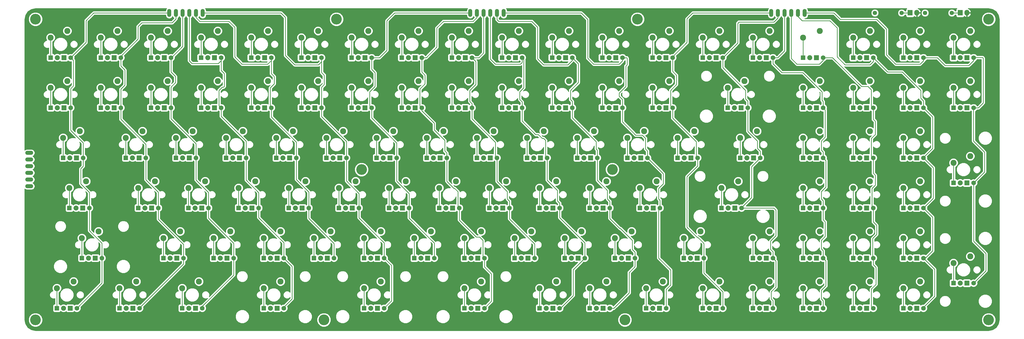
<source format=gtl>
G04 #@! TF.FileFunction,Copper,L1,Top,Signal*
%FSLAX46Y46*%
G04 Gerber Fmt 4.6, Leading zero omitted, Abs format (unit mm)*
G04 Created by KiCad (PCBNEW 4.0.4-stable) date Thursday, 27 October 2016 'PMt' 02:14:21 PM*
%MOMM*%
%LPD*%
G01*
G04 APERTURE LIST*
%ADD10C,0.100000*%
%ADD11C,1.651000*%
%ADD12C,4.064000*%
%ADD13O,1.506220X3.014980*%
%ADD14O,3.014980X1.506220*%
%ADD15C,2.286000*%
%ADD16C,1.905000*%
%ADD17R,1.905000X1.905000*%
%ADD18R,1.778000X1.778000*%
%ADD19C,1.778000*%
%ADD20O,1.905000X2.159000*%
%ADD21R,1.905000X2.159000*%
%ADD22C,0.250000*%
%ADD23C,0.254000*%
G04 APERTURE END LIST*
D10*
D11*
X357505000Y-69056250D03*
X347345000Y-69056250D03*
X376555000Y-69056250D03*
X366395000Y-69056250D03*
D12*
X142875000Y-71437500D03*
X257175000Y-71437500D03*
X28575000Y-71437500D03*
X28575000Y-185737500D03*
X138112500Y-185737500D03*
X252412500Y-185737500D03*
X390525000Y-185737500D03*
X390525000Y-71437500D03*
X152400000Y-128587500D03*
X247650000Y-128587500D03*
D13*
X79375000Y-69056250D03*
X81915000Y-69056250D03*
X84455000Y-69056250D03*
X86995000Y-69056250D03*
X89535000Y-69056250D03*
X92075000Y-69056250D03*
X193675000Y-69056250D03*
X196215000Y-69056250D03*
X198755000Y-69056250D03*
X201295000Y-69056250D03*
X203835000Y-69056250D03*
X206375000Y-69056250D03*
X307975000Y-69056250D03*
X310515000Y-69056250D03*
X313055000Y-69056250D03*
X315595000Y-69056250D03*
X318135000Y-69056250D03*
X320675000Y-69056250D03*
D14*
X26193750Y-134937500D03*
X26193750Y-132397500D03*
X26193750Y-129857500D03*
X26193750Y-127317500D03*
X26193750Y-124777500D03*
X26193750Y-122237500D03*
D15*
X116840000Y-75882500D03*
X110490000Y-78422500D03*
D16*
X113030000Y-86042500D03*
D17*
X115570000Y-86042500D03*
D18*
X110490000Y-86042500D03*
D19*
X118110000Y-86042500D03*
D15*
X97790000Y-75882500D03*
X91440000Y-78422500D03*
D16*
X93980000Y-86042500D03*
D17*
X96520000Y-86042500D03*
D18*
X91440000Y-86042500D03*
D19*
X99060000Y-86042500D03*
D15*
X78740000Y-75882500D03*
X72390000Y-78422500D03*
D16*
X74930000Y-86042500D03*
D17*
X77470000Y-86042500D03*
D18*
X72390000Y-86042500D03*
D19*
X80010000Y-86042500D03*
D15*
X59690000Y-75882500D03*
X53340000Y-78422500D03*
D16*
X55880000Y-86042500D03*
D17*
X58420000Y-86042500D03*
D18*
X53340000Y-86042500D03*
D19*
X60960000Y-86042500D03*
D15*
X269240000Y-75882500D03*
X262890000Y-78422500D03*
D16*
X265430000Y-86042500D03*
D17*
X267970000Y-86042500D03*
D18*
X262890000Y-86042500D03*
D19*
X270510000Y-86042500D03*
D15*
X40640000Y-75882500D03*
X34290000Y-78422500D03*
D16*
X36830000Y-86042500D03*
D17*
X39370000Y-86042500D03*
D18*
X34290000Y-86042500D03*
D19*
X41910000Y-86042500D03*
D15*
X383540000Y-94932500D03*
X377190000Y-97472500D03*
D16*
X379730000Y-105092500D03*
D17*
X382270000Y-105092500D03*
D18*
X377190000Y-105092500D03*
D19*
X384810000Y-105092500D03*
D15*
X383540000Y-75882500D03*
X377190000Y-78422500D03*
D16*
X379730000Y-86042500D03*
D17*
X382270000Y-86042500D03*
D18*
X377190000Y-86042500D03*
D19*
X384810000Y-86042500D03*
D15*
X364490000Y-75882500D03*
X358140000Y-78422500D03*
D16*
X360680000Y-86042500D03*
D17*
X363220000Y-86042500D03*
D18*
X358140000Y-86042500D03*
D19*
X365760000Y-86042500D03*
D15*
X364490000Y-171132500D03*
X358140000Y-173672500D03*
D16*
X360680000Y-181292500D03*
D17*
X363220000Y-181292500D03*
D18*
X358140000Y-181292500D03*
D19*
X365760000Y-181292500D03*
D15*
X364490000Y-152082500D03*
X358140000Y-154622500D03*
D16*
X360680000Y-162242500D03*
D17*
X363220000Y-162242500D03*
D18*
X358140000Y-162242500D03*
D19*
X365760000Y-162242500D03*
D15*
X364490000Y-133032500D03*
X358140000Y-135572500D03*
D16*
X360680000Y-143192500D03*
D17*
X363220000Y-143192500D03*
D18*
X358140000Y-143192500D03*
D19*
X365760000Y-143192500D03*
D15*
X364490000Y-113982500D03*
X358140000Y-116522500D03*
D16*
X360680000Y-124142500D03*
D17*
X363220000Y-124142500D03*
D18*
X358140000Y-124142500D03*
D19*
X365760000Y-124142500D03*
D15*
X364490000Y-94932500D03*
X358140000Y-97472500D03*
D16*
X360680000Y-105092500D03*
D17*
X363220000Y-105092500D03*
D18*
X358140000Y-105092500D03*
D19*
X365760000Y-105092500D03*
D15*
X345440000Y-75882500D03*
X339090000Y-78422500D03*
D16*
X341630000Y-86042500D03*
D17*
X344170000Y-86042500D03*
D18*
X339090000Y-86042500D03*
D19*
X346710000Y-86042500D03*
D15*
X345440000Y-171132500D03*
X339090000Y-173672500D03*
D16*
X341630000Y-181292500D03*
D17*
X344170000Y-181292500D03*
D18*
X339090000Y-181292500D03*
D19*
X346710000Y-181292500D03*
D15*
X345440000Y-152082500D03*
X339090000Y-154622500D03*
D16*
X341630000Y-162242500D03*
D17*
X344170000Y-162242500D03*
D18*
X339090000Y-162242500D03*
D19*
X346710000Y-162242500D03*
D15*
X345440000Y-133032500D03*
X339090000Y-135572500D03*
D16*
X341630000Y-143192500D03*
D17*
X344170000Y-143192500D03*
D18*
X339090000Y-143192500D03*
D19*
X346710000Y-143192500D03*
D15*
X345440000Y-113982500D03*
X339090000Y-116522500D03*
D16*
X341630000Y-124142500D03*
D17*
X344170000Y-124142500D03*
D18*
X339090000Y-124142500D03*
D19*
X346710000Y-124142500D03*
D15*
X345440000Y-94932500D03*
X339090000Y-97472500D03*
D16*
X341630000Y-105092500D03*
D17*
X344170000Y-105092500D03*
D18*
X339090000Y-105092500D03*
D19*
X346710000Y-105092500D03*
D15*
X326390000Y-75882500D03*
X320040000Y-78422500D03*
D16*
X322580000Y-86042500D03*
D17*
X325120000Y-86042500D03*
D18*
X320040000Y-86042500D03*
D19*
X327660000Y-86042500D03*
D15*
X326390000Y-171132500D03*
X320040000Y-173672500D03*
D16*
X322580000Y-181292500D03*
D17*
X325120000Y-181292500D03*
D18*
X320040000Y-181292500D03*
D19*
X327660000Y-181292500D03*
D15*
X326390000Y-152082500D03*
X320040000Y-154622500D03*
D16*
X322580000Y-162242500D03*
D17*
X325120000Y-162242500D03*
D18*
X320040000Y-162242500D03*
D19*
X327660000Y-162242500D03*
D15*
X326390000Y-133032500D03*
X320040000Y-135572500D03*
D16*
X322580000Y-143192500D03*
D17*
X325120000Y-143192500D03*
D18*
X320040000Y-143192500D03*
D19*
X327660000Y-143192500D03*
D15*
X326390000Y-113982500D03*
X320040000Y-116522500D03*
D16*
X322580000Y-124142500D03*
D17*
X325120000Y-124142500D03*
D18*
X320040000Y-124142500D03*
D19*
X327660000Y-124142500D03*
D15*
X326390000Y-94932500D03*
X320040000Y-97472500D03*
D16*
X322580000Y-105092500D03*
D17*
X325120000Y-105092500D03*
D18*
X320040000Y-105092500D03*
D19*
X327660000Y-105092500D03*
D15*
X307340000Y-75882500D03*
X300990000Y-78422500D03*
D16*
X303530000Y-86042500D03*
D17*
X306070000Y-86042500D03*
D18*
X300990000Y-86042500D03*
D19*
X308610000Y-86042500D03*
D15*
X307340000Y-171132500D03*
X300990000Y-173672500D03*
D16*
X303530000Y-181292500D03*
D17*
X306070000Y-181292500D03*
D18*
X300990000Y-181292500D03*
D19*
X308610000Y-181292500D03*
D15*
X307340000Y-152082500D03*
X300990000Y-154622500D03*
D16*
X303530000Y-162242500D03*
D17*
X306070000Y-162242500D03*
D18*
X300990000Y-162242500D03*
D19*
X308610000Y-162242500D03*
D15*
X288290000Y-75882500D03*
X281940000Y-78422500D03*
D16*
X284480000Y-86042500D03*
D17*
X287020000Y-86042500D03*
D18*
X281940000Y-86042500D03*
D19*
X289560000Y-86042500D03*
D15*
X288290000Y-171132500D03*
X281940000Y-173672500D03*
D16*
X284480000Y-181292500D03*
D17*
X287020000Y-181292500D03*
D18*
X281940000Y-181292500D03*
D19*
X289560000Y-181292500D03*
D15*
X278765000Y-113982500D03*
X272415000Y-116522500D03*
D16*
X274955000Y-124142500D03*
D17*
X277495000Y-124142500D03*
D18*
X272415000Y-124142500D03*
D19*
X280035000Y-124142500D03*
D15*
X269240000Y-94932500D03*
X262890000Y-97472500D03*
D16*
X265430000Y-105092500D03*
D17*
X267970000Y-105092500D03*
D18*
X262890000Y-105092500D03*
D19*
X270510000Y-105092500D03*
D15*
X264477500Y-133032500D03*
X258127500Y-135572500D03*
D16*
X260667500Y-143192500D03*
D17*
X263207500Y-143192500D03*
D18*
X258127500Y-143192500D03*
D19*
X265747500Y-143192500D03*
D15*
X259715000Y-113982500D03*
X253365000Y-116522500D03*
D16*
X255905000Y-124142500D03*
D17*
X258445000Y-124142500D03*
D18*
X253365000Y-124142500D03*
D19*
X260985000Y-124142500D03*
D15*
X250190000Y-94932500D03*
X243840000Y-97472500D03*
D16*
X246380000Y-105092500D03*
D17*
X248920000Y-105092500D03*
D18*
X243840000Y-105092500D03*
D19*
X251460000Y-105092500D03*
D15*
X250190000Y-75882500D03*
X243840000Y-78422500D03*
D16*
X246380000Y-86042500D03*
D17*
X248920000Y-86042500D03*
D18*
X243840000Y-86042500D03*
D19*
X251460000Y-86042500D03*
D15*
X245427500Y-171132500D03*
X239077500Y-173672500D03*
D16*
X241617500Y-181292500D03*
D17*
X244157500Y-181292500D03*
D18*
X239077500Y-181292500D03*
D19*
X246697500Y-181292500D03*
D15*
X254952500Y-152082500D03*
X248602500Y-154622500D03*
D16*
X251142500Y-162242500D03*
D17*
X253682500Y-162242500D03*
D18*
X248602500Y-162242500D03*
D19*
X256222500Y-162242500D03*
D15*
X245427500Y-133032500D03*
X239077500Y-135572500D03*
D16*
X241617500Y-143192500D03*
D17*
X244157500Y-143192500D03*
D18*
X239077500Y-143192500D03*
D19*
X246697500Y-143192500D03*
D15*
X240665000Y-113982500D03*
X234315000Y-116522500D03*
D16*
X236855000Y-124142500D03*
D17*
X239395000Y-124142500D03*
D18*
X234315000Y-124142500D03*
D19*
X241935000Y-124142500D03*
D15*
X231140000Y-94932500D03*
X224790000Y-97472500D03*
D16*
X227330000Y-105092500D03*
D17*
X229870000Y-105092500D03*
D18*
X224790000Y-105092500D03*
D19*
X232410000Y-105092500D03*
D15*
X231140000Y-75882500D03*
X224790000Y-78422500D03*
D16*
X227330000Y-86042500D03*
D17*
X229870000Y-86042500D03*
D18*
X224790000Y-86042500D03*
D19*
X232410000Y-86042500D03*
D15*
X226377500Y-171132500D03*
X220027500Y-173672500D03*
D16*
X222567500Y-181292500D03*
D17*
X225107500Y-181292500D03*
D18*
X220027500Y-181292500D03*
D19*
X227647500Y-181292500D03*
D15*
X235902500Y-152082500D03*
X229552500Y-154622500D03*
D16*
X232092500Y-162242500D03*
D17*
X234632500Y-162242500D03*
D18*
X229552500Y-162242500D03*
D19*
X237172500Y-162242500D03*
D15*
X226377500Y-133032500D03*
X220027500Y-135572500D03*
D16*
X222567500Y-143192500D03*
D17*
X225107500Y-143192500D03*
D18*
X220027500Y-143192500D03*
D19*
X227647500Y-143192500D03*
D15*
X221615000Y-113982500D03*
X215265000Y-116522500D03*
D16*
X217805000Y-124142500D03*
D17*
X220345000Y-124142500D03*
D18*
X215265000Y-124142500D03*
D19*
X222885000Y-124142500D03*
D15*
X212090000Y-94932500D03*
X205740000Y-97472500D03*
D16*
X208280000Y-105092500D03*
D17*
X210820000Y-105092500D03*
D18*
X205740000Y-105092500D03*
D19*
X213360000Y-105092500D03*
D15*
X212090000Y-75882500D03*
X205740000Y-78422500D03*
D16*
X208280000Y-86042500D03*
D17*
X210820000Y-86042500D03*
D18*
X205740000Y-86042500D03*
D19*
X213360000Y-86042500D03*
D15*
X216852500Y-152082500D03*
X210502500Y-154622500D03*
D16*
X213042500Y-162242500D03*
D17*
X215582500Y-162242500D03*
D18*
X210502500Y-162242500D03*
D19*
X218122500Y-162242500D03*
D15*
X207327500Y-133032500D03*
X200977500Y-135572500D03*
D16*
X203517500Y-143192500D03*
D17*
X206057500Y-143192500D03*
D18*
X200977500Y-143192500D03*
D19*
X208597500Y-143192500D03*
D15*
X202565000Y-113982500D03*
X196215000Y-116522500D03*
D16*
X198755000Y-124142500D03*
D17*
X201295000Y-124142500D03*
D18*
X196215000Y-124142500D03*
D19*
X203835000Y-124142500D03*
D15*
X193040000Y-94932500D03*
X186690000Y-97472500D03*
D16*
X189230000Y-105092500D03*
D17*
X191770000Y-105092500D03*
D18*
X186690000Y-105092500D03*
D19*
X194310000Y-105092500D03*
D15*
X193040000Y-75882500D03*
X186690000Y-78422500D03*
D16*
X189230000Y-86042500D03*
D17*
X191770000Y-86042500D03*
D18*
X186690000Y-86042500D03*
D19*
X194310000Y-86042500D03*
D15*
X197802500Y-152082500D03*
X191452500Y-154622500D03*
D16*
X193992500Y-162242500D03*
D17*
X196532500Y-162242500D03*
D18*
X191452500Y-162242500D03*
D19*
X199072500Y-162242500D03*
D15*
X188277500Y-133032500D03*
X181927500Y-135572500D03*
D16*
X184467500Y-143192500D03*
D17*
X187007500Y-143192500D03*
D18*
X181927500Y-143192500D03*
D19*
X189547500Y-143192500D03*
D15*
X183515000Y-113982500D03*
X177165000Y-116522500D03*
D16*
X179705000Y-124142500D03*
D17*
X182245000Y-124142500D03*
D18*
X177165000Y-124142500D03*
D19*
X184785000Y-124142500D03*
D15*
X173990000Y-94932500D03*
X167640000Y-97472500D03*
D16*
X170180000Y-105092500D03*
D17*
X172720000Y-105092500D03*
D18*
X167640000Y-105092500D03*
D19*
X175260000Y-105092500D03*
D15*
X173990000Y-75882500D03*
X167640000Y-78422500D03*
D16*
X170180000Y-86042500D03*
D17*
X172720000Y-86042500D03*
D18*
X167640000Y-86042500D03*
D19*
X175260000Y-86042500D03*
D15*
X178752500Y-152082500D03*
X172402500Y-154622500D03*
D16*
X174942500Y-162242500D03*
D17*
X177482500Y-162242500D03*
D18*
X172402500Y-162242500D03*
D19*
X180022500Y-162242500D03*
D15*
X169227500Y-133032500D03*
X162877500Y-135572500D03*
D16*
X165417500Y-143192500D03*
D17*
X167957500Y-143192500D03*
D18*
X162877500Y-143192500D03*
D19*
X170497500Y-143192500D03*
D15*
X164465000Y-113982500D03*
X158115000Y-116522500D03*
D16*
X160655000Y-124142500D03*
D17*
X163195000Y-124142500D03*
D18*
X158115000Y-124142500D03*
D19*
X165735000Y-124142500D03*
D15*
X154940000Y-94932500D03*
X148590000Y-97472500D03*
D16*
X151130000Y-105092500D03*
D17*
X153670000Y-105092500D03*
D18*
X148590000Y-105092500D03*
D19*
X156210000Y-105092500D03*
D15*
X154940000Y-75882500D03*
X148590000Y-78422500D03*
D16*
X151130000Y-86042500D03*
D17*
X153670000Y-86042500D03*
D18*
X148590000Y-86042500D03*
D19*
X156210000Y-86042500D03*
D15*
X159702500Y-152082500D03*
X153352500Y-154622500D03*
D16*
X155892500Y-162242500D03*
D17*
X158432500Y-162242500D03*
D18*
X153352500Y-162242500D03*
D19*
X160972500Y-162242500D03*
D15*
X150177500Y-133032500D03*
X143827500Y-135572500D03*
D16*
X146367500Y-143192500D03*
D17*
X148907500Y-143192500D03*
D18*
X143827500Y-143192500D03*
D19*
X151447500Y-143192500D03*
D15*
X145415000Y-113982500D03*
X139065000Y-116522500D03*
D16*
X141605000Y-124142500D03*
D17*
X144145000Y-124142500D03*
D18*
X139065000Y-124142500D03*
D19*
X146685000Y-124142500D03*
D15*
X135890000Y-94932500D03*
X129540000Y-97472500D03*
D16*
X132080000Y-105092500D03*
D17*
X134620000Y-105092500D03*
D18*
X129540000Y-105092500D03*
D19*
X137160000Y-105092500D03*
D15*
X135890000Y-75882500D03*
X129540000Y-78422500D03*
D16*
X132080000Y-86042500D03*
D17*
X134620000Y-86042500D03*
D18*
X129540000Y-86042500D03*
D19*
X137160000Y-86042500D03*
D15*
X140652500Y-152082500D03*
X134302500Y-154622500D03*
D16*
X136842500Y-162242500D03*
D17*
X139382500Y-162242500D03*
D18*
X134302500Y-162242500D03*
D19*
X141922500Y-162242500D03*
D15*
X131127500Y-133032500D03*
X124777500Y-135572500D03*
D16*
X127317500Y-143192500D03*
D17*
X129857500Y-143192500D03*
D18*
X124777500Y-143192500D03*
D19*
X132397500Y-143192500D03*
D15*
X126365000Y-113982500D03*
X120015000Y-116522500D03*
D16*
X122555000Y-124142500D03*
D17*
X125095000Y-124142500D03*
D18*
X120015000Y-124142500D03*
D19*
X127635000Y-124142500D03*
D15*
X116840000Y-94932500D03*
X110490000Y-97472500D03*
D16*
X113030000Y-105092500D03*
D17*
X115570000Y-105092500D03*
D18*
X110490000Y-105092500D03*
D19*
X118110000Y-105092500D03*
D15*
X121602500Y-152082500D03*
X115252500Y-154622500D03*
D16*
X117792500Y-162242500D03*
D17*
X120332500Y-162242500D03*
D18*
X115252500Y-162242500D03*
D19*
X122872500Y-162242500D03*
D15*
X112077500Y-133032500D03*
X105727500Y-135572500D03*
D16*
X108267500Y-143192500D03*
D17*
X110807500Y-143192500D03*
D18*
X105727500Y-143192500D03*
D19*
X113347500Y-143192500D03*
D15*
X107315000Y-113982500D03*
X100965000Y-116522500D03*
D16*
X103505000Y-124142500D03*
D17*
X106045000Y-124142500D03*
D18*
X100965000Y-124142500D03*
D19*
X108585000Y-124142500D03*
D15*
X97790000Y-94932500D03*
X91440000Y-97472500D03*
D16*
X93980000Y-105092500D03*
D17*
X96520000Y-105092500D03*
D18*
X91440000Y-105092500D03*
D19*
X99060000Y-105092500D03*
D15*
X102552500Y-152082500D03*
X96202500Y-154622500D03*
D16*
X98742500Y-162242500D03*
D17*
X101282500Y-162242500D03*
D18*
X96202500Y-162242500D03*
D19*
X103822500Y-162242500D03*
D15*
X93027500Y-133032500D03*
X86677500Y-135572500D03*
D16*
X89217500Y-143192500D03*
D17*
X91757500Y-143192500D03*
D18*
X86677500Y-143192500D03*
D19*
X94297500Y-143192500D03*
D15*
X88265000Y-113982500D03*
X81915000Y-116522500D03*
D16*
X84455000Y-124142500D03*
D17*
X86995000Y-124142500D03*
D18*
X81915000Y-124142500D03*
D19*
X89535000Y-124142500D03*
D15*
X78740000Y-94932500D03*
X72390000Y-97472500D03*
D16*
X74930000Y-105092500D03*
D17*
X77470000Y-105092500D03*
D18*
X72390000Y-105092500D03*
D19*
X80010000Y-105092500D03*
D15*
X83502500Y-152082500D03*
X77152500Y-154622500D03*
D16*
X79692500Y-162242500D03*
D17*
X82232500Y-162242500D03*
D18*
X77152500Y-162242500D03*
D19*
X84772500Y-162242500D03*
D15*
X73977500Y-133032500D03*
X67627500Y-135572500D03*
D16*
X70167500Y-143192500D03*
D17*
X72707500Y-143192500D03*
D18*
X67627500Y-143192500D03*
D19*
X75247500Y-143192500D03*
D15*
X69215000Y-113982500D03*
X62865000Y-116522500D03*
D16*
X65405000Y-124142500D03*
D17*
X67945000Y-124142500D03*
D18*
X62865000Y-124142500D03*
D19*
X70485000Y-124142500D03*
D15*
X59690000Y-94932500D03*
X53340000Y-97472500D03*
D16*
X55880000Y-105092500D03*
D17*
X58420000Y-105092500D03*
D18*
X53340000Y-105092500D03*
D19*
X60960000Y-105092500D03*
D15*
X40640000Y-94932500D03*
X34290000Y-97472500D03*
D16*
X36830000Y-105092500D03*
D17*
X39370000Y-105092500D03*
D18*
X34290000Y-105092500D03*
D19*
X41910000Y-105092500D03*
D15*
X302577500Y-113982500D03*
X296227500Y-116522500D03*
D16*
X298767500Y-124142500D03*
D17*
X301307500Y-124142500D03*
D18*
X296227500Y-124142500D03*
D19*
X303847500Y-124142500D03*
D15*
X45402500Y-113982500D03*
X39052500Y-116522500D03*
D16*
X41592500Y-124142500D03*
D17*
X44132500Y-124142500D03*
D18*
X39052500Y-124142500D03*
D19*
X46672500Y-124142500D03*
D15*
X281146250Y-152082500D03*
X274796250Y-154622500D03*
D16*
X277336250Y-162242500D03*
D17*
X279876250Y-162242500D03*
D18*
X274796250Y-162242500D03*
D19*
X282416250Y-162242500D03*
D15*
X47783750Y-133032500D03*
X41433750Y-135572500D03*
D16*
X43973750Y-143192500D03*
D17*
X46513750Y-143192500D03*
D18*
X41433750Y-143192500D03*
D19*
X49053750Y-143192500D03*
D15*
X295433750Y-133032500D03*
X289083750Y-135572500D03*
D16*
X291623750Y-143192500D03*
D17*
X294163750Y-143192500D03*
D18*
X289083750Y-143192500D03*
D19*
X296703750Y-143192500D03*
D15*
X52546250Y-152082500D03*
X46196250Y-154622500D03*
D16*
X48736250Y-162242500D03*
D17*
X51276250Y-162242500D03*
D18*
X46196250Y-162242500D03*
D19*
X53816250Y-162242500D03*
D15*
X266858750Y-171132500D03*
X260508750Y-173672500D03*
D16*
X263048750Y-181292500D03*
D17*
X265588750Y-181292500D03*
D18*
X260508750Y-181292500D03*
D19*
X268128750Y-181292500D03*
D15*
X43021250Y-171132500D03*
X36671250Y-173672500D03*
D16*
X39211250Y-181292500D03*
D17*
X41751250Y-181292500D03*
D18*
X36671250Y-181292500D03*
D19*
X44291250Y-181292500D03*
D15*
X90646250Y-171132500D03*
X84296250Y-173672500D03*
D16*
X86836250Y-181292500D03*
D17*
X89376250Y-181292500D03*
D18*
X84296250Y-181292500D03*
D19*
X91916250Y-181292500D03*
D15*
X66833750Y-171132500D03*
X60483750Y-173672500D03*
D16*
X63023750Y-181292500D03*
D17*
X65563750Y-181292500D03*
D18*
X60483750Y-181292500D03*
D19*
X68103750Y-181292500D03*
D15*
X297815000Y-94932500D03*
X291465000Y-97472500D03*
D16*
X294005000Y-105092500D03*
D17*
X296545000Y-105092500D03*
D18*
X291465000Y-105092500D03*
D19*
X299085000Y-105092500D03*
D15*
X197802500Y-171132500D03*
X191452500Y-173672500D03*
D16*
X193992500Y-181292500D03*
D17*
X196532500Y-181292500D03*
D18*
X191452500Y-181292500D03*
D19*
X199072500Y-181292500D03*
D15*
X159702500Y-171132500D03*
X153352500Y-173672500D03*
D16*
X155892500Y-181292500D03*
D17*
X158432500Y-181292500D03*
D18*
X153352500Y-181292500D03*
D19*
X160972500Y-181292500D03*
D15*
X121602500Y-171132500D03*
X115252500Y-173672500D03*
D16*
X117792500Y-181292500D03*
D17*
X120332500Y-181292500D03*
D18*
X115252500Y-181292500D03*
D19*
X122872500Y-181292500D03*
D15*
X383540000Y-161607500D03*
X377190000Y-164147500D03*
D16*
X379730000Y-171767500D03*
D17*
X382270000Y-171767500D03*
D18*
X377190000Y-171767500D03*
D19*
X384810000Y-171767500D03*
D15*
X383540000Y-123507500D03*
X377190000Y-126047500D03*
D16*
X379730000Y-133667500D03*
D17*
X382270000Y-133667500D03*
D18*
X377190000Y-133667500D03*
D19*
X384810000Y-133667500D03*
D20*
X363270000Y-69000000D03*
D21*
X360730000Y-69000000D03*
D20*
X382270000Y-69000000D03*
D21*
X379730000Y-69000000D03*
D22*
X360680000Y-69056250D02*
X357505000Y-69056250D01*
X379730000Y-69056250D02*
X376555000Y-69056250D01*
X53816250Y-162242500D02*
X53816250Y-171767500D01*
X53816250Y-171767500D02*
X44291250Y-181292500D01*
X49053750Y-143192500D02*
X49053750Y-151803750D01*
X53816250Y-156566250D02*
X53816250Y-162242500D01*
X49053750Y-151803750D02*
X53816250Y-156566250D01*
X46672500Y-124142500D02*
X46672500Y-127327500D01*
X49053750Y-137303750D02*
X49053750Y-143192500D01*
X45750000Y-134000000D02*
X49053750Y-137303750D01*
X45750000Y-128250000D02*
X45750000Y-134000000D01*
X46672500Y-127327500D02*
X45750000Y-128250000D01*
X41910000Y-105092500D02*
X41910000Y-113660000D01*
X46672500Y-118422500D02*
X46672500Y-124142500D01*
X41910000Y-113660000D02*
X46672500Y-118422500D01*
X41910000Y-105092500D02*
X41910000Y-97840000D01*
X43000000Y-87132500D02*
X41910000Y-86042500D01*
X43000000Y-96750000D02*
X43000000Y-87132500D01*
X41910000Y-97840000D02*
X43000000Y-96750000D01*
X41910000Y-86042500D02*
X41957500Y-86042500D01*
X41957500Y-86042500D02*
X47750000Y-80250000D01*
X47750000Y-80250000D02*
X47750000Y-72000000D01*
X47750000Y-72000000D02*
X50693750Y-69056250D01*
X50693750Y-69056250D02*
X79375000Y-69056250D01*
X78221250Y-72750000D02*
X80500000Y-72750000D01*
X67500000Y-79000000D02*
X67500000Y-74250000D01*
X67500000Y-74250000D02*
X69000000Y-72750000D01*
X69000000Y-72750000D02*
X78221250Y-72750000D01*
X60960000Y-85540000D02*
X67500000Y-79000000D01*
X81915000Y-71335000D02*
X81915000Y-69056250D01*
X80500000Y-72750000D02*
X81915000Y-71335000D01*
X60960000Y-86042500D02*
X60960000Y-85540000D01*
X60960000Y-105092500D02*
X60960000Y-98040000D01*
X60960000Y-89210000D02*
X60960000Y-86042500D01*
X62500000Y-90750000D02*
X60960000Y-89210000D01*
X62500000Y-96500000D02*
X62500000Y-90750000D01*
X60960000Y-98040000D02*
X62500000Y-96500000D01*
X70485000Y-124142500D02*
X70485000Y-118985000D01*
X60960000Y-109460000D02*
X60960000Y-105092500D01*
X70485000Y-118985000D02*
X60960000Y-109460000D01*
X75247500Y-143192500D02*
X75247500Y-137247500D01*
X70485000Y-132485000D02*
X70485000Y-124142500D01*
X75247500Y-137247500D02*
X70485000Y-132485000D01*
X84772500Y-162242500D02*
X84772500Y-157022500D01*
X75247500Y-147497500D02*
X75247500Y-143192500D01*
X84772500Y-157022500D02*
X75247500Y-147497500D01*
X68103750Y-181292500D02*
X68103750Y-181146250D01*
X68103750Y-181146250D02*
X84772500Y-164477500D01*
X84772500Y-164477500D02*
X84772500Y-162242500D01*
X91916250Y-181292500D02*
X91916250Y-180583750D01*
X91916250Y-180583750D02*
X103822500Y-168677500D01*
X103822500Y-168677500D02*
X103822500Y-162242500D01*
X94297500Y-143192500D02*
X94297500Y-147047500D01*
X103822500Y-156572500D02*
X103822500Y-162242500D01*
X94297500Y-147047500D02*
X103822500Y-156572500D01*
X89535000Y-124142500D02*
X89535000Y-132535000D01*
X94297500Y-137297500D02*
X94297500Y-143192500D01*
X89535000Y-132535000D02*
X94297500Y-137297500D01*
X80010000Y-105092500D02*
X80010000Y-109260000D01*
X89535000Y-118785000D02*
X89535000Y-124142500D01*
X80010000Y-109260000D02*
X89535000Y-118785000D01*
X80010000Y-86042500D02*
X80010000Y-91490000D01*
X80010000Y-97240000D02*
X80010000Y-105092500D01*
X81750000Y-95500000D02*
X80010000Y-97240000D01*
X81750000Y-93230000D02*
X81750000Y-95500000D01*
X80010000Y-91490000D02*
X81750000Y-93230000D01*
X80010000Y-86042500D02*
X80207500Y-86042500D01*
X80207500Y-86042500D02*
X84455000Y-81795000D01*
X84455000Y-81795000D02*
X84455000Y-69056250D01*
X113347500Y-143192500D02*
X113347500Y-146847500D01*
X122872500Y-156372500D02*
X122872500Y-162242500D01*
X113347500Y-146847500D02*
X122872500Y-156372500D01*
X108585000Y-124142500D02*
X108585000Y-132585000D01*
X113347500Y-137347500D02*
X113347500Y-143192500D01*
X108585000Y-132585000D02*
X113347500Y-137347500D01*
X99060000Y-105092500D02*
X99060000Y-108310000D01*
X108585000Y-117835000D02*
X108585000Y-124142500D01*
X99060000Y-108310000D02*
X108585000Y-117835000D01*
X99060000Y-86042500D02*
X99060000Y-90940000D01*
X98250000Y-104282500D02*
X99060000Y-105092500D01*
X98250000Y-98500000D02*
X98250000Y-104282500D01*
X99500000Y-97250000D02*
X98250000Y-98500000D01*
X100000000Y-97250000D02*
X99500000Y-97250000D01*
X100250000Y-97000000D02*
X100000000Y-97250000D01*
X100250000Y-92130000D02*
X100250000Y-97000000D01*
X99060000Y-90940000D02*
X100250000Y-92130000D01*
X122872500Y-181292500D02*
X122872500Y-180877500D01*
X122872500Y-180877500D02*
X126000000Y-177750000D01*
X126000000Y-165370000D02*
X122872500Y-162242500D01*
X126000000Y-177750000D02*
X126000000Y-165370000D01*
X99060000Y-86042500D02*
X99060000Y-87190000D01*
X86995000Y-87245000D02*
X86995000Y-69056250D01*
X88000000Y-88250000D02*
X86995000Y-87245000D01*
X98000000Y-88250000D02*
X88000000Y-88250000D01*
X99060000Y-87190000D02*
X98000000Y-88250000D01*
X132397500Y-143192500D02*
X132397500Y-147147500D01*
X141922500Y-156672500D02*
X141922500Y-162242500D01*
X132397500Y-147147500D02*
X141922500Y-156672500D01*
X127635000Y-124142500D02*
X127635000Y-132385000D01*
X132397500Y-137147500D02*
X132397500Y-143192500D01*
X127635000Y-132385000D02*
X132397500Y-137147500D01*
X118110000Y-105092500D02*
X118110000Y-108610000D01*
X127635000Y-118135000D02*
X127635000Y-124142500D01*
X118110000Y-108610000D02*
X127635000Y-118135000D01*
X118110000Y-86042500D02*
X118110000Y-92110000D01*
X117750000Y-97500000D02*
X117750000Y-104732500D01*
X119250000Y-96000000D02*
X117750000Y-97500000D01*
X119250000Y-93250000D02*
X119250000Y-96000000D01*
X118110000Y-92110000D02*
X119250000Y-93250000D01*
X117750000Y-104732500D02*
X118110000Y-105092500D01*
X118110000Y-86042500D02*
X118110000Y-87140000D01*
X89535000Y-70785000D02*
X89535000Y-69056250D01*
X91000000Y-72250000D02*
X89535000Y-70785000D01*
X102000000Y-72250000D02*
X91000000Y-72250000D01*
X104250000Y-74500000D02*
X102000000Y-72250000D01*
X104250000Y-85750000D02*
X104250000Y-74500000D01*
X107000000Y-88500000D02*
X104250000Y-85750000D01*
X116750000Y-88500000D02*
X107000000Y-88500000D01*
X118110000Y-87140000D02*
X116750000Y-88500000D01*
X151447500Y-143192500D02*
X151447500Y-146947500D01*
X160972500Y-156472500D02*
X160972500Y-162242500D01*
X151447500Y-146947500D02*
X160972500Y-156472500D01*
X146685000Y-124142500D02*
X146685000Y-132935000D01*
X151447500Y-137697500D02*
X151447500Y-143192500D01*
X146685000Y-132935000D02*
X151447500Y-137697500D01*
X137160000Y-105092500D02*
X137160000Y-108410000D01*
X146685000Y-117935000D02*
X146685000Y-124142500D01*
X137160000Y-108410000D02*
X146685000Y-117935000D01*
X137160000Y-86042500D02*
X137160000Y-91660000D01*
X137160000Y-97340000D02*
X137160000Y-105092500D01*
X138250000Y-96250000D02*
X137160000Y-97340000D01*
X138250000Y-92750000D02*
X138250000Y-96250000D01*
X137160000Y-91660000D02*
X138250000Y-92750000D01*
X160972500Y-181292500D02*
X160972500Y-181277500D01*
X160972500Y-181277500D02*
X163750000Y-178500000D01*
X163750000Y-165020000D02*
X160972500Y-162242500D01*
X163750000Y-178500000D02*
X163750000Y-165020000D01*
X137160000Y-86042500D02*
X137160000Y-87590000D01*
X121806250Y-69056250D02*
X92075000Y-69056250D01*
X123500000Y-70750000D02*
X121806250Y-69056250D01*
X123500000Y-85250000D02*
X123500000Y-70750000D01*
X127000000Y-88750000D02*
X123500000Y-85250000D01*
X136000000Y-88750000D02*
X127000000Y-88750000D01*
X137160000Y-87590000D02*
X136000000Y-88750000D01*
X170497500Y-143192500D02*
X170497500Y-146997500D01*
X180022500Y-156522500D02*
X180022500Y-162242500D01*
X170497500Y-146997500D02*
X180022500Y-156522500D01*
X165735000Y-124142500D02*
X165735000Y-132985000D01*
X170497500Y-137747500D02*
X170497500Y-143192500D01*
X165735000Y-132985000D02*
X170497500Y-137747500D01*
X156210000Y-105092500D02*
X156210000Y-108960000D01*
X165735000Y-118485000D02*
X165735000Y-124142500D01*
X156210000Y-108960000D02*
X165735000Y-118485000D01*
X156210000Y-86042500D02*
X156210000Y-90460000D01*
X155500000Y-104382500D02*
X156210000Y-105092500D01*
X155500000Y-99000000D02*
X155500000Y-104382500D01*
X156750000Y-97750000D02*
X155500000Y-99000000D01*
X157500000Y-97000000D02*
X156750000Y-97750000D01*
X157500000Y-91750000D02*
X157500000Y-97000000D01*
X156210000Y-90460000D02*
X157500000Y-91750000D01*
X156210000Y-86042500D02*
X159207500Y-86042500D01*
X164943750Y-69056250D02*
X193675000Y-69056250D01*
X162000000Y-72000000D02*
X164943750Y-69056250D01*
X162000000Y-83250000D02*
X162000000Y-72000000D01*
X159207500Y-86042500D02*
X162000000Y-83250000D01*
X199072500Y-162242500D02*
X199072500Y-165572500D01*
X201750000Y-178615000D02*
X199072500Y-181292500D01*
X201750000Y-168250000D02*
X201750000Y-178615000D01*
X199072500Y-165572500D02*
X201750000Y-168250000D01*
X189547500Y-143192500D02*
X189547500Y-147797500D01*
X198500000Y-155500000D02*
X198500000Y-161670000D01*
X197250000Y-154250000D02*
X198500000Y-155500000D01*
X196000000Y-154250000D02*
X197250000Y-154250000D01*
X189547500Y-147797500D02*
X196000000Y-154250000D01*
X198500000Y-161670000D02*
X199072500Y-162242500D01*
X184785000Y-124142500D02*
X184785000Y-133035000D01*
X189000000Y-137000000D02*
X189000000Y-142645000D01*
X187750000Y-135750000D02*
X189000000Y-137000000D01*
X187500000Y-135750000D02*
X187750000Y-135750000D01*
X184785000Y-133035000D02*
X187500000Y-135750000D01*
X189000000Y-142645000D02*
X189547500Y-143192500D01*
X175260000Y-105092500D02*
X175260000Y-106260000D01*
X184785000Y-122285000D02*
X184785000Y-124142500D01*
X184000000Y-121500000D02*
X184785000Y-122285000D01*
X184000000Y-117500000D02*
X184000000Y-121500000D01*
X180000000Y-113500000D02*
X184000000Y-117500000D01*
X180000000Y-111000000D02*
X180000000Y-113500000D01*
X175260000Y-106260000D02*
X180000000Y-111000000D01*
X175260000Y-86042500D02*
X175260000Y-91490000D01*
X174500000Y-104332500D02*
X175260000Y-105092500D01*
X174500000Y-98000000D02*
X174500000Y-104332500D01*
X176500000Y-96000000D02*
X174500000Y-98000000D01*
X176500000Y-92730000D02*
X176500000Y-96000000D01*
X175260000Y-91490000D02*
X176500000Y-92730000D01*
X175260000Y-86042500D02*
X176957500Y-86042500D01*
X196215000Y-70785000D02*
X196215000Y-69056250D01*
X194750000Y-72250000D02*
X196215000Y-70785000D01*
X183500000Y-72250000D02*
X194750000Y-72250000D01*
X181000000Y-74750000D02*
X183500000Y-72250000D01*
X181000000Y-82000000D02*
X181000000Y-74750000D01*
X176957500Y-86042500D02*
X181000000Y-82000000D01*
X194310000Y-105092500D02*
X194310000Y-103560000D01*
X195750000Y-87482500D02*
X194310000Y-86042500D01*
X195750000Y-96250000D02*
X195750000Y-87482500D01*
X193500000Y-98500000D02*
X195750000Y-96250000D01*
X193500000Y-102750000D02*
X193500000Y-98500000D01*
X194310000Y-103560000D02*
X193500000Y-102750000D01*
X194310000Y-105092500D02*
X194310000Y-109310000D01*
X203250000Y-118250000D02*
X203250000Y-123557500D01*
X202500000Y-117500000D02*
X203250000Y-118250000D01*
X194310000Y-109310000D02*
X202500000Y-117500000D01*
X203250000Y-123557500D02*
X203835000Y-124142500D01*
X208597500Y-143192500D02*
X208597500Y-140597500D01*
X203835000Y-133085000D02*
X203835000Y-124142500D01*
X207750000Y-137000000D02*
X203835000Y-133085000D01*
X207750000Y-139750000D02*
X207750000Y-137000000D01*
X208597500Y-140597500D02*
X207750000Y-139750000D01*
X218122500Y-162242500D02*
X218122500Y-156872500D01*
X208597500Y-147347500D02*
X208597500Y-143192500D01*
X218122500Y-156872500D02*
X208597500Y-147347500D01*
X194310000Y-86042500D02*
X196957500Y-86042500D01*
X196957500Y-86042500D02*
X198755000Y-84245000D01*
X198755000Y-84245000D02*
X198755000Y-69056250D01*
X213360000Y-105092500D02*
X213360000Y-102860000D01*
X214000000Y-86682500D02*
X213360000Y-86042500D01*
X214000000Y-97500000D02*
X214000000Y-86682500D01*
X212500000Y-99000000D02*
X214000000Y-97500000D01*
X212500000Y-102000000D02*
X212500000Y-99000000D01*
X213360000Y-102860000D02*
X212500000Y-102000000D01*
X227647500Y-143192500D02*
X227647500Y-141397500D01*
X222885000Y-132635000D02*
X222885000Y-124142500D01*
X226750000Y-136500000D02*
X222885000Y-132635000D01*
X226750000Y-140500000D02*
X226750000Y-136500000D01*
X227647500Y-141397500D02*
X226750000Y-140500000D01*
X213360000Y-105092500D02*
X213360000Y-110110000D01*
X213360000Y-110110000D02*
X218500000Y-115250000D01*
X218500000Y-115250000D02*
X219500000Y-115250000D01*
X219500000Y-115250000D02*
X221000000Y-116750000D01*
X221000000Y-116750000D02*
X221500000Y-116750000D01*
X221500000Y-116750000D02*
X222250000Y-117500000D01*
X222250000Y-117500000D02*
X222250000Y-123507500D01*
X222250000Y-123507500D02*
X222885000Y-124142500D01*
X227647500Y-181292500D02*
X227957500Y-181292500D01*
X227957500Y-181292500D02*
X232750000Y-176500000D01*
X232750000Y-176500000D02*
X232750000Y-166665000D01*
X232750000Y-166665000D02*
X237172500Y-162242500D01*
X237172500Y-162242500D02*
X237172500Y-156422500D01*
X237172500Y-156422500D02*
X227647500Y-146897500D01*
X227647500Y-146897500D02*
X227647500Y-143192500D01*
X213360000Y-86042500D02*
X213360000Y-87890000D01*
X213360000Y-87890000D02*
X212750000Y-88500000D01*
X212750000Y-88500000D02*
X203250000Y-88500000D01*
X203250000Y-88500000D02*
X201295000Y-86545000D01*
X201295000Y-86545000D02*
X201295000Y-69056250D01*
X232410000Y-105092500D02*
X232410000Y-102660000D01*
X234750000Y-88382500D02*
X232410000Y-86042500D01*
X234750000Y-95500000D02*
X234750000Y-88382500D01*
X231750000Y-98500000D02*
X234750000Y-95500000D01*
X231750000Y-102000000D02*
X231750000Y-98500000D01*
X232410000Y-102660000D02*
X231750000Y-102000000D01*
X241935000Y-124142500D02*
X241935000Y-121185000D01*
X232410000Y-108910000D02*
X232410000Y-105092500D01*
X241500000Y-118000000D02*
X232410000Y-108910000D01*
X241500000Y-120750000D02*
X241500000Y-118000000D01*
X241935000Y-121185000D02*
X241500000Y-120750000D01*
X246697500Y-143192500D02*
X246697500Y-140697500D01*
X241935000Y-132685000D02*
X241935000Y-124142500D01*
X245750000Y-136500000D02*
X241935000Y-132685000D01*
X245750000Y-139750000D02*
X245750000Y-136500000D01*
X246697500Y-140697500D02*
X245750000Y-139750000D01*
X256222500Y-162242500D02*
X256222500Y-159972500D01*
X246697500Y-147197500D02*
X246697500Y-143192500D01*
X250500000Y-151000000D02*
X246697500Y-147197500D01*
X250750000Y-151000000D02*
X250500000Y-151000000D01*
X255250000Y-155500000D02*
X250750000Y-151000000D01*
X255250000Y-159000000D02*
X255250000Y-155500000D01*
X256222500Y-159972500D02*
X255250000Y-159000000D01*
X246697500Y-181292500D02*
X248207500Y-181292500D01*
X256222500Y-165527500D02*
X256222500Y-162242500D01*
X254000000Y-167750000D02*
X256222500Y-165527500D01*
X254000000Y-175500000D02*
X254000000Y-167750000D01*
X248207500Y-181292500D02*
X254000000Y-175500000D01*
X246697500Y-181292500D02*
X246707500Y-181292500D01*
X203835000Y-69056250D02*
X203835000Y-71585000D01*
X203835000Y-71585000D02*
X204500000Y-72250000D01*
X204500000Y-72250000D02*
X217000000Y-72250000D01*
X217000000Y-72250000D02*
X219250000Y-74500000D01*
X219250000Y-74500000D02*
X219250000Y-86500000D01*
X219250000Y-86500000D02*
X221500000Y-88750000D01*
X221500000Y-88750000D02*
X230750000Y-88750000D01*
X230750000Y-88750000D02*
X232410000Y-87090000D01*
X232410000Y-87090000D02*
X232410000Y-86042500D01*
X251460000Y-105092500D02*
X251460000Y-101960000D01*
X253042500Y-86042500D02*
X251460000Y-86042500D01*
X253250000Y-86250000D02*
X253042500Y-86042500D01*
X253250000Y-88750000D02*
X253250000Y-86250000D01*
X252750000Y-89250000D02*
X253250000Y-88750000D01*
X252750000Y-97000000D02*
X252750000Y-89250000D01*
X250250000Y-99500000D02*
X252750000Y-97000000D01*
X250250000Y-100750000D02*
X250250000Y-99500000D01*
X251460000Y-101960000D02*
X250250000Y-100750000D01*
X260985000Y-124142500D02*
X260985000Y-121485000D01*
X251460000Y-110460000D02*
X251460000Y-105092500D01*
X256500000Y-115500000D02*
X251460000Y-110460000D01*
X259000000Y-115500000D02*
X256500000Y-115500000D01*
X260250000Y-116750000D02*
X259000000Y-115500000D01*
X260250000Y-120750000D02*
X260250000Y-116750000D01*
X260985000Y-121485000D02*
X260250000Y-120750000D01*
X265747500Y-143192500D02*
X265747500Y-140247500D01*
X267000000Y-130157500D02*
X260985000Y-124142500D01*
X267000000Y-134000000D02*
X267000000Y-130157500D01*
X265250000Y-135750000D02*
X267000000Y-134000000D01*
X265250000Y-139750000D02*
X265250000Y-135750000D01*
X265747500Y-140247500D02*
X265250000Y-139750000D01*
X268128750Y-181292500D02*
X268128750Y-174128750D01*
X265250000Y-162250000D02*
X265250000Y-143690000D01*
X269750000Y-166750000D02*
X265250000Y-162250000D01*
X269750000Y-172507500D02*
X269750000Y-166750000D01*
X268128750Y-174128750D02*
X269750000Y-172507500D01*
X265250000Y-143690000D02*
X265747500Y-143192500D01*
X251460000Y-86042500D02*
X251460000Y-87290000D01*
X251460000Y-87290000D02*
X250250000Y-88500000D01*
X250250000Y-88500000D02*
X240500000Y-88500000D01*
X240500000Y-88500000D02*
X238250000Y-86250000D01*
X238250000Y-86250000D02*
X238250000Y-71500000D01*
X238250000Y-71500000D02*
X235806250Y-69056250D01*
X235806250Y-69056250D02*
X206375000Y-69056250D01*
X282416250Y-162242500D02*
X282416250Y-167916250D01*
X289560000Y-175060000D02*
X289560000Y-181292500D01*
X282416250Y-167916250D02*
X289560000Y-175060000D01*
X280035000Y-124142500D02*
X280035000Y-127215000D01*
X282416250Y-156666250D02*
X282416250Y-162242500D01*
X280250000Y-154500000D02*
X282416250Y-156666250D01*
X280000000Y-154500000D02*
X280250000Y-154500000D01*
X276000000Y-150500000D02*
X280000000Y-154500000D01*
X276000000Y-131250000D02*
X276000000Y-150500000D01*
X280035000Y-127215000D02*
X276000000Y-131250000D01*
X270510000Y-105092500D02*
X270510000Y-109010000D01*
X279500000Y-118000000D02*
X279500000Y-123607500D01*
X270510000Y-109010000D02*
X279500000Y-118000000D01*
X279500000Y-123607500D02*
X280035000Y-124142500D01*
X270510000Y-86042500D02*
X270510000Y-91260000D01*
X269750000Y-104332500D02*
X270510000Y-105092500D01*
X269750000Y-98500000D02*
X269750000Y-104332500D01*
X272000000Y-96250000D02*
X269750000Y-98500000D01*
X272000000Y-92750000D02*
X272000000Y-96250000D01*
X270510000Y-91260000D02*
X272000000Y-92750000D01*
X270510000Y-86042500D02*
X270510000Y-85740000D01*
X270510000Y-85740000D02*
X276000000Y-80250000D01*
X276000000Y-80250000D02*
X276000000Y-71250000D01*
X276000000Y-71250000D02*
X278193750Y-69056250D01*
X278193750Y-69056250D02*
X307975000Y-69056250D01*
X299085000Y-105092500D02*
X299085000Y-102585000D01*
X289560000Y-89810000D02*
X289560000Y-86042500D01*
X298250000Y-98500000D02*
X289560000Y-89810000D01*
X298250000Y-101750000D02*
X298250000Y-98500000D01*
X299085000Y-102585000D02*
X298250000Y-101750000D01*
X303847500Y-124142500D02*
X303847500Y-121597500D01*
X299085000Y-114085000D02*
X299085000Y-105092500D01*
X302750000Y-117750000D02*
X299085000Y-114085000D01*
X302750000Y-120500000D02*
X302750000Y-117750000D01*
X303847500Y-121597500D02*
X302750000Y-120500000D01*
X296703750Y-143192500D02*
X296703750Y-143046250D01*
X296703750Y-143046250D02*
X300500000Y-139250000D01*
X300500000Y-127490000D02*
X303847500Y-124142500D01*
X300500000Y-139250000D02*
X300500000Y-127490000D01*
X308610000Y-162242500D02*
X308610000Y-159860000D01*
X308942500Y-143192500D02*
X296703750Y-143192500D01*
X309750000Y-144000000D02*
X308942500Y-143192500D01*
X309750000Y-153750000D02*
X309750000Y-144000000D01*
X307750000Y-155750000D02*
X309750000Y-153750000D01*
X307750000Y-159000000D02*
X307750000Y-155750000D01*
X308610000Y-159860000D02*
X307750000Y-159000000D01*
X308610000Y-181292500D02*
X308610000Y-178360000D01*
X309750000Y-163382500D02*
X308610000Y-162242500D01*
X309750000Y-173250000D02*
X309750000Y-163382500D01*
X308000000Y-175000000D02*
X309750000Y-173250000D01*
X308000000Y-177750000D02*
X308000000Y-175000000D01*
X308610000Y-178360000D02*
X308000000Y-177750000D01*
X289560000Y-86042500D02*
X289707500Y-86042500D01*
X289707500Y-86042500D02*
X295250000Y-80500000D01*
X295250000Y-80500000D02*
X295250000Y-73000000D01*
X295250000Y-73000000D02*
X295750000Y-72500000D01*
X295750000Y-72500000D02*
X309000000Y-72500000D01*
X309000000Y-72500000D02*
X310515000Y-70985000D01*
X310515000Y-70985000D02*
X310515000Y-69056250D01*
X327660000Y-105092500D02*
X327660000Y-102660000D01*
X308610000Y-88360000D02*
X308610000Y-86042500D01*
X312000000Y-91750000D02*
X308610000Y-88360000D01*
X320000000Y-91750000D02*
X312000000Y-91750000D01*
X327250000Y-99000000D02*
X320000000Y-91750000D01*
X327250000Y-102250000D02*
X327250000Y-99000000D01*
X327660000Y-102660000D02*
X327250000Y-102250000D01*
X327660000Y-124142500D02*
X327660000Y-121910000D01*
X328500000Y-105932500D02*
X327660000Y-105092500D01*
X328500000Y-116250000D02*
X328500000Y-105932500D01*
X327000000Y-117750000D02*
X328500000Y-116250000D01*
X327000000Y-121250000D02*
X327000000Y-117750000D01*
X327660000Y-121910000D02*
X327000000Y-121250000D01*
X327660000Y-143192500D02*
X327660000Y-140410000D01*
X328750000Y-125232500D02*
X327660000Y-124142500D01*
X328750000Y-135250000D02*
X328750000Y-125232500D01*
X327000000Y-137000000D02*
X328750000Y-135250000D01*
X327000000Y-139750000D02*
X327000000Y-137000000D01*
X327660000Y-140410000D02*
X327000000Y-139750000D01*
X327660000Y-162242500D02*
X327660000Y-159410000D01*
X327660000Y-147660000D02*
X327660000Y-143192500D01*
X328500000Y-148500000D02*
X327660000Y-147660000D01*
X328500000Y-154000000D02*
X328500000Y-148500000D01*
X327000000Y-155500000D02*
X328500000Y-154000000D01*
X327000000Y-158750000D02*
X327000000Y-155500000D01*
X327660000Y-159410000D02*
X327000000Y-158750000D01*
X327660000Y-181292500D02*
X327660000Y-178410000D01*
X328750000Y-163332500D02*
X327660000Y-162242500D01*
X328750000Y-172750000D02*
X328750000Y-163332500D01*
X327000000Y-174500000D02*
X328750000Y-172750000D01*
X327000000Y-177750000D02*
X327000000Y-174500000D01*
X327660000Y-178410000D02*
X327000000Y-177750000D01*
X308610000Y-86042500D02*
X310457500Y-86042500D01*
X310457500Y-86042500D02*
X313055000Y-83445000D01*
X313055000Y-83445000D02*
X313055000Y-69056250D01*
X346710000Y-124142500D02*
X346710000Y-129960000D01*
X346250000Y-135750000D02*
X346250000Y-142732500D01*
X347500000Y-134500000D02*
X346250000Y-135750000D01*
X347500000Y-130750000D02*
X347500000Y-134500000D01*
X346710000Y-129960000D02*
X347500000Y-130750000D01*
X346250000Y-142732500D02*
X346710000Y-143192500D01*
X346710000Y-143192500D02*
X346710000Y-148460000D01*
X346710000Y-148460000D02*
X348000000Y-149750000D01*
X348000000Y-149750000D02*
X348000000Y-153250000D01*
X348000000Y-153250000D02*
X346500000Y-154750000D01*
X346500000Y-154750000D02*
X346500000Y-162032500D01*
X346500000Y-162032500D02*
X346710000Y-162242500D01*
X346710000Y-162242500D02*
X346710000Y-164710000D01*
X346710000Y-164710000D02*
X347750000Y-165750000D01*
X347750000Y-165750000D02*
X347750000Y-172250000D01*
X347750000Y-172250000D02*
X346000000Y-174000000D01*
X346000000Y-174000000D02*
X346000000Y-180582500D01*
X346000000Y-180582500D02*
X346710000Y-181292500D01*
X327660000Y-86042500D02*
X331292500Y-86042500D01*
X346000000Y-104382500D02*
X346710000Y-105092500D01*
X346000000Y-98250000D02*
X346000000Y-104382500D01*
X344750000Y-97000000D02*
X346000000Y-98250000D01*
X342250000Y-97000000D02*
X344750000Y-97000000D01*
X331292500Y-86042500D02*
X342250000Y-97000000D01*
X346710000Y-105092500D02*
X346710000Y-109460000D01*
X346000000Y-123432500D02*
X346710000Y-124142500D01*
X346000000Y-116750000D02*
X346000000Y-123432500D01*
X347500000Y-115250000D02*
X346000000Y-116750000D01*
X347500000Y-110250000D02*
X347500000Y-115250000D01*
X346710000Y-109460000D02*
X347500000Y-110250000D01*
X327660000Y-86042500D02*
X327660000Y-87090000D01*
X315595000Y-86345000D02*
X315595000Y-69056250D01*
X317750000Y-88500000D02*
X315595000Y-86345000D01*
X326250000Y-88500000D02*
X317750000Y-88500000D01*
X327660000Y-87090000D02*
X326250000Y-88500000D01*
X365760000Y-181292500D02*
X365760000Y-180990000D01*
X365760000Y-180990000D02*
X370000000Y-176750000D01*
X370000000Y-176750000D02*
X370000000Y-166482500D01*
X370000000Y-166482500D02*
X365760000Y-162242500D01*
X365760000Y-162242500D02*
X366507500Y-162242500D01*
X366507500Y-162242500D02*
X369250000Y-159500000D01*
X369250000Y-159500000D02*
X369250000Y-146682500D01*
X369250000Y-146682500D02*
X365760000Y-143192500D01*
X365760000Y-143192500D02*
X365807500Y-143192500D01*
X365807500Y-143192500D02*
X369500000Y-139500000D01*
X369500000Y-139500000D02*
X369500000Y-127882500D01*
X369500000Y-127882500D02*
X365760000Y-124142500D01*
X365760000Y-124142500D02*
X365760000Y-123990000D01*
X365760000Y-123990000D02*
X369250000Y-120500000D01*
X369250000Y-120500000D02*
X369250000Y-108582500D01*
X369250000Y-108582500D02*
X365760000Y-105092500D01*
X365760000Y-105092500D02*
X365760000Y-102510000D01*
X365760000Y-102510000D02*
X364750000Y-101500000D01*
X364750000Y-101500000D02*
X364750000Y-98500000D01*
X364750000Y-98500000D02*
X357750000Y-91500000D01*
X357750000Y-91500000D02*
X352167500Y-91500000D01*
X352167500Y-91500000D02*
X346710000Y-86042500D01*
X346710000Y-86042500D02*
X346710000Y-87540000D01*
X319750000Y-72000000D02*
X318135000Y-70385000D01*
X330250000Y-72000000D02*
X319750000Y-72000000D01*
X333000000Y-74750000D02*
X330250000Y-72000000D01*
X333000000Y-85750000D02*
X333000000Y-74750000D01*
X336000000Y-88750000D02*
X333000000Y-85750000D01*
X345500000Y-88750000D02*
X336000000Y-88750000D01*
X346710000Y-87540000D02*
X345500000Y-88750000D01*
X318135000Y-70385000D02*
X318135000Y-69056250D01*
X384810000Y-133667500D02*
X384810000Y-155810000D01*
X389500000Y-167077500D02*
X384810000Y-171767500D01*
X389500000Y-160500000D02*
X389500000Y-167077500D01*
X384810000Y-155810000D02*
X389500000Y-160500000D01*
X365760000Y-86042500D02*
X371042500Y-86042500D01*
X384810000Y-87190000D02*
X384810000Y-86042500D01*
X383000000Y-89000000D02*
X384810000Y-87190000D01*
X374000000Y-89000000D02*
X383000000Y-89000000D01*
X371042500Y-86042500D02*
X374000000Y-89000000D01*
X384810000Y-86042500D02*
X384852500Y-86000000D01*
X384852500Y-86000000D02*
X388250000Y-86000000D01*
X388250000Y-86000000D02*
X388500000Y-86250000D01*
X388500000Y-86250000D02*
X388500000Y-103250000D01*
X388500000Y-103250000D02*
X386657500Y-105092500D01*
X386657500Y-105092500D02*
X384810000Y-105092500D01*
X384810000Y-105092500D02*
X384750000Y-105152500D01*
X384750000Y-105152500D02*
X384750000Y-117750000D01*
X384750000Y-117750000D02*
X389000000Y-122000000D01*
X389000000Y-122000000D02*
X389000000Y-129477500D01*
X389000000Y-129477500D02*
X384810000Y-133667500D01*
X365760000Y-86042500D02*
X365760000Y-87240000D01*
X331806250Y-69056250D02*
X320675000Y-69056250D01*
X334250000Y-71500000D02*
X331806250Y-69056250D01*
X348000000Y-71500000D02*
X334250000Y-71500000D01*
X351750000Y-75250000D02*
X348000000Y-71500000D01*
X351750000Y-85000000D02*
X351750000Y-75250000D01*
X355250000Y-88500000D02*
X351750000Y-85000000D01*
X364500000Y-88500000D02*
X355250000Y-88500000D01*
X365760000Y-87240000D02*
X364500000Y-88500000D01*
X34290000Y-78422500D02*
X34290000Y-86042500D01*
X34290000Y-97472500D02*
X34290000Y-105092500D01*
X39052500Y-116522500D02*
X39052500Y-124142500D01*
X41433750Y-135572500D02*
X41433750Y-143192500D01*
X46196250Y-154622500D02*
X46196250Y-162242500D01*
X53340000Y-86042500D02*
X53340000Y-78422500D01*
X53340000Y-105092500D02*
X53340000Y-97472500D01*
X62865000Y-116522500D02*
X62865000Y-124142500D01*
X67627500Y-143192500D02*
X67627500Y-135572500D01*
X77152500Y-162242500D02*
X77152500Y-154622500D01*
X72390000Y-78422500D02*
X72390000Y-86042500D01*
X72390000Y-97472500D02*
X72390000Y-105092500D01*
X81915000Y-116522500D02*
X81915000Y-124142500D01*
X86677500Y-135572500D02*
X86677500Y-143192500D01*
X96202500Y-154622500D02*
X96202500Y-162242500D01*
X91440000Y-78422500D02*
X91440000Y-86042500D01*
X91440000Y-97472500D02*
X91440000Y-105092500D01*
X100965000Y-124142500D02*
X100965000Y-116522500D01*
X105727500Y-135572500D02*
X105727500Y-143192500D01*
X115252500Y-154622500D02*
X115252500Y-162242500D01*
X110490000Y-86042500D02*
X110490000Y-78422500D01*
X110490000Y-105092500D02*
X110490000Y-97472500D01*
X120015000Y-116522500D02*
X120015000Y-124142500D01*
X124777500Y-135572500D02*
X124777500Y-143192500D01*
X129540000Y-78422500D02*
X129540000Y-86042500D01*
X129540000Y-97472500D02*
X129540000Y-105092500D01*
X139065000Y-116522500D02*
X139065000Y-124142500D01*
X143827500Y-143192500D02*
X143827500Y-135572500D01*
X143827500Y-135572500D02*
X143827500Y-142077500D01*
X143827500Y-142077500D02*
X144000000Y-142250000D01*
X153352500Y-154622500D02*
X153352500Y-162242500D01*
X148590000Y-78422500D02*
X148590000Y-86042500D01*
X148590000Y-97472500D02*
X148590000Y-105092500D01*
X158115000Y-116522500D02*
X158115000Y-124142500D01*
X162877500Y-135572500D02*
X162877500Y-143192500D01*
X167640000Y-78422500D02*
X167640000Y-86042500D01*
X167640000Y-97472500D02*
X167640000Y-105092500D01*
X177165000Y-116522500D02*
X177165000Y-124142500D01*
X181927500Y-135572500D02*
X181927500Y-143192500D01*
X191452500Y-154622500D02*
X191452500Y-162242500D01*
X186690000Y-78422500D02*
X186690000Y-86042500D01*
X186690000Y-97472500D02*
X186690000Y-105092500D01*
X196215000Y-116522500D02*
X196215000Y-124142500D01*
X200977500Y-135572500D02*
X200977500Y-143192500D01*
X205740000Y-78422500D02*
X205740000Y-86042500D01*
X205740000Y-97472500D02*
X205740000Y-105092500D01*
X215265000Y-124142500D02*
X215265000Y-116522500D01*
X220027500Y-143192500D02*
X220027500Y-135572500D01*
X229552500Y-154622500D02*
X229552500Y-162242500D01*
X224790000Y-78422500D02*
X224790000Y-86042500D01*
X224790000Y-97472500D02*
X224790000Y-105092500D01*
X234315000Y-116522500D02*
X234315000Y-124142500D01*
X239077500Y-135572500D02*
X239077500Y-143192500D01*
X248602500Y-154622500D02*
X248602500Y-162242500D01*
X243840000Y-78422500D02*
X243840000Y-86042500D01*
X243840000Y-97472500D02*
X243840000Y-105092500D01*
X253365000Y-116522500D02*
X253365000Y-124142500D01*
X258127500Y-143192500D02*
X258127500Y-135572500D01*
X262890000Y-78422500D02*
X262890000Y-86042500D01*
X262890000Y-97472500D02*
X262890000Y-105092500D01*
X272415000Y-116522500D02*
X272415000Y-124142500D01*
X274796250Y-154622500D02*
X274796250Y-162242500D01*
X281940000Y-78422500D02*
X281940000Y-86042500D01*
X291465000Y-97472500D02*
X291465000Y-105092500D01*
X296227500Y-116522500D02*
X296227500Y-124142500D01*
X289083750Y-135572500D02*
X289083750Y-143192500D01*
X300990000Y-154622500D02*
X300990000Y-162242500D01*
X300990000Y-78422500D02*
X300990000Y-86042500D01*
X320040000Y-97472500D02*
X320040000Y-105092500D01*
X320040000Y-116522500D02*
X320040000Y-124142500D01*
X320040000Y-143192500D02*
X320040000Y-135572500D01*
X320040000Y-162242500D02*
X320040000Y-154622500D01*
X320040000Y-78422500D02*
X320040000Y-86042500D01*
X339090000Y-97472500D02*
X339090000Y-105092500D01*
X339090000Y-124142500D02*
X339090000Y-116522500D01*
X339090000Y-143192500D02*
X339090000Y-135572500D01*
X339090000Y-162242500D02*
X339090000Y-154622500D01*
X339090000Y-78422500D02*
X339090000Y-86042500D01*
X358140000Y-97472500D02*
X358140000Y-105092500D01*
X358140000Y-124142500D02*
X358140000Y-116522500D01*
X358140000Y-143192500D02*
X358140000Y-135572500D01*
X358140000Y-162242500D02*
X358140000Y-154622500D01*
X358140000Y-78422500D02*
X358140000Y-86042500D01*
X377190000Y-78422500D02*
X377190000Y-86042500D01*
X377190000Y-97472500D02*
X377190000Y-105092500D01*
X377190000Y-133667500D02*
X377190000Y-126047500D01*
X36671250Y-173672500D02*
X36671250Y-181292500D01*
X60483750Y-181292500D02*
X60483750Y-173672500D01*
X84296250Y-181292500D02*
X84296250Y-173672500D01*
X115252500Y-173672500D02*
X115252500Y-181292500D01*
X134302500Y-154622500D02*
X134302500Y-162242500D01*
X153352500Y-181292500D02*
X153352500Y-173672500D01*
X172402500Y-154622500D02*
X172402500Y-162242500D01*
X191452500Y-181292500D02*
X191452500Y-173672500D01*
X210502500Y-154622500D02*
X210502500Y-162242500D01*
X220027500Y-181292500D02*
X220027500Y-173672500D01*
X239077500Y-181292500D02*
X239077500Y-173672500D01*
X260508750Y-173672500D02*
X260508750Y-181292500D01*
X281940000Y-173672500D02*
X281940000Y-181292500D01*
X300990000Y-173672500D02*
X300990000Y-181292500D01*
X320040000Y-181292500D02*
X320040000Y-173672500D01*
X339090000Y-181292500D02*
X339090000Y-173672500D01*
X358140000Y-181292500D02*
X358140000Y-173672500D01*
X377190000Y-171767500D02*
X377190000Y-164147500D01*
D23*
G36*
X78092554Y-67728689D02*
X77986890Y-68259896D01*
X77986890Y-68296250D01*
X50693750Y-68296250D01*
X50402910Y-68354102D01*
X50156349Y-68518849D01*
X47212599Y-71462599D01*
X47047852Y-71709161D01*
X46990000Y-72000000D01*
X46990000Y-79935198D01*
X42350111Y-84575087D01*
X42214472Y-84518765D01*
X41608188Y-84518236D01*
X41047851Y-84749762D01*
X40928364Y-84869041D01*
X40925662Y-84854683D01*
X40786590Y-84638559D01*
X40574390Y-84493569D01*
X40322500Y-84442560D01*
X38417500Y-84442560D01*
X38182183Y-84486838D01*
X37966059Y-84625910D01*
X37841284Y-84808524D01*
X37730421Y-84697468D01*
X37147159Y-84455276D01*
X36515612Y-84454725D01*
X35931928Y-84695898D01*
X35753647Y-84873869D01*
X35643090Y-84702059D01*
X35430890Y-84557069D01*
X35179000Y-84506060D01*
X35050000Y-84506060D01*
X35050000Y-81483126D01*
X35470645Y-81483126D01*
X35870028Y-82449707D01*
X36608904Y-83189873D01*
X37574785Y-83590942D01*
X38620626Y-83591855D01*
X39587207Y-83192472D01*
X40327373Y-82453596D01*
X40728442Y-81487715D01*
X40728643Y-81256767D01*
X41693842Y-81256767D01*
X41919580Y-81803095D01*
X42337206Y-82221451D01*
X42883139Y-82448142D01*
X43474267Y-82448658D01*
X44020595Y-82222920D01*
X44438951Y-81805294D01*
X44665642Y-81259361D01*
X44666158Y-80668233D01*
X44440420Y-80121905D01*
X44022794Y-79703549D01*
X43476861Y-79476858D01*
X42885733Y-79476342D01*
X42339405Y-79702080D01*
X41921049Y-80119706D01*
X41694358Y-80665639D01*
X41693842Y-81256767D01*
X40728643Y-81256767D01*
X40729355Y-80441874D01*
X40329972Y-79475293D01*
X39591096Y-78735127D01*
X38625215Y-78334058D01*
X37579374Y-78333145D01*
X36612793Y-78732528D01*
X35872627Y-79471404D01*
X35471558Y-80437285D01*
X35470645Y-81483126D01*
X35050000Y-81483126D01*
X35050000Y-80032273D01*
X35295840Y-79930694D01*
X35796436Y-79430971D01*
X36067691Y-78777718D01*
X36068308Y-78070386D01*
X35798194Y-77416660D01*
X35298471Y-76916064D01*
X34645218Y-76644809D01*
X33937886Y-76644192D01*
X33284160Y-76914306D01*
X32783564Y-77414029D01*
X32512309Y-78067282D01*
X32511692Y-78774614D01*
X32781806Y-79428340D01*
X32829815Y-79476433D01*
X32725733Y-79476342D01*
X32179405Y-79702080D01*
X31761049Y-80119706D01*
X31534358Y-80665639D01*
X31533842Y-81256767D01*
X31759580Y-81803095D01*
X32177206Y-82221451D01*
X32723139Y-82448142D01*
X33314267Y-82448658D01*
X33530000Y-82359519D01*
X33530000Y-84506060D01*
X33401000Y-84506060D01*
X33165683Y-84550338D01*
X32949559Y-84689410D01*
X32804569Y-84901610D01*
X32753560Y-85153500D01*
X32753560Y-86931500D01*
X32797838Y-87166817D01*
X32936910Y-87382941D01*
X33149110Y-87527931D01*
X33401000Y-87578940D01*
X35179000Y-87578940D01*
X35414317Y-87534662D01*
X35630441Y-87395590D01*
X35755261Y-87212910D01*
X35929579Y-87387532D01*
X36512841Y-87629724D01*
X37144388Y-87630275D01*
X37728072Y-87389102D01*
X37842810Y-87274564D01*
X37953410Y-87446441D01*
X38165610Y-87591431D01*
X38417500Y-87642440D01*
X40322500Y-87642440D01*
X40557817Y-87598162D01*
X40773941Y-87459090D01*
X40918931Y-87246890D01*
X40925673Y-87213598D01*
X41045596Y-87333731D01*
X41605528Y-87566235D01*
X42211812Y-87566764D01*
X42240000Y-87555117D01*
X42240000Y-94148848D01*
X42148194Y-93926660D01*
X41648471Y-93426064D01*
X40995218Y-93154809D01*
X40287886Y-93154192D01*
X39634160Y-93424306D01*
X39133564Y-93924029D01*
X38862309Y-94577282D01*
X38861692Y-95284614D01*
X39131806Y-95938340D01*
X39631529Y-96438936D01*
X40284782Y-96710191D01*
X40992114Y-96710808D01*
X41645840Y-96440694D01*
X42146436Y-95940971D01*
X42240000Y-95715644D01*
X42240000Y-96435198D01*
X41372599Y-97302599D01*
X41207852Y-97549161D01*
X41150000Y-97840000D01*
X41150000Y-103757555D01*
X41047851Y-103799762D01*
X40928364Y-103919041D01*
X40925662Y-103904683D01*
X40786590Y-103688559D01*
X40574390Y-103543569D01*
X40322500Y-103492560D01*
X38417500Y-103492560D01*
X38182183Y-103536838D01*
X37966059Y-103675910D01*
X37841284Y-103858524D01*
X37730421Y-103747468D01*
X37147159Y-103505276D01*
X36515612Y-103504725D01*
X35931928Y-103745898D01*
X35753647Y-103923869D01*
X35643090Y-103752059D01*
X35430890Y-103607069D01*
X35179000Y-103556060D01*
X35050000Y-103556060D01*
X35050000Y-100533126D01*
X35470645Y-100533126D01*
X35870028Y-101499707D01*
X36608904Y-102239873D01*
X37574785Y-102640942D01*
X38620626Y-102641855D01*
X39587207Y-102242472D01*
X40327373Y-101503596D01*
X40728442Y-100537715D01*
X40729355Y-99491874D01*
X40329972Y-98525293D01*
X39591096Y-97785127D01*
X38625215Y-97384058D01*
X37579374Y-97383145D01*
X36612793Y-97782528D01*
X35872627Y-98521404D01*
X35471558Y-99487285D01*
X35470645Y-100533126D01*
X35050000Y-100533126D01*
X35050000Y-99082273D01*
X35295840Y-98980694D01*
X35796436Y-98480971D01*
X36067691Y-97827718D01*
X36068308Y-97120386D01*
X35798194Y-96466660D01*
X35298471Y-95966064D01*
X34645218Y-95694809D01*
X33937886Y-95694192D01*
X33284160Y-95964306D01*
X32783564Y-96464029D01*
X32512309Y-97117282D01*
X32511692Y-97824614D01*
X32781806Y-98478340D01*
X32829815Y-98526433D01*
X32725733Y-98526342D01*
X32179405Y-98752080D01*
X31761049Y-99169706D01*
X31534358Y-99715639D01*
X31533842Y-100306767D01*
X31759580Y-100853095D01*
X32177206Y-101271451D01*
X32723139Y-101498142D01*
X33314267Y-101498658D01*
X33530000Y-101409519D01*
X33530000Y-103556060D01*
X33401000Y-103556060D01*
X33165683Y-103600338D01*
X32949559Y-103739410D01*
X32804569Y-103951610D01*
X32753560Y-104203500D01*
X32753560Y-105981500D01*
X32797838Y-106216817D01*
X32936910Y-106432941D01*
X33149110Y-106577931D01*
X33401000Y-106628940D01*
X35179000Y-106628940D01*
X35414317Y-106584662D01*
X35630441Y-106445590D01*
X35755261Y-106262910D01*
X35929579Y-106437532D01*
X36512841Y-106679724D01*
X37144388Y-106680275D01*
X37728072Y-106439102D01*
X37842810Y-106324564D01*
X37953410Y-106496441D01*
X38165610Y-106641431D01*
X38417500Y-106692440D01*
X40322500Y-106692440D01*
X40557817Y-106648162D01*
X40773941Y-106509090D01*
X40918931Y-106296890D01*
X40925673Y-106263598D01*
X41045596Y-106383731D01*
X41150000Y-106427083D01*
X41150000Y-113660000D01*
X41207852Y-113950839D01*
X41372599Y-114197401D01*
X43766571Y-116591373D01*
X43387715Y-116434058D01*
X42341874Y-116433145D01*
X41375293Y-116832528D01*
X40635127Y-117571404D01*
X40234058Y-118537285D01*
X40233145Y-119583126D01*
X40632528Y-120549707D01*
X41371404Y-121289873D01*
X42337285Y-121690942D01*
X43383126Y-121691855D01*
X44349707Y-121292472D01*
X45089873Y-120553596D01*
X45490942Y-119587715D01*
X45491855Y-118541874D01*
X45333272Y-118158074D01*
X45912500Y-118737302D01*
X45912500Y-122807555D01*
X45810351Y-122849762D01*
X45690864Y-122969041D01*
X45688162Y-122954683D01*
X45549090Y-122738559D01*
X45336890Y-122593569D01*
X45085000Y-122542560D01*
X43180000Y-122542560D01*
X42944683Y-122586838D01*
X42728559Y-122725910D01*
X42603784Y-122908524D01*
X42492921Y-122797468D01*
X41909659Y-122555276D01*
X41278112Y-122554725D01*
X40694428Y-122795898D01*
X40516147Y-122973869D01*
X40405590Y-122802059D01*
X40193390Y-122657069D01*
X39941500Y-122606060D01*
X39812500Y-122606060D01*
X39812500Y-118132273D01*
X40058340Y-118030694D01*
X40558936Y-117530971D01*
X40830191Y-116877718D01*
X40830808Y-116170386D01*
X40560694Y-115516660D01*
X40060971Y-115016064D01*
X39407718Y-114744809D01*
X38700386Y-114744192D01*
X38046660Y-115014306D01*
X37546064Y-115514029D01*
X37274809Y-116167282D01*
X37274192Y-116874614D01*
X37544306Y-117528340D01*
X37592315Y-117576433D01*
X37488233Y-117576342D01*
X36941905Y-117802080D01*
X36523549Y-118219706D01*
X36296858Y-118765639D01*
X36296342Y-119356767D01*
X36522080Y-119903095D01*
X36939706Y-120321451D01*
X37485639Y-120548142D01*
X38076767Y-120548658D01*
X38292500Y-120459519D01*
X38292500Y-122606060D01*
X38163500Y-122606060D01*
X37928183Y-122650338D01*
X37712059Y-122789410D01*
X37567069Y-123001610D01*
X37516060Y-123253500D01*
X37516060Y-125031500D01*
X37560338Y-125266817D01*
X37699410Y-125482941D01*
X37911610Y-125627931D01*
X38163500Y-125678940D01*
X39941500Y-125678940D01*
X40176817Y-125634662D01*
X40392941Y-125495590D01*
X40517761Y-125312910D01*
X40692079Y-125487532D01*
X41275341Y-125729724D01*
X41906888Y-125730275D01*
X42490572Y-125489102D01*
X42605310Y-125374564D01*
X42715910Y-125546441D01*
X42928110Y-125691431D01*
X43180000Y-125742440D01*
X45085000Y-125742440D01*
X45320317Y-125698162D01*
X45536441Y-125559090D01*
X45681431Y-125346890D01*
X45688173Y-125313598D01*
X45808096Y-125433731D01*
X45912500Y-125477083D01*
X45912500Y-127012698D01*
X45212599Y-127712599D01*
X45047852Y-127959161D01*
X44990000Y-128250000D01*
X44990000Y-134000000D01*
X45047852Y-134290839D01*
X45212599Y-134537401D01*
X46436399Y-135761201D01*
X45768965Y-135484058D01*
X44723124Y-135483145D01*
X43756543Y-135882528D01*
X43016377Y-136621404D01*
X42615308Y-137587285D01*
X42614395Y-138633126D01*
X43013778Y-139599707D01*
X43752654Y-140339873D01*
X44718535Y-140740942D01*
X45764376Y-140741855D01*
X46730957Y-140342472D01*
X47471123Y-139603596D01*
X47872192Y-138637715D01*
X47873105Y-137591874D01*
X47595700Y-136920502D01*
X48293750Y-137618552D01*
X48293750Y-141857555D01*
X48191601Y-141899762D01*
X48072114Y-142019041D01*
X48069412Y-142004683D01*
X47930340Y-141788559D01*
X47718140Y-141643569D01*
X47466250Y-141592560D01*
X45561250Y-141592560D01*
X45325933Y-141636838D01*
X45109809Y-141775910D01*
X44985034Y-141958524D01*
X44874171Y-141847468D01*
X44290909Y-141605276D01*
X43659362Y-141604725D01*
X43075678Y-141845898D01*
X42897397Y-142023869D01*
X42786840Y-141852059D01*
X42574640Y-141707069D01*
X42322750Y-141656060D01*
X42193750Y-141656060D01*
X42193750Y-137182273D01*
X42439590Y-137080694D01*
X42940186Y-136580971D01*
X43211441Y-135927718D01*
X43212058Y-135220386D01*
X42941944Y-134566660D01*
X42442221Y-134066064D01*
X41788968Y-133794809D01*
X41081636Y-133794192D01*
X40427910Y-134064306D01*
X39927314Y-134564029D01*
X39656059Y-135217282D01*
X39655442Y-135924614D01*
X39925556Y-136578340D01*
X39973565Y-136626433D01*
X39869483Y-136626342D01*
X39323155Y-136852080D01*
X38904799Y-137269706D01*
X38678108Y-137815639D01*
X38677592Y-138406767D01*
X38903330Y-138953095D01*
X39320956Y-139371451D01*
X39866889Y-139598142D01*
X40458017Y-139598658D01*
X40673750Y-139509519D01*
X40673750Y-141656060D01*
X40544750Y-141656060D01*
X40309433Y-141700338D01*
X40093309Y-141839410D01*
X39948319Y-142051610D01*
X39897310Y-142303500D01*
X39897310Y-144081500D01*
X39941588Y-144316817D01*
X40080660Y-144532941D01*
X40292860Y-144677931D01*
X40544750Y-144728940D01*
X42322750Y-144728940D01*
X42558067Y-144684662D01*
X42774191Y-144545590D01*
X42899011Y-144362910D01*
X43073329Y-144537532D01*
X43656591Y-144779724D01*
X44288138Y-144780275D01*
X44871822Y-144539102D01*
X44986560Y-144424564D01*
X45097160Y-144596441D01*
X45309360Y-144741431D01*
X45561250Y-144792440D01*
X47466250Y-144792440D01*
X47701567Y-144748162D01*
X47917691Y-144609090D01*
X48062681Y-144396890D01*
X48069423Y-144363598D01*
X48189346Y-144483731D01*
X48293750Y-144527083D01*
X48293750Y-151803750D01*
X48351602Y-152094589D01*
X48516349Y-152341151D01*
X50835504Y-154660306D01*
X50531465Y-154534058D01*
X49485624Y-154533145D01*
X48519043Y-154932528D01*
X47778877Y-155671404D01*
X47377808Y-156637285D01*
X47376895Y-157683126D01*
X47776278Y-158649707D01*
X48515154Y-159389873D01*
X49481035Y-159790942D01*
X50526876Y-159791855D01*
X51493457Y-159392472D01*
X52233623Y-158653596D01*
X52634692Y-157687715D01*
X52635605Y-156641874D01*
X52507828Y-156332630D01*
X53056250Y-156881052D01*
X53056250Y-160907555D01*
X52954101Y-160949762D01*
X52834614Y-161069041D01*
X52831912Y-161054683D01*
X52692840Y-160838559D01*
X52480640Y-160693569D01*
X52228750Y-160642560D01*
X50323750Y-160642560D01*
X50088433Y-160686838D01*
X49872309Y-160825910D01*
X49747534Y-161008524D01*
X49636671Y-160897468D01*
X49053409Y-160655276D01*
X48421862Y-160654725D01*
X47838178Y-160895898D01*
X47659897Y-161073869D01*
X47549340Y-160902059D01*
X47337140Y-160757069D01*
X47085250Y-160706060D01*
X46956250Y-160706060D01*
X46956250Y-156232273D01*
X47202090Y-156130694D01*
X47702686Y-155630971D01*
X47973941Y-154977718D01*
X47974558Y-154270386D01*
X47704444Y-153616660D01*
X47204721Y-153116064D01*
X46551468Y-152844809D01*
X45844136Y-152844192D01*
X45190410Y-153114306D01*
X44689814Y-153614029D01*
X44418559Y-154267282D01*
X44417942Y-154974614D01*
X44688056Y-155628340D01*
X44736065Y-155676433D01*
X44631983Y-155676342D01*
X44085655Y-155902080D01*
X43667299Y-156319706D01*
X43440608Y-156865639D01*
X43440092Y-157456767D01*
X43665830Y-158003095D01*
X44083456Y-158421451D01*
X44629389Y-158648142D01*
X45220517Y-158648658D01*
X45436250Y-158559519D01*
X45436250Y-160706060D01*
X45307250Y-160706060D01*
X45071933Y-160750338D01*
X44855809Y-160889410D01*
X44710819Y-161101610D01*
X44659810Y-161353500D01*
X44659810Y-163131500D01*
X44704088Y-163366817D01*
X44843160Y-163582941D01*
X45055360Y-163727931D01*
X45307250Y-163778940D01*
X47085250Y-163778940D01*
X47320567Y-163734662D01*
X47536691Y-163595590D01*
X47661511Y-163412910D01*
X47835829Y-163587532D01*
X48419091Y-163829724D01*
X49050638Y-163830275D01*
X49634322Y-163589102D01*
X49749060Y-163474564D01*
X49859660Y-163646441D01*
X50071860Y-163791431D01*
X50323750Y-163842440D01*
X52228750Y-163842440D01*
X52464067Y-163798162D01*
X52680191Y-163659090D01*
X52825181Y-163446890D01*
X52831923Y-163413598D01*
X52951846Y-163533731D01*
X53056250Y-163577083D01*
X53056250Y-171452698D01*
X44697798Y-179811150D01*
X44595722Y-179768765D01*
X43989438Y-179768236D01*
X43429101Y-179999762D01*
X43309614Y-180119041D01*
X43306912Y-180104683D01*
X43167840Y-179888559D01*
X42955640Y-179743569D01*
X42703750Y-179692560D01*
X40798750Y-179692560D01*
X40563433Y-179736838D01*
X40347309Y-179875910D01*
X40222534Y-180058524D01*
X40111671Y-179947468D01*
X39528409Y-179705276D01*
X38896862Y-179704725D01*
X38313178Y-179945898D01*
X38134897Y-180123869D01*
X38024340Y-179952059D01*
X37812140Y-179807069D01*
X37560250Y-179756060D01*
X37431250Y-179756060D01*
X37431250Y-176733126D01*
X37851895Y-176733126D01*
X38251278Y-177699707D01*
X38990154Y-178439873D01*
X39956035Y-178840942D01*
X41001876Y-178841855D01*
X41968457Y-178442472D01*
X42708623Y-177703596D01*
X43109692Y-176737715D01*
X43109893Y-176506767D01*
X44075092Y-176506767D01*
X44300830Y-177053095D01*
X44718456Y-177471451D01*
X45264389Y-177698142D01*
X45855517Y-177698658D01*
X46401845Y-177472920D01*
X46820201Y-177055294D01*
X47046892Y-176509361D01*
X47047408Y-175918233D01*
X46821670Y-175371905D01*
X46404044Y-174953549D01*
X45858111Y-174726858D01*
X45266983Y-174726342D01*
X44720655Y-174952080D01*
X44302299Y-175369706D01*
X44075608Y-175915639D01*
X44075092Y-176506767D01*
X43109893Y-176506767D01*
X43110605Y-175691874D01*
X42711222Y-174725293D01*
X41972346Y-173985127D01*
X41006465Y-173584058D01*
X39960624Y-173583145D01*
X38994043Y-173982528D01*
X38253877Y-174721404D01*
X37852808Y-175687285D01*
X37851895Y-176733126D01*
X37431250Y-176733126D01*
X37431250Y-175282273D01*
X37677090Y-175180694D01*
X38177686Y-174680971D01*
X38448941Y-174027718D01*
X38449558Y-173320386D01*
X38179444Y-172666660D01*
X37679721Y-172166064D01*
X37026468Y-171894809D01*
X36319136Y-171894192D01*
X35665410Y-172164306D01*
X35164814Y-172664029D01*
X34893559Y-173317282D01*
X34892942Y-174024614D01*
X35163056Y-174678340D01*
X35211065Y-174726433D01*
X35106983Y-174726342D01*
X34560655Y-174952080D01*
X34142299Y-175369706D01*
X33915608Y-175915639D01*
X33915092Y-176506767D01*
X34140830Y-177053095D01*
X34558456Y-177471451D01*
X35104389Y-177698142D01*
X35695517Y-177698658D01*
X35911250Y-177609519D01*
X35911250Y-179756060D01*
X35782250Y-179756060D01*
X35546933Y-179800338D01*
X35330809Y-179939410D01*
X35185819Y-180151610D01*
X35134810Y-180403500D01*
X35134810Y-182181500D01*
X35179088Y-182416817D01*
X35318160Y-182632941D01*
X35530360Y-182777931D01*
X35782250Y-182828940D01*
X37560250Y-182828940D01*
X37795567Y-182784662D01*
X38011691Y-182645590D01*
X38136511Y-182462910D01*
X38310829Y-182637532D01*
X38894091Y-182879724D01*
X39525638Y-182880275D01*
X40109322Y-182639102D01*
X40224060Y-182524564D01*
X40334660Y-182696441D01*
X40546860Y-182841431D01*
X40798750Y-182892440D01*
X42703750Y-182892440D01*
X42939067Y-182848162D01*
X43155191Y-182709090D01*
X43300181Y-182496890D01*
X43306923Y-182463598D01*
X43426846Y-182583731D01*
X43986778Y-182816235D01*
X44593062Y-182816764D01*
X45153399Y-182585238D01*
X45582481Y-182156904D01*
X45814985Y-181596972D01*
X45815514Y-180990688D01*
X45772344Y-180886208D01*
X54353651Y-172304901D01*
X54518398Y-172058340D01*
X54576250Y-171767500D01*
X54576250Y-171484614D01*
X65055442Y-171484614D01*
X65325556Y-172138340D01*
X65825279Y-172638936D01*
X66478532Y-172910191D01*
X67185864Y-172910808D01*
X67839590Y-172640694D01*
X68340186Y-172140971D01*
X68611441Y-171487718D01*
X68612058Y-170780386D01*
X68341944Y-170126660D01*
X67842221Y-169626064D01*
X67188968Y-169354809D01*
X66481636Y-169354192D01*
X65827910Y-169624306D01*
X65327314Y-170124029D01*
X65056059Y-170777282D01*
X65055442Y-171484614D01*
X54576250Y-171484614D01*
X54576250Y-165938126D01*
X59314895Y-165938126D01*
X59714278Y-166904707D01*
X60453154Y-167644873D01*
X61419035Y-168045942D01*
X62464876Y-168046855D01*
X63431457Y-167647472D01*
X64171623Y-166908596D01*
X64572692Y-165942715D01*
X64573605Y-164896874D01*
X64174222Y-163930293D01*
X63435346Y-163190127D01*
X62469465Y-162789058D01*
X61423624Y-162788145D01*
X60457043Y-163187528D01*
X59716877Y-163926404D01*
X59315808Y-164892285D01*
X59314895Y-165938126D01*
X54576250Y-165938126D01*
X54576250Y-163577445D01*
X54678399Y-163535238D01*
X55107481Y-163106904D01*
X55339985Y-162546972D01*
X55340514Y-161940688D01*
X55108988Y-161380351D01*
X54680654Y-160951269D01*
X54576250Y-160907917D01*
X54576250Y-158559639D01*
X54789389Y-158648142D01*
X55380517Y-158648658D01*
X55926845Y-158422920D01*
X56345201Y-158005294D01*
X56571892Y-157459361D01*
X56572408Y-156868233D01*
X56346670Y-156321905D01*
X55929044Y-155903549D01*
X55383111Y-155676858D01*
X54791983Y-155676342D01*
X54245655Y-155902080D01*
X54236260Y-155911458D01*
X52180705Y-153855903D01*
X52191032Y-153860191D01*
X52898364Y-153860808D01*
X53552090Y-153590694D01*
X54052686Y-153090971D01*
X54323941Y-152437718D01*
X54324558Y-151730386D01*
X54054444Y-151076660D01*
X53583674Y-150605067D01*
X59784876Y-150605067D01*
X60112872Y-151398877D01*
X60719678Y-152006744D01*
X61512914Y-152336124D01*
X62371817Y-152336874D01*
X63165627Y-152008878D01*
X63773494Y-151402072D01*
X64102874Y-150608836D01*
X64103624Y-149749933D01*
X63775628Y-148956123D01*
X63168822Y-148348256D01*
X62375586Y-148018876D01*
X61516683Y-148018126D01*
X60722873Y-148346122D01*
X60115006Y-148952928D01*
X59785626Y-149746164D01*
X59784876Y-150605067D01*
X53583674Y-150605067D01*
X53554721Y-150576064D01*
X52901468Y-150304809D01*
X52194136Y-150304192D01*
X51540410Y-150574306D01*
X51039814Y-151074029D01*
X50768559Y-151727282D01*
X50767942Y-152434614D01*
X50773945Y-152449143D01*
X49813750Y-151488948D01*
X49813750Y-144527445D01*
X49915899Y-144485238D01*
X50344981Y-144056904D01*
X50577485Y-143496972D01*
X50578014Y-142890688D01*
X50346488Y-142330351D01*
X49918154Y-141901269D01*
X49813750Y-141857917D01*
X49813750Y-139509639D01*
X50026889Y-139598142D01*
X50618017Y-139598658D01*
X51164345Y-139372920D01*
X51582701Y-138955294D01*
X51809392Y-138409361D01*
X51809908Y-137818233D01*
X51584170Y-137271905D01*
X51166544Y-136853549D01*
X50620611Y-136626858D01*
X50029483Y-136626342D01*
X49612676Y-136798563D01*
X49591151Y-136766349D01*
X47635173Y-134810371D01*
X48135864Y-134810808D01*
X48789590Y-134540694D01*
X49290186Y-134040971D01*
X49561441Y-133387718D01*
X49562058Y-132680386D01*
X49291944Y-132026660D01*
X48792221Y-131526064D01*
X48138968Y-131254809D01*
X47431636Y-131254192D01*
X46777910Y-131524306D01*
X46510000Y-131791749D01*
X46510000Y-128564802D01*
X47209901Y-127864901D01*
X47374648Y-127618339D01*
X47432500Y-127327500D01*
X47432500Y-125477445D01*
X47534649Y-125435238D01*
X47963731Y-125006904D01*
X48196235Y-124446972D01*
X48196764Y-123840688D01*
X47965238Y-123280351D01*
X47536904Y-122851269D01*
X47432500Y-122807917D01*
X47432500Y-120459639D01*
X47645639Y-120548142D01*
X48236767Y-120548658D01*
X48783095Y-120322920D01*
X49201451Y-119905294D01*
X49428142Y-119359361D01*
X49428658Y-118768233D01*
X49202920Y-118221905D01*
X48785294Y-117803549D01*
X48239361Y-117576858D01*
X47648233Y-117576342D01*
X47119579Y-117794777D01*
X45085026Y-115760224D01*
X45754614Y-115760808D01*
X46408340Y-115490694D01*
X46908936Y-114990971D01*
X47180191Y-114337718D01*
X47180808Y-113630386D01*
X46910694Y-112976660D01*
X46410971Y-112476064D01*
X45757718Y-112204809D01*
X45050386Y-112204192D01*
X44396660Y-112474306D01*
X43896064Y-112974029D01*
X43624809Y-113627282D01*
X43624223Y-114299421D01*
X42670000Y-113345198D01*
X42670000Y-106427445D01*
X42772149Y-106385238D01*
X43201231Y-105956904D01*
X43433735Y-105396972D01*
X43434264Y-104790688D01*
X43202738Y-104230351D01*
X42774404Y-103801269D01*
X42670000Y-103757917D01*
X42670000Y-101409639D01*
X42883139Y-101498142D01*
X43474267Y-101498658D01*
X44020595Y-101272920D01*
X44438951Y-100855294D01*
X44665642Y-100309361D01*
X44666158Y-99718233D01*
X44440420Y-99171905D01*
X44022794Y-98753549D01*
X43476861Y-98526858D01*
X42885733Y-98526342D01*
X42670000Y-98615481D01*
X42670000Y-98154802D01*
X43537401Y-97287401D01*
X43702148Y-97040839D01*
X43760000Y-96750000D01*
X43760000Y-95284614D01*
X57911692Y-95284614D01*
X58181806Y-95938340D01*
X58681529Y-96438936D01*
X59334782Y-96710191D01*
X60042114Y-96710808D01*
X60695840Y-96440694D01*
X61196436Y-95940971D01*
X61467691Y-95287718D01*
X61468308Y-94580386D01*
X61198194Y-93926660D01*
X60698471Y-93426064D01*
X60045218Y-93154809D01*
X59337886Y-93154192D01*
X58684160Y-93424306D01*
X58183564Y-93924029D01*
X57912309Y-94577282D01*
X57911692Y-95284614D01*
X43760000Y-95284614D01*
X43760000Y-87132500D01*
X43702148Y-86841661D01*
X43537401Y-86595099D01*
X43391350Y-86449048D01*
X43433735Y-86346972D01*
X43434264Y-85740688D01*
X43404982Y-85669820D01*
X48287401Y-80787401D01*
X48452148Y-80540839D01*
X48510000Y-80250000D01*
X48510000Y-76234614D01*
X57911692Y-76234614D01*
X58181806Y-76888340D01*
X58681529Y-77388936D01*
X59334782Y-77660191D01*
X60042114Y-77660808D01*
X60695840Y-77390694D01*
X61196436Y-76890971D01*
X61467691Y-76237718D01*
X61468308Y-75530386D01*
X61198194Y-74876660D01*
X60698471Y-74376064D01*
X60045218Y-74104809D01*
X59337886Y-74104192D01*
X58684160Y-74374306D01*
X58183564Y-74874029D01*
X57912309Y-75527282D01*
X57911692Y-76234614D01*
X48510000Y-76234614D01*
X48510000Y-72314802D01*
X51008552Y-69816250D01*
X77986890Y-69816250D01*
X77986890Y-69852604D01*
X78092554Y-70383811D01*
X78393458Y-70834146D01*
X78843793Y-71135050D01*
X79375000Y-71240714D01*
X79906207Y-71135050D01*
X80356542Y-70834146D01*
X80645000Y-70402438D01*
X80933458Y-70834146D01*
X81155000Y-70982176D01*
X81155000Y-71020198D01*
X80185198Y-71990000D01*
X69000000Y-71990000D01*
X68709160Y-72047852D01*
X68462599Y-72212599D01*
X66962599Y-73712599D01*
X66797852Y-73959161D01*
X66740000Y-74250000D01*
X66740000Y-78685198D01*
X60906745Y-84518453D01*
X60658188Y-84518236D01*
X60097851Y-84749762D01*
X59978364Y-84869041D01*
X59975662Y-84854683D01*
X59836590Y-84638559D01*
X59624390Y-84493569D01*
X59372500Y-84442560D01*
X57467500Y-84442560D01*
X57232183Y-84486838D01*
X57016059Y-84625910D01*
X56891284Y-84808524D01*
X56780421Y-84697468D01*
X56197159Y-84455276D01*
X55565612Y-84454725D01*
X54981928Y-84695898D01*
X54803647Y-84873869D01*
X54693090Y-84702059D01*
X54480890Y-84557069D01*
X54229000Y-84506060D01*
X54100000Y-84506060D01*
X54100000Y-81483126D01*
X54520645Y-81483126D01*
X54920028Y-82449707D01*
X55658904Y-83189873D01*
X56624785Y-83590942D01*
X57670626Y-83591855D01*
X58637207Y-83192472D01*
X59377373Y-82453596D01*
X59778442Y-81487715D01*
X59778643Y-81256767D01*
X60743842Y-81256767D01*
X60969580Y-81803095D01*
X61387206Y-82221451D01*
X61933139Y-82448142D01*
X62524267Y-82448658D01*
X63070595Y-82222920D01*
X63488951Y-81805294D01*
X63715642Y-81259361D01*
X63716158Y-80668233D01*
X63490420Y-80121905D01*
X63072794Y-79703549D01*
X62526861Y-79476858D01*
X61935733Y-79476342D01*
X61389405Y-79702080D01*
X60971049Y-80119706D01*
X60744358Y-80665639D01*
X60743842Y-81256767D01*
X59778643Y-81256767D01*
X59779355Y-80441874D01*
X59379972Y-79475293D01*
X58641096Y-78735127D01*
X57675215Y-78334058D01*
X56629374Y-78333145D01*
X55662793Y-78732528D01*
X54922627Y-79471404D01*
X54521558Y-80437285D01*
X54520645Y-81483126D01*
X54100000Y-81483126D01*
X54100000Y-80032273D01*
X54345840Y-79930694D01*
X54846436Y-79430971D01*
X55117691Y-78777718D01*
X55118308Y-78070386D01*
X54848194Y-77416660D01*
X54348471Y-76916064D01*
X53695218Y-76644809D01*
X52987886Y-76644192D01*
X52334160Y-76914306D01*
X51833564Y-77414029D01*
X51562309Y-78067282D01*
X51561692Y-78774614D01*
X51831806Y-79428340D01*
X51879815Y-79476433D01*
X51775733Y-79476342D01*
X51229405Y-79702080D01*
X50811049Y-80119706D01*
X50584358Y-80665639D01*
X50583842Y-81256767D01*
X50809580Y-81803095D01*
X51227206Y-82221451D01*
X51773139Y-82448142D01*
X52364267Y-82448658D01*
X52580000Y-82359519D01*
X52580000Y-84506060D01*
X52451000Y-84506060D01*
X52215683Y-84550338D01*
X51999559Y-84689410D01*
X51854569Y-84901610D01*
X51803560Y-85153500D01*
X51803560Y-86931500D01*
X51847838Y-87166817D01*
X51986910Y-87382941D01*
X52199110Y-87527931D01*
X52451000Y-87578940D01*
X54229000Y-87578940D01*
X54464317Y-87534662D01*
X54680441Y-87395590D01*
X54805261Y-87212910D01*
X54979579Y-87387532D01*
X55562841Y-87629724D01*
X56194388Y-87630275D01*
X56778072Y-87389102D01*
X56892810Y-87274564D01*
X57003410Y-87446441D01*
X57215610Y-87591431D01*
X57467500Y-87642440D01*
X59372500Y-87642440D01*
X59607817Y-87598162D01*
X59823941Y-87459090D01*
X59968931Y-87246890D01*
X59975673Y-87213598D01*
X60095596Y-87333731D01*
X60200000Y-87377083D01*
X60200000Y-89210000D01*
X60257852Y-89500839D01*
X60422599Y-89747401D01*
X61740000Y-91064802D01*
X61740000Y-96185198D01*
X60422599Y-97502599D01*
X60257852Y-97749161D01*
X60200000Y-98040000D01*
X60200000Y-103757555D01*
X60097851Y-103799762D01*
X59978364Y-103919041D01*
X59975662Y-103904683D01*
X59836590Y-103688559D01*
X59624390Y-103543569D01*
X59372500Y-103492560D01*
X57467500Y-103492560D01*
X57232183Y-103536838D01*
X57016059Y-103675910D01*
X56891284Y-103858524D01*
X56780421Y-103747468D01*
X56197159Y-103505276D01*
X55565612Y-103504725D01*
X54981928Y-103745898D01*
X54803647Y-103923869D01*
X54693090Y-103752059D01*
X54480890Y-103607069D01*
X54229000Y-103556060D01*
X54100000Y-103556060D01*
X54100000Y-100533126D01*
X54520645Y-100533126D01*
X54920028Y-101499707D01*
X55658904Y-102239873D01*
X56624785Y-102640942D01*
X57670626Y-102641855D01*
X58637207Y-102242472D01*
X59377373Y-101503596D01*
X59778442Y-100537715D01*
X59779355Y-99491874D01*
X59379972Y-98525293D01*
X58641096Y-97785127D01*
X57675215Y-97384058D01*
X56629374Y-97383145D01*
X55662793Y-97782528D01*
X54922627Y-98521404D01*
X54521558Y-99487285D01*
X54520645Y-100533126D01*
X54100000Y-100533126D01*
X54100000Y-99082273D01*
X54345840Y-98980694D01*
X54846436Y-98480971D01*
X55117691Y-97827718D01*
X55118308Y-97120386D01*
X54848194Y-96466660D01*
X54348471Y-95966064D01*
X53695218Y-95694809D01*
X52987886Y-95694192D01*
X52334160Y-95964306D01*
X51833564Y-96464029D01*
X51562309Y-97117282D01*
X51561692Y-97824614D01*
X51831806Y-98478340D01*
X51879815Y-98526433D01*
X51775733Y-98526342D01*
X51229405Y-98752080D01*
X50811049Y-99169706D01*
X50584358Y-99715639D01*
X50583842Y-100306767D01*
X50809580Y-100853095D01*
X51227206Y-101271451D01*
X51773139Y-101498142D01*
X52364267Y-101498658D01*
X52580000Y-101409519D01*
X52580000Y-103556060D01*
X52451000Y-103556060D01*
X52215683Y-103600338D01*
X51999559Y-103739410D01*
X51854569Y-103951610D01*
X51803560Y-104203500D01*
X51803560Y-105981500D01*
X51847838Y-106216817D01*
X51986910Y-106432941D01*
X52199110Y-106577931D01*
X52451000Y-106628940D01*
X54229000Y-106628940D01*
X54464317Y-106584662D01*
X54680441Y-106445590D01*
X54805261Y-106262910D01*
X54979579Y-106437532D01*
X55562841Y-106679724D01*
X56194388Y-106680275D01*
X56778072Y-106439102D01*
X56892810Y-106324564D01*
X57003410Y-106496441D01*
X57215610Y-106641431D01*
X57467500Y-106692440D01*
X59372500Y-106692440D01*
X59607817Y-106648162D01*
X59823941Y-106509090D01*
X59968931Y-106296890D01*
X59975673Y-106263598D01*
X60095596Y-106383731D01*
X60200000Y-106427083D01*
X60200000Y-109460000D01*
X60257852Y-109750839D01*
X60422599Y-109997401D01*
X66858958Y-116433760D01*
X66154374Y-116433145D01*
X65187793Y-116832528D01*
X64447627Y-117571404D01*
X64046558Y-118537285D01*
X64045645Y-119583126D01*
X64445028Y-120549707D01*
X65183904Y-121289873D01*
X66149785Y-121690942D01*
X67195626Y-121691855D01*
X68162207Y-121292472D01*
X68902373Y-120553596D01*
X69303442Y-119587715D01*
X69304061Y-118878863D01*
X69725000Y-119299802D01*
X69725000Y-122807555D01*
X69622851Y-122849762D01*
X69503364Y-122969041D01*
X69500662Y-122954683D01*
X69361590Y-122738559D01*
X69149390Y-122593569D01*
X68897500Y-122542560D01*
X66992500Y-122542560D01*
X66757183Y-122586838D01*
X66541059Y-122725910D01*
X66416284Y-122908524D01*
X66305421Y-122797468D01*
X65722159Y-122555276D01*
X65090612Y-122554725D01*
X64506928Y-122795898D01*
X64328647Y-122973869D01*
X64218090Y-122802059D01*
X64005890Y-122657069D01*
X63754000Y-122606060D01*
X63625000Y-122606060D01*
X63625000Y-118132273D01*
X63870840Y-118030694D01*
X64371436Y-117530971D01*
X64642691Y-116877718D01*
X64643308Y-116170386D01*
X64373194Y-115516660D01*
X63873471Y-115016064D01*
X63220218Y-114744809D01*
X62512886Y-114744192D01*
X61859160Y-115014306D01*
X61358564Y-115514029D01*
X61087309Y-116167282D01*
X61086692Y-116874614D01*
X61356806Y-117528340D01*
X61404815Y-117576433D01*
X61300733Y-117576342D01*
X60754405Y-117802080D01*
X60336049Y-118219706D01*
X60109358Y-118765639D01*
X60108842Y-119356767D01*
X60334580Y-119903095D01*
X60752206Y-120321451D01*
X61298139Y-120548142D01*
X61889267Y-120548658D01*
X62105000Y-120459519D01*
X62105000Y-122606060D01*
X61976000Y-122606060D01*
X61740683Y-122650338D01*
X61524559Y-122789410D01*
X61379569Y-123001610D01*
X61328560Y-123253500D01*
X61328560Y-125031500D01*
X61372838Y-125266817D01*
X61511910Y-125482941D01*
X61724110Y-125627931D01*
X61976000Y-125678940D01*
X63754000Y-125678940D01*
X63989317Y-125634662D01*
X64205441Y-125495590D01*
X64330261Y-125312910D01*
X64504579Y-125487532D01*
X65087841Y-125729724D01*
X65719388Y-125730275D01*
X66303072Y-125489102D01*
X66417810Y-125374564D01*
X66528410Y-125546441D01*
X66740610Y-125691431D01*
X66992500Y-125742440D01*
X68897500Y-125742440D01*
X69132817Y-125698162D01*
X69348941Y-125559090D01*
X69493931Y-125346890D01*
X69500673Y-125313598D01*
X69620596Y-125433731D01*
X69725000Y-125477083D01*
X69725000Y-132485000D01*
X69782852Y-132775839D01*
X69947599Y-133022401D01*
X72726342Y-135801144D01*
X71962715Y-135484058D01*
X70916874Y-135483145D01*
X69950293Y-135882528D01*
X69210127Y-136621404D01*
X68809058Y-137587285D01*
X68808145Y-138633126D01*
X69207528Y-139599707D01*
X69946404Y-140339873D01*
X70912285Y-140740942D01*
X71958126Y-140741855D01*
X72924707Y-140342472D01*
X73664873Y-139603596D01*
X74065942Y-138637715D01*
X74066855Y-137591874D01*
X73749842Y-136824644D01*
X74487500Y-137562302D01*
X74487500Y-141857555D01*
X74385351Y-141899762D01*
X74265864Y-142019041D01*
X74263162Y-142004683D01*
X74124090Y-141788559D01*
X73911890Y-141643569D01*
X73660000Y-141592560D01*
X71755000Y-141592560D01*
X71519683Y-141636838D01*
X71303559Y-141775910D01*
X71178784Y-141958524D01*
X71067921Y-141847468D01*
X70484659Y-141605276D01*
X69853112Y-141604725D01*
X69269428Y-141845898D01*
X69091147Y-142023869D01*
X68980590Y-141852059D01*
X68768390Y-141707069D01*
X68516500Y-141656060D01*
X68387500Y-141656060D01*
X68387500Y-137182273D01*
X68633340Y-137080694D01*
X69133936Y-136580971D01*
X69405191Y-135927718D01*
X69405808Y-135220386D01*
X69135694Y-134566660D01*
X68635971Y-134066064D01*
X67982718Y-133794809D01*
X67275386Y-133794192D01*
X66621660Y-134064306D01*
X66121064Y-134564029D01*
X65849809Y-135217282D01*
X65849192Y-135924614D01*
X66119306Y-136578340D01*
X66167315Y-136626433D01*
X66063233Y-136626342D01*
X65516905Y-136852080D01*
X65098549Y-137269706D01*
X64871858Y-137815639D01*
X64871342Y-138406767D01*
X65097080Y-138953095D01*
X65514706Y-139371451D01*
X66060639Y-139598142D01*
X66651767Y-139598658D01*
X66867500Y-139509519D01*
X66867500Y-141656060D01*
X66738500Y-141656060D01*
X66503183Y-141700338D01*
X66287059Y-141839410D01*
X66142069Y-142051610D01*
X66091060Y-142303500D01*
X66091060Y-144081500D01*
X66135338Y-144316817D01*
X66274410Y-144532941D01*
X66486610Y-144677931D01*
X66738500Y-144728940D01*
X68516500Y-144728940D01*
X68751817Y-144684662D01*
X68967941Y-144545590D01*
X69092761Y-144362910D01*
X69267079Y-144537532D01*
X69850341Y-144779724D01*
X70481888Y-144780275D01*
X71065572Y-144539102D01*
X71180310Y-144424564D01*
X71290910Y-144596441D01*
X71503110Y-144741431D01*
X71755000Y-144792440D01*
X73660000Y-144792440D01*
X73895317Y-144748162D01*
X74111441Y-144609090D01*
X74256431Y-144396890D01*
X74263173Y-144363598D01*
X74383096Y-144483731D01*
X74487500Y-144527083D01*
X74487500Y-147497500D01*
X74545352Y-147788339D01*
X74710099Y-148034901D01*
X81209013Y-154533815D01*
X80441874Y-154533145D01*
X79475293Y-154932528D01*
X78735127Y-155671404D01*
X78334058Y-156637285D01*
X78333145Y-157683126D01*
X78732528Y-158649707D01*
X79471404Y-159389873D01*
X80437285Y-159790942D01*
X81483126Y-159791855D01*
X82449707Y-159392472D01*
X83189873Y-158653596D01*
X83590942Y-157687715D01*
X83591615Y-156916417D01*
X84012500Y-157337302D01*
X84012500Y-160907555D01*
X83910351Y-160949762D01*
X83790864Y-161069041D01*
X83788162Y-161054683D01*
X83649090Y-160838559D01*
X83436890Y-160693569D01*
X83185000Y-160642560D01*
X81280000Y-160642560D01*
X81044683Y-160686838D01*
X80828559Y-160825910D01*
X80703784Y-161008524D01*
X80592921Y-160897468D01*
X80009659Y-160655276D01*
X79378112Y-160654725D01*
X78794428Y-160895898D01*
X78616147Y-161073869D01*
X78505590Y-160902059D01*
X78293390Y-160757069D01*
X78041500Y-160706060D01*
X77912500Y-160706060D01*
X77912500Y-156232273D01*
X78158340Y-156130694D01*
X78658936Y-155630971D01*
X78930191Y-154977718D01*
X78930808Y-154270386D01*
X78660694Y-153616660D01*
X78160971Y-153116064D01*
X77507718Y-152844809D01*
X76800386Y-152844192D01*
X76146660Y-153114306D01*
X75646064Y-153614029D01*
X75374809Y-154267282D01*
X75374192Y-154974614D01*
X75644306Y-155628340D01*
X75692315Y-155676433D01*
X75588233Y-155676342D01*
X75041905Y-155902080D01*
X74623549Y-156319706D01*
X74396858Y-156865639D01*
X74396342Y-157456767D01*
X74622080Y-158003095D01*
X75039706Y-158421451D01*
X75585639Y-158648142D01*
X76176767Y-158648658D01*
X76392500Y-158559519D01*
X76392500Y-160706060D01*
X76263500Y-160706060D01*
X76028183Y-160750338D01*
X75812059Y-160889410D01*
X75667069Y-161101610D01*
X75616060Y-161353500D01*
X75616060Y-163131500D01*
X75660338Y-163366817D01*
X75799410Y-163582941D01*
X76011610Y-163727931D01*
X76263500Y-163778940D01*
X78041500Y-163778940D01*
X78276817Y-163734662D01*
X78492941Y-163595590D01*
X78617761Y-163412910D01*
X78792079Y-163587532D01*
X79375341Y-163829724D01*
X80006888Y-163830275D01*
X80590572Y-163589102D01*
X80705310Y-163474564D01*
X80815910Y-163646441D01*
X81028110Y-163791431D01*
X81280000Y-163842440D01*
X83185000Y-163842440D01*
X83420317Y-163798162D01*
X83636441Y-163659090D01*
X83781431Y-163446890D01*
X83788173Y-163413598D01*
X83908096Y-163533731D01*
X84012500Y-163577083D01*
X84012500Y-164162698D01*
X68406435Y-179768763D01*
X67801938Y-179768236D01*
X67241601Y-179999762D01*
X67122114Y-180119041D01*
X67119412Y-180104683D01*
X66980340Y-179888559D01*
X66768140Y-179743569D01*
X66516250Y-179692560D01*
X64611250Y-179692560D01*
X64375933Y-179736838D01*
X64159809Y-179875910D01*
X64035034Y-180058524D01*
X63924171Y-179947468D01*
X63340909Y-179705276D01*
X62709362Y-179704725D01*
X62125678Y-179945898D01*
X61947397Y-180123869D01*
X61836840Y-179952059D01*
X61624640Y-179807069D01*
X61372750Y-179756060D01*
X61243750Y-179756060D01*
X61243750Y-176733126D01*
X61664395Y-176733126D01*
X62063778Y-177699707D01*
X62802654Y-178439873D01*
X63768535Y-178840942D01*
X64814376Y-178841855D01*
X65780957Y-178442472D01*
X66521123Y-177703596D01*
X66922192Y-176737715D01*
X66922393Y-176506767D01*
X67887592Y-176506767D01*
X68113330Y-177053095D01*
X68530956Y-177471451D01*
X69076889Y-177698142D01*
X69668017Y-177698658D01*
X70214345Y-177472920D01*
X70632701Y-177055294D01*
X70859392Y-176509361D01*
X70859908Y-175918233D01*
X70634170Y-175371905D01*
X70216544Y-174953549D01*
X69670611Y-174726858D01*
X69079483Y-174726342D01*
X68533155Y-174952080D01*
X68114799Y-175369706D01*
X67888108Y-175915639D01*
X67887592Y-176506767D01*
X66922393Y-176506767D01*
X66923105Y-175691874D01*
X66523722Y-174725293D01*
X65784846Y-173985127D01*
X64818965Y-173584058D01*
X63773124Y-173583145D01*
X62806543Y-173982528D01*
X62066377Y-174721404D01*
X61665308Y-175687285D01*
X61664395Y-176733126D01*
X61243750Y-176733126D01*
X61243750Y-175282273D01*
X61489590Y-175180694D01*
X61990186Y-174680971D01*
X62261441Y-174027718D01*
X62262058Y-173320386D01*
X61991944Y-172666660D01*
X61492221Y-172166064D01*
X60838968Y-171894809D01*
X60131636Y-171894192D01*
X59477910Y-172164306D01*
X58977314Y-172664029D01*
X58706059Y-173317282D01*
X58705442Y-174024614D01*
X58975556Y-174678340D01*
X59023565Y-174726433D01*
X58919483Y-174726342D01*
X58373155Y-174952080D01*
X57954799Y-175369706D01*
X57728108Y-175915639D01*
X57727592Y-176506767D01*
X57953330Y-177053095D01*
X58370956Y-177471451D01*
X58916889Y-177698142D01*
X59508017Y-177698658D01*
X59723750Y-177609519D01*
X59723750Y-179756060D01*
X59594750Y-179756060D01*
X59359433Y-179800338D01*
X59143309Y-179939410D01*
X58998319Y-180151610D01*
X58947310Y-180403500D01*
X58947310Y-182181500D01*
X58991588Y-182416817D01*
X59130660Y-182632941D01*
X59342860Y-182777931D01*
X59594750Y-182828940D01*
X61372750Y-182828940D01*
X61608067Y-182784662D01*
X61824191Y-182645590D01*
X61949011Y-182462910D01*
X62123329Y-182637532D01*
X62706591Y-182879724D01*
X63338138Y-182880275D01*
X63921822Y-182639102D01*
X64036560Y-182524564D01*
X64147160Y-182696441D01*
X64359360Y-182841431D01*
X64611250Y-182892440D01*
X66516250Y-182892440D01*
X66751567Y-182848162D01*
X66967691Y-182709090D01*
X67112681Y-182496890D01*
X67119423Y-182463598D01*
X67239346Y-182583731D01*
X67799278Y-182816235D01*
X68405562Y-182816764D01*
X68965899Y-182585238D01*
X69394981Y-182156904D01*
X69627485Y-181596972D01*
X69628014Y-180990688D01*
X69542083Y-180782719D01*
X78840188Y-171484614D01*
X88867942Y-171484614D01*
X89138056Y-172138340D01*
X89637779Y-172638936D01*
X90291032Y-172910191D01*
X90998364Y-172910808D01*
X91652090Y-172640694D01*
X92152686Y-172140971D01*
X92423941Y-171487718D01*
X92424558Y-170780386D01*
X92154444Y-170126660D01*
X91654721Y-169626064D01*
X91001468Y-169354809D01*
X90294136Y-169354192D01*
X89640410Y-169624306D01*
X89139814Y-170124029D01*
X88868559Y-170777282D01*
X88867942Y-171484614D01*
X78840188Y-171484614D01*
X85309901Y-165014901D01*
X85474648Y-164768340D01*
X85532500Y-164477500D01*
X85532500Y-163577445D01*
X85634649Y-163535238D01*
X86063731Y-163106904D01*
X86296235Y-162546972D01*
X86296764Y-161940688D01*
X86065238Y-161380351D01*
X85636904Y-160951269D01*
X85532500Y-160907917D01*
X85532500Y-158559639D01*
X85745639Y-158648142D01*
X86336767Y-158648658D01*
X86883095Y-158422920D01*
X87301451Y-158005294D01*
X87528142Y-157459361D01*
X87528658Y-156868233D01*
X87302920Y-156321905D01*
X86885294Y-155903549D01*
X86339361Y-155676858D01*
X85748233Y-155676342D01*
X85201905Y-155902080D01*
X84964186Y-156139384D01*
X81259416Y-152434614D01*
X81724192Y-152434614D01*
X81994306Y-153088340D01*
X82494029Y-153588936D01*
X83147282Y-153860191D01*
X83854614Y-153860808D01*
X84508340Y-153590694D01*
X85008936Y-153090971D01*
X85280191Y-152437718D01*
X85280808Y-151730386D01*
X85010694Y-151076660D01*
X84510971Y-150576064D01*
X83857718Y-150304809D01*
X83150386Y-150304192D01*
X82496660Y-150574306D01*
X81996064Y-151074029D01*
X81724809Y-151727282D01*
X81724192Y-152434614D01*
X81259416Y-152434614D01*
X76007500Y-147182698D01*
X76007500Y-144527445D01*
X76109649Y-144485238D01*
X76538731Y-144056904D01*
X76771235Y-143496972D01*
X76771764Y-142890688D01*
X76540238Y-142330351D01*
X76111904Y-141901269D01*
X76007500Y-141857917D01*
X76007500Y-139509639D01*
X76220639Y-139598142D01*
X76811767Y-139598658D01*
X77358095Y-139372920D01*
X77776451Y-138955294D01*
X78003142Y-138409361D01*
X78003658Y-137818233D01*
X77777920Y-137271905D01*
X77360294Y-136853549D01*
X76814361Y-136626858D01*
X76223233Y-136626342D01*
X75835879Y-136786393D01*
X75784901Y-136710099D01*
X73885222Y-134810420D01*
X74329614Y-134810808D01*
X74983340Y-134540694D01*
X75483936Y-134040971D01*
X75755191Y-133387718D01*
X75755808Y-132680386D01*
X75485694Y-132026660D01*
X74985971Y-131526064D01*
X74332718Y-131254809D01*
X73625386Y-131254192D01*
X72971660Y-131524306D01*
X72471064Y-132024029D01*
X72199809Y-132677282D01*
X72199419Y-133124617D01*
X71245000Y-132170198D01*
X71245000Y-125477445D01*
X71347149Y-125435238D01*
X71776231Y-125006904D01*
X72008735Y-124446972D01*
X72009264Y-123840688D01*
X71777738Y-123280351D01*
X71349404Y-122851269D01*
X71245000Y-122807917D01*
X71245000Y-120459639D01*
X71458139Y-120548142D01*
X72049267Y-120548658D01*
X72595595Y-120322920D01*
X73013951Y-119905294D01*
X73240642Y-119359361D01*
X73241158Y-118768233D01*
X73015420Y-118221905D01*
X72597794Y-117803549D01*
X72051861Y-117576858D01*
X71460733Y-117576342D01*
X70914405Y-117802080D01*
X70645409Y-118070607D01*
X66909416Y-114334614D01*
X67436692Y-114334614D01*
X67706806Y-114988340D01*
X68206529Y-115488936D01*
X68859782Y-115760191D01*
X69567114Y-115760808D01*
X70220840Y-115490694D01*
X70721436Y-114990971D01*
X70992691Y-114337718D01*
X70993308Y-113630386D01*
X70723194Y-112976660D01*
X70223471Y-112476064D01*
X69570218Y-112204809D01*
X68862886Y-112204192D01*
X68209160Y-112474306D01*
X67708564Y-112974029D01*
X67437309Y-113627282D01*
X67436692Y-114334614D01*
X66909416Y-114334614D01*
X61720000Y-109145198D01*
X61720000Y-106427445D01*
X61822149Y-106385238D01*
X62251231Y-105956904D01*
X62483735Y-105396972D01*
X62484264Y-104790688D01*
X62252738Y-104230351D01*
X61824404Y-103801269D01*
X61720000Y-103757917D01*
X61720000Y-101409639D01*
X61933139Y-101498142D01*
X62524267Y-101498658D01*
X63070595Y-101272920D01*
X63488951Y-100855294D01*
X63715642Y-100309361D01*
X63716158Y-99718233D01*
X63490420Y-99171905D01*
X63072794Y-98753549D01*
X62526861Y-98526858D01*
X61935733Y-98526342D01*
X61720000Y-98615481D01*
X61720000Y-98354802D01*
X63037401Y-97037401D01*
X63202148Y-96790839D01*
X63260000Y-96500000D01*
X63260000Y-90750000D01*
X63202148Y-90459161D01*
X63037401Y-90212599D01*
X61720000Y-88895198D01*
X61720000Y-87377445D01*
X61822149Y-87335238D01*
X62251231Y-86906904D01*
X62483735Y-86346972D01*
X62484264Y-85740688D01*
X62294172Y-85280630D01*
X68037401Y-79537401D01*
X68202148Y-79290839D01*
X68260000Y-79000000D01*
X68260000Y-76234614D01*
X76961692Y-76234614D01*
X77231806Y-76888340D01*
X77731529Y-77388936D01*
X78384782Y-77660191D01*
X79092114Y-77660808D01*
X79745840Y-77390694D01*
X80246436Y-76890971D01*
X80517691Y-76237718D01*
X80518308Y-75530386D01*
X80248194Y-74876660D01*
X79748471Y-74376064D01*
X79095218Y-74104809D01*
X78387886Y-74104192D01*
X77734160Y-74374306D01*
X77233564Y-74874029D01*
X76962309Y-75527282D01*
X76961692Y-76234614D01*
X68260000Y-76234614D01*
X68260000Y-74564802D01*
X69314802Y-73510000D01*
X80500000Y-73510000D01*
X80790839Y-73452148D01*
X81037401Y-73287401D01*
X82452401Y-71872401D01*
X82617148Y-71625840D01*
X82675000Y-71335000D01*
X82675000Y-70982176D01*
X82896542Y-70834146D01*
X83185000Y-70402438D01*
X83473458Y-70834146D01*
X83695000Y-70982176D01*
X83695000Y-81480198D01*
X80556100Y-84619098D01*
X80314472Y-84518765D01*
X79708188Y-84518236D01*
X79147851Y-84749762D01*
X79028364Y-84869041D01*
X79025662Y-84854683D01*
X78886590Y-84638559D01*
X78674390Y-84493569D01*
X78422500Y-84442560D01*
X76517500Y-84442560D01*
X76282183Y-84486838D01*
X76066059Y-84625910D01*
X75941284Y-84808524D01*
X75830421Y-84697468D01*
X75247159Y-84455276D01*
X74615612Y-84454725D01*
X74031928Y-84695898D01*
X73853647Y-84873869D01*
X73743090Y-84702059D01*
X73530890Y-84557069D01*
X73279000Y-84506060D01*
X73150000Y-84506060D01*
X73150000Y-81483126D01*
X73570645Y-81483126D01*
X73970028Y-82449707D01*
X74708904Y-83189873D01*
X75674785Y-83590942D01*
X76720626Y-83591855D01*
X77687207Y-83192472D01*
X78427373Y-82453596D01*
X78828442Y-81487715D01*
X78828643Y-81256767D01*
X79793842Y-81256767D01*
X80019580Y-81803095D01*
X80437206Y-82221451D01*
X80983139Y-82448142D01*
X81574267Y-82448658D01*
X82120595Y-82222920D01*
X82538951Y-81805294D01*
X82765642Y-81259361D01*
X82766158Y-80668233D01*
X82540420Y-80121905D01*
X82122794Y-79703549D01*
X81576861Y-79476858D01*
X80985733Y-79476342D01*
X80439405Y-79702080D01*
X80021049Y-80119706D01*
X79794358Y-80665639D01*
X79793842Y-81256767D01*
X78828643Y-81256767D01*
X78829355Y-80441874D01*
X78429972Y-79475293D01*
X77691096Y-78735127D01*
X76725215Y-78334058D01*
X75679374Y-78333145D01*
X74712793Y-78732528D01*
X73972627Y-79471404D01*
X73571558Y-80437285D01*
X73570645Y-81483126D01*
X73150000Y-81483126D01*
X73150000Y-80032273D01*
X73395840Y-79930694D01*
X73896436Y-79430971D01*
X74167691Y-78777718D01*
X74168308Y-78070386D01*
X73898194Y-77416660D01*
X73398471Y-76916064D01*
X72745218Y-76644809D01*
X72037886Y-76644192D01*
X71384160Y-76914306D01*
X70883564Y-77414029D01*
X70612309Y-78067282D01*
X70611692Y-78774614D01*
X70881806Y-79428340D01*
X70929815Y-79476433D01*
X70825733Y-79476342D01*
X70279405Y-79702080D01*
X69861049Y-80119706D01*
X69634358Y-80665639D01*
X69633842Y-81256767D01*
X69859580Y-81803095D01*
X70277206Y-82221451D01*
X70823139Y-82448142D01*
X71414267Y-82448658D01*
X71630000Y-82359519D01*
X71630000Y-84506060D01*
X71501000Y-84506060D01*
X71265683Y-84550338D01*
X71049559Y-84689410D01*
X70904569Y-84901610D01*
X70853560Y-85153500D01*
X70853560Y-86931500D01*
X70897838Y-87166817D01*
X71036910Y-87382941D01*
X71249110Y-87527931D01*
X71501000Y-87578940D01*
X73279000Y-87578940D01*
X73514317Y-87534662D01*
X73730441Y-87395590D01*
X73855261Y-87212910D01*
X74029579Y-87387532D01*
X74612841Y-87629724D01*
X75244388Y-87630275D01*
X75828072Y-87389102D01*
X75942810Y-87274564D01*
X76053410Y-87446441D01*
X76265610Y-87591431D01*
X76517500Y-87642440D01*
X78422500Y-87642440D01*
X78657817Y-87598162D01*
X78873941Y-87459090D01*
X79018931Y-87246890D01*
X79025673Y-87213598D01*
X79145596Y-87333731D01*
X79250000Y-87377083D01*
X79250000Y-91490000D01*
X79307852Y-91780839D01*
X79472599Y-92027401D01*
X80990000Y-93544802D01*
X80990000Y-95185198D01*
X80255106Y-95920092D01*
X80517691Y-95287718D01*
X80518308Y-94580386D01*
X80248194Y-93926660D01*
X79748471Y-93426064D01*
X79095218Y-93154809D01*
X78387886Y-93154192D01*
X77734160Y-93424306D01*
X77233564Y-93924029D01*
X76962309Y-94577282D01*
X76961692Y-95284614D01*
X77231806Y-95938340D01*
X77731529Y-96438936D01*
X78384782Y-96710191D01*
X79092114Y-96710808D01*
X79726522Y-96448676D01*
X79472599Y-96702599D01*
X79307852Y-96949161D01*
X79250000Y-97240000D01*
X79250000Y-103757555D01*
X79147851Y-103799762D01*
X79028364Y-103919041D01*
X79025662Y-103904683D01*
X78886590Y-103688559D01*
X78674390Y-103543569D01*
X78422500Y-103492560D01*
X76517500Y-103492560D01*
X76282183Y-103536838D01*
X76066059Y-103675910D01*
X75941284Y-103858524D01*
X75830421Y-103747468D01*
X75247159Y-103505276D01*
X74615612Y-103504725D01*
X74031928Y-103745898D01*
X73853647Y-103923869D01*
X73743090Y-103752059D01*
X73530890Y-103607069D01*
X73279000Y-103556060D01*
X73150000Y-103556060D01*
X73150000Y-100533126D01*
X73570645Y-100533126D01*
X73970028Y-101499707D01*
X74708904Y-102239873D01*
X75674785Y-102640942D01*
X76720626Y-102641855D01*
X77687207Y-102242472D01*
X78427373Y-101503596D01*
X78828442Y-100537715D01*
X78829355Y-99491874D01*
X78429972Y-98525293D01*
X77691096Y-97785127D01*
X76725215Y-97384058D01*
X75679374Y-97383145D01*
X74712793Y-97782528D01*
X73972627Y-98521404D01*
X73571558Y-99487285D01*
X73570645Y-100533126D01*
X73150000Y-100533126D01*
X73150000Y-99082273D01*
X73395840Y-98980694D01*
X73896436Y-98480971D01*
X74167691Y-97827718D01*
X74168308Y-97120386D01*
X73898194Y-96466660D01*
X73398471Y-95966064D01*
X72745218Y-95694809D01*
X72037886Y-95694192D01*
X71384160Y-95964306D01*
X70883564Y-96464029D01*
X70612309Y-97117282D01*
X70611692Y-97824614D01*
X70881806Y-98478340D01*
X70929815Y-98526433D01*
X70825733Y-98526342D01*
X70279405Y-98752080D01*
X69861049Y-99169706D01*
X69634358Y-99715639D01*
X69633842Y-100306767D01*
X69859580Y-100853095D01*
X70277206Y-101271451D01*
X70823139Y-101498142D01*
X71414267Y-101498658D01*
X71630000Y-101409519D01*
X71630000Y-103556060D01*
X71501000Y-103556060D01*
X71265683Y-103600338D01*
X71049559Y-103739410D01*
X70904569Y-103951610D01*
X70853560Y-104203500D01*
X70853560Y-105981500D01*
X70897838Y-106216817D01*
X71036910Y-106432941D01*
X71249110Y-106577931D01*
X71501000Y-106628940D01*
X73279000Y-106628940D01*
X73514317Y-106584662D01*
X73730441Y-106445590D01*
X73855261Y-106262910D01*
X74029579Y-106437532D01*
X74612841Y-106679724D01*
X75244388Y-106680275D01*
X75828072Y-106439102D01*
X75942810Y-106324564D01*
X76053410Y-106496441D01*
X76265610Y-106641431D01*
X76517500Y-106692440D01*
X78422500Y-106692440D01*
X78657817Y-106648162D01*
X78873941Y-106509090D01*
X79018931Y-106296890D01*
X79025673Y-106263598D01*
X79145596Y-106383731D01*
X79250000Y-106427083D01*
X79250000Y-109260000D01*
X79307852Y-109550839D01*
X79472599Y-109797401D01*
X86109133Y-116433935D01*
X85204374Y-116433145D01*
X84237793Y-116832528D01*
X83497627Y-117571404D01*
X83096558Y-118537285D01*
X83095645Y-119583126D01*
X83495028Y-120549707D01*
X84233904Y-121289873D01*
X85199785Y-121690942D01*
X86245626Y-121691855D01*
X87212207Y-121292472D01*
X87952373Y-120553596D01*
X88353442Y-119587715D01*
X88354235Y-118679037D01*
X88775000Y-119099802D01*
X88775000Y-122807555D01*
X88672851Y-122849762D01*
X88553364Y-122969041D01*
X88550662Y-122954683D01*
X88411590Y-122738559D01*
X88199390Y-122593569D01*
X87947500Y-122542560D01*
X86042500Y-122542560D01*
X85807183Y-122586838D01*
X85591059Y-122725910D01*
X85466284Y-122908524D01*
X85355421Y-122797468D01*
X84772159Y-122555276D01*
X84140612Y-122554725D01*
X83556928Y-122795898D01*
X83378647Y-122973869D01*
X83268090Y-122802059D01*
X83055890Y-122657069D01*
X82804000Y-122606060D01*
X82675000Y-122606060D01*
X82675000Y-118132273D01*
X82920840Y-118030694D01*
X83421436Y-117530971D01*
X83692691Y-116877718D01*
X83693308Y-116170386D01*
X83423194Y-115516660D01*
X82923471Y-115016064D01*
X82270218Y-114744809D01*
X81562886Y-114744192D01*
X80909160Y-115014306D01*
X80408564Y-115514029D01*
X80137309Y-116167282D01*
X80136692Y-116874614D01*
X80406806Y-117528340D01*
X80454815Y-117576433D01*
X80350733Y-117576342D01*
X79804405Y-117802080D01*
X79386049Y-118219706D01*
X79159358Y-118765639D01*
X79158842Y-119356767D01*
X79384580Y-119903095D01*
X79802206Y-120321451D01*
X80348139Y-120548142D01*
X80939267Y-120548658D01*
X81155000Y-120459519D01*
X81155000Y-122606060D01*
X81026000Y-122606060D01*
X80790683Y-122650338D01*
X80574559Y-122789410D01*
X80429569Y-123001610D01*
X80378560Y-123253500D01*
X80378560Y-125031500D01*
X80422838Y-125266817D01*
X80561910Y-125482941D01*
X80774110Y-125627931D01*
X81026000Y-125678940D01*
X82804000Y-125678940D01*
X83039317Y-125634662D01*
X83255441Y-125495590D01*
X83380261Y-125312910D01*
X83554579Y-125487532D01*
X84137841Y-125729724D01*
X84769388Y-125730275D01*
X85353072Y-125489102D01*
X85467810Y-125374564D01*
X85578410Y-125546441D01*
X85790610Y-125691431D01*
X86042500Y-125742440D01*
X87947500Y-125742440D01*
X88182817Y-125698162D01*
X88398941Y-125559090D01*
X88543931Y-125346890D01*
X88550673Y-125313598D01*
X88670596Y-125433731D01*
X88775000Y-125477083D01*
X88775000Y-132535000D01*
X88832852Y-132825839D01*
X88997599Y-133072401D01*
X91690837Y-135765639D01*
X91012715Y-135484058D01*
X89966874Y-135483145D01*
X89000293Y-135882528D01*
X88260127Y-136621404D01*
X87859058Y-137587285D01*
X87858145Y-138633126D01*
X88257528Y-139599707D01*
X88996404Y-140339873D01*
X89962285Y-140740942D01*
X91008126Y-140741855D01*
X91974707Y-140342472D01*
X92714873Y-139603596D01*
X93115942Y-138637715D01*
X93116855Y-137591874D01*
X92835049Y-136909851D01*
X93537500Y-137612302D01*
X93537500Y-141857555D01*
X93435351Y-141899762D01*
X93315864Y-142019041D01*
X93313162Y-142004683D01*
X93174090Y-141788559D01*
X92961890Y-141643569D01*
X92710000Y-141592560D01*
X90805000Y-141592560D01*
X90569683Y-141636838D01*
X90353559Y-141775910D01*
X90228784Y-141958524D01*
X90117921Y-141847468D01*
X89534659Y-141605276D01*
X88903112Y-141604725D01*
X88319428Y-141845898D01*
X88141147Y-142023869D01*
X88030590Y-141852059D01*
X87818390Y-141707069D01*
X87566500Y-141656060D01*
X87437500Y-141656060D01*
X87437500Y-137182273D01*
X87683340Y-137080694D01*
X88183936Y-136580971D01*
X88455191Y-135927718D01*
X88455808Y-135220386D01*
X88185694Y-134566660D01*
X87685971Y-134066064D01*
X87032718Y-133794809D01*
X86325386Y-133794192D01*
X85671660Y-134064306D01*
X85171064Y-134564029D01*
X84899809Y-135217282D01*
X84899192Y-135924614D01*
X85169306Y-136578340D01*
X85217315Y-136626433D01*
X85113233Y-136626342D01*
X84566905Y-136852080D01*
X84148549Y-137269706D01*
X83921858Y-137815639D01*
X83921342Y-138406767D01*
X84147080Y-138953095D01*
X84564706Y-139371451D01*
X85110639Y-139598142D01*
X85701767Y-139598658D01*
X85917500Y-139509519D01*
X85917500Y-141656060D01*
X85788500Y-141656060D01*
X85553183Y-141700338D01*
X85337059Y-141839410D01*
X85192069Y-142051610D01*
X85141060Y-142303500D01*
X85141060Y-144081500D01*
X85185338Y-144316817D01*
X85324410Y-144532941D01*
X85536610Y-144677931D01*
X85788500Y-144728940D01*
X87566500Y-144728940D01*
X87801817Y-144684662D01*
X88017941Y-144545590D01*
X88142761Y-144362910D01*
X88317079Y-144537532D01*
X88900341Y-144779724D01*
X89531888Y-144780275D01*
X90115572Y-144539102D01*
X90230310Y-144424564D01*
X90340910Y-144596441D01*
X90553110Y-144741431D01*
X90805000Y-144792440D01*
X92710000Y-144792440D01*
X92945317Y-144748162D01*
X93161441Y-144609090D01*
X93306431Y-144396890D01*
X93313173Y-144363598D01*
X93433096Y-144483731D01*
X93537500Y-144527083D01*
X93537500Y-147047500D01*
X93595352Y-147338339D01*
X93760099Y-147584901D01*
X100831066Y-154655868D01*
X100537715Y-154534058D01*
X99491874Y-154533145D01*
X98525293Y-154932528D01*
X97785127Y-155671404D01*
X97384058Y-156637285D01*
X97383145Y-157683126D01*
X97782528Y-158649707D01*
X98521404Y-159389873D01*
X99487285Y-159790942D01*
X100533126Y-159791855D01*
X101499707Y-159392472D01*
X102239873Y-158653596D01*
X102640942Y-157687715D01*
X102641855Y-156641874D01*
X102518479Y-156343281D01*
X103062500Y-156887302D01*
X103062500Y-160907555D01*
X102960351Y-160949762D01*
X102840864Y-161069041D01*
X102838162Y-161054683D01*
X102699090Y-160838559D01*
X102486890Y-160693569D01*
X102235000Y-160642560D01*
X100330000Y-160642560D01*
X100094683Y-160686838D01*
X99878559Y-160825910D01*
X99753784Y-161008524D01*
X99642921Y-160897468D01*
X99059659Y-160655276D01*
X98428112Y-160654725D01*
X97844428Y-160895898D01*
X97666147Y-161073869D01*
X97555590Y-160902059D01*
X97343390Y-160757069D01*
X97091500Y-160706060D01*
X96962500Y-160706060D01*
X96962500Y-156232273D01*
X97208340Y-156130694D01*
X97708936Y-155630971D01*
X97980191Y-154977718D01*
X97980808Y-154270386D01*
X97710694Y-153616660D01*
X97210971Y-153116064D01*
X96557718Y-152844809D01*
X95850386Y-152844192D01*
X95196660Y-153114306D01*
X94696064Y-153614029D01*
X94424809Y-154267282D01*
X94424192Y-154974614D01*
X94694306Y-155628340D01*
X94742315Y-155676433D01*
X94638233Y-155676342D01*
X94091905Y-155902080D01*
X93673549Y-156319706D01*
X93446858Y-156865639D01*
X93446342Y-157456767D01*
X93672080Y-158003095D01*
X94089706Y-158421451D01*
X94635639Y-158648142D01*
X95226767Y-158648658D01*
X95442500Y-158559519D01*
X95442500Y-160706060D01*
X95313500Y-160706060D01*
X95078183Y-160750338D01*
X94862059Y-160889410D01*
X94717069Y-161101610D01*
X94666060Y-161353500D01*
X94666060Y-163131500D01*
X94710338Y-163366817D01*
X94849410Y-163582941D01*
X95061610Y-163727931D01*
X95313500Y-163778940D01*
X97091500Y-163778940D01*
X97326817Y-163734662D01*
X97542941Y-163595590D01*
X97667761Y-163412910D01*
X97842079Y-163587532D01*
X98425341Y-163829724D01*
X99056888Y-163830275D01*
X99640572Y-163589102D01*
X99755310Y-163474564D01*
X99865910Y-163646441D01*
X100078110Y-163791431D01*
X100330000Y-163842440D01*
X102235000Y-163842440D01*
X102470317Y-163798162D01*
X102686441Y-163659090D01*
X102831431Y-163446890D01*
X102838173Y-163413598D01*
X102958096Y-163533731D01*
X103062500Y-163577083D01*
X103062500Y-168362698D01*
X94498669Y-176926529D01*
X94671892Y-176509361D01*
X94672408Y-175918233D01*
X94446670Y-175371905D01*
X94029044Y-174953549D01*
X93483111Y-174726858D01*
X92891983Y-174726342D01*
X92345655Y-174952080D01*
X91927299Y-175369706D01*
X91700608Y-175915639D01*
X91700092Y-176506767D01*
X91925830Y-177053095D01*
X92343456Y-177471451D01*
X92889389Y-177698142D01*
X93480517Y-177698658D01*
X93899773Y-177525425D01*
X91656925Y-179768273D01*
X91614438Y-179768236D01*
X91054101Y-179999762D01*
X90934614Y-180119041D01*
X90931912Y-180104683D01*
X90792840Y-179888559D01*
X90580640Y-179743569D01*
X90328750Y-179692560D01*
X88423750Y-179692560D01*
X88188433Y-179736838D01*
X87972309Y-179875910D01*
X87847534Y-180058524D01*
X87736671Y-179947468D01*
X87153409Y-179705276D01*
X86521862Y-179704725D01*
X85938178Y-179945898D01*
X85759897Y-180123869D01*
X85649340Y-179952059D01*
X85437140Y-179807069D01*
X85185250Y-179756060D01*
X85056250Y-179756060D01*
X85056250Y-176733126D01*
X85476895Y-176733126D01*
X85876278Y-177699707D01*
X86615154Y-178439873D01*
X87581035Y-178840942D01*
X88626876Y-178841855D01*
X89593457Y-178442472D01*
X90333623Y-177703596D01*
X90734692Y-176737715D01*
X90735605Y-175691874D01*
X90336222Y-174725293D01*
X89597346Y-173985127D01*
X88631465Y-173584058D01*
X87585624Y-173583145D01*
X86619043Y-173982528D01*
X85878877Y-174721404D01*
X85477808Y-175687285D01*
X85476895Y-176733126D01*
X85056250Y-176733126D01*
X85056250Y-175282273D01*
X85302090Y-175180694D01*
X85802686Y-174680971D01*
X86073941Y-174027718D01*
X86074558Y-173320386D01*
X85804444Y-172666660D01*
X85304721Y-172166064D01*
X84651468Y-171894809D01*
X83944136Y-171894192D01*
X83290410Y-172164306D01*
X82789814Y-172664029D01*
X82518559Y-173317282D01*
X82517942Y-174024614D01*
X82788056Y-174678340D01*
X82836065Y-174726433D01*
X82731983Y-174726342D01*
X82185655Y-174952080D01*
X81767299Y-175369706D01*
X81540608Y-175915639D01*
X81540092Y-176506767D01*
X81765830Y-177053095D01*
X82183456Y-177471451D01*
X82729389Y-177698142D01*
X83320517Y-177698658D01*
X83536250Y-177609519D01*
X83536250Y-179756060D01*
X83407250Y-179756060D01*
X83171933Y-179800338D01*
X82955809Y-179939410D01*
X82810819Y-180151610D01*
X82759810Y-180403500D01*
X82759810Y-182181500D01*
X82804088Y-182416817D01*
X82943160Y-182632941D01*
X83155360Y-182777931D01*
X83407250Y-182828940D01*
X85185250Y-182828940D01*
X85420567Y-182784662D01*
X85636691Y-182645590D01*
X85761511Y-182462910D01*
X85935829Y-182637532D01*
X86519091Y-182879724D01*
X87150638Y-182880275D01*
X87734322Y-182639102D01*
X87849060Y-182524564D01*
X87959660Y-182696441D01*
X88171860Y-182841431D01*
X88423750Y-182892440D01*
X90328750Y-182892440D01*
X90564067Y-182848162D01*
X90780191Y-182709090D01*
X90925181Y-182496890D01*
X90931923Y-182463598D01*
X91051846Y-182583731D01*
X91611778Y-182816235D01*
X92218062Y-182816764D01*
X92778399Y-182585238D01*
X93207481Y-182156904D01*
X93439985Y-181596972D01*
X93440514Y-180990688D01*
X93208988Y-180430351D01*
X93176748Y-180398054D01*
X102090188Y-171484614D01*
X119824192Y-171484614D01*
X120094306Y-172138340D01*
X120594029Y-172638936D01*
X121247282Y-172910191D01*
X121954614Y-172910808D01*
X122608340Y-172640694D01*
X123108936Y-172140971D01*
X123380191Y-171487718D01*
X123380808Y-170780386D01*
X123110694Y-170126660D01*
X122610971Y-169626064D01*
X121957718Y-169354809D01*
X121250386Y-169354192D01*
X120596660Y-169624306D01*
X120096064Y-170124029D01*
X119824809Y-170777282D01*
X119824192Y-171484614D01*
X102090188Y-171484614D01*
X103919735Y-169655067D01*
X104965126Y-169655067D01*
X105293122Y-170448877D01*
X105899928Y-171056744D01*
X106693164Y-171386124D01*
X107552067Y-171386874D01*
X108345877Y-171058878D01*
X108953744Y-170452072D01*
X109283124Y-169658836D01*
X109283874Y-168799933D01*
X108955878Y-168006123D01*
X108349072Y-167398256D01*
X107555836Y-167068876D01*
X106696933Y-167068126D01*
X105903123Y-167396122D01*
X105295256Y-168002928D01*
X104965876Y-168796164D01*
X104965126Y-169655067D01*
X103919735Y-169655067D01*
X104359901Y-169214901D01*
X104524648Y-168968340D01*
X104582500Y-168677500D01*
X104582500Y-163577445D01*
X104684649Y-163535238D01*
X105113731Y-163106904D01*
X105346235Y-162546972D01*
X105346764Y-161940688D01*
X105115238Y-161380351D01*
X104686904Y-160951269D01*
X104582500Y-160907917D01*
X104582500Y-158559639D01*
X104795639Y-158648142D01*
X105386767Y-158648658D01*
X105933095Y-158422920D01*
X106351451Y-158005294D01*
X106578142Y-157459361D01*
X106578658Y-156868233D01*
X106352920Y-156321905D01*
X105935294Y-155903549D01*
X105389361Y-155676858D01*
X104798233Y-155676342D01*
X104251905Y-155902080D01*
X104239383Y-155914581D01*
X102176267Y-153851465D01*
X102197282Y-153860191D01*
X102904614Y-153860808D01*
X103558340Y-153590694D01*
X104058936Y-153090971D01*
X104330191Y-152437718D01*
X104330808Y-151730386D01*
X104060694Y-151076660D01*
X103560971Y-150576064D01*
X102907718Y-150304809D01*
X102200386Y-150304192D01*
X101546660Y-150574306D01*
X101046064Y-151074029D01*
X100774809Y-151727282D01*
X100774192Y-152434614D01*
X100784596Y-152459794D01*
X95057500Y-146732698D01*
X95057500Y-144527445D01*
X95159649Y-144485238D01*
X95588731Y-144056904D01*
X95821235Y-143496972D01*
X95821764Y-142890688D01*
X95590238Y-142330351D01*
X95161904Y-141901269D01*
X95057500Y-141857917D01*
X95057500Y-139509639D01*
X95270639Y-139598142D01*
X95861767Y-139598658D01*
X96408095Y-139372920D01*
X96826451Y-138955294D01*
X97053142Y-138409361D01*
X97053658Y-137818233D01*
X96827920Y-137271905D01*
X96410294Y-136853549D01*
X95864361Y-136626858D01*
X95273233Y-136626342D01*
X94859698Y-136797211D01*
X94834901Y-136760099D01*
X92885179Y-134810377D01*
X93379614Y-134810808D01*
X94033340Y-134540694D01*
X94533936Y-134040971D01*
X94805191Y-133387718D01*
X94805808Y-132680386D01*
X94535694Y-132026660D01*
X94035971Y-131526064D01*
X93382718Y-131254809D01*
X92675386Y-131254192D01*
X92021660Y-131524306D01*
X91521064Y-132024029D01*
X91249809Y-132677282D01*
X91249375Y-133174573D01*
X90295000Y-132220198D01*
X90295000Y-125477445D01*
X90397149Y-125435238D01*
X90826231Y-125006904D01*
X91058735Y-124446972D01*
X91059264Y-123840688D01*
X90827738Y-123280351D01*
X90399404Y-122851269D01*
X90295000Y-122807917D01*
X90295000Y-120459639D01*
X90508139Y-120548142D01*
X91099267Y-120548658D01*
X91645595Y-120322920D01*
X92063951Y-119905294D01*
X92290642Y-119359361D01*
X92291158Y-118768233D01*
X92065420Y-118221905D01*
X91647794Y-117803549D01*
X91101861Y-117576858D01*
X90510733Y-117576342D01*
X89964405Y-117802080D01*
X89795496Y-117970694D01*
X87354362Y-115529560D01*
X87909782Y-115760191D01*
X88617114Y-115760808D01*
X89270840Y-115490694D01*
X89771436Y-114990971D01*
X90042691Y-114337718D01*
X90043308Y-113630386D01*
X89773194Y-112976660D01*
X89273471Y-112476064D01*
X88620218Y-112204809D01*
X87912886Y-112204192D01*
X87259160Y-112474306D01*
X86758564Y-112974029D01*
X86487309Y-113627282D01*
X86486692Y-114334614D01*
X86717138Y-114892336D01*
X80770000Y-108945198D01*
X80770000Y-106427445D01*
X80872149Y-106385238D01*
X81301231Y-105956904D01*
X81533735Y-105396972D01*
X81534264Y-104790688D01*
X81302738Y-104230351D01*
X80874404Y-103801269D01*
X80770000Y-103757917D01*
X80770000Y-101409639D01*
X80983139Y-101498142D01*
X81574267Y-101498658D01*
X82120595Y-101272920D01*
X82538951Y-100855294D01*
X82765642Y-100309361D01*
X82766158Y-99718233D01*
X82540420Y-99171905D01*
X82122794Y-98753549D01*
X81576861Y-98526858D01*
X80985733Y-98526342D01*
X80770000Y-98615481D01*
X80770000Y-97554802D01*
X82287401Y-96037401D01*
X82452148Y-95790839D01*
X82510000Y-95500000D01*
X82510000Y-93230000D01*
X82452148Y-92939161D01*
X82287401Y-92692599D01*
X80770000Y-91175198D01*
X80770000Y-87377445D01*
X80872149Y-87335238D01*
X81301231Y-86906904D01*
X81533735Y-86346972D01*
X81534220Y-85790582D01*
X84992401Y-82332401D01*
X85157148Y-82085839D01*
X85215000Y-81795000D01*
X85215000Y-70982176D01*
X85436542Y-70834146D01*
X85725000Y-70402438D01*
X86013458Y-70834146D01*
X86235000Y-70982176D01*
X86235000Y-87245000D01*
X86292852Y-87535839D01*
X86457599Y-87782401D01*
X87462599Y-88787401D01*
X87709161Y-88952148D01*
X88000000Y-89010000D01*
X98000000Y-89010000D01*
X98290839Y-88952148D01*
X98300000Y-88946027D01*
X98300000Y-90940000D01*
X98357852Y-91230839D01*
X98522599Y-91477401D01*
X99490000Y-92444802D01*
X99490000Y-94390866D01*
X99298194Y-93926660D01*
X98798471Y-93426064D01*
X98145218Y-93154809D01*
X97437886Y-93154192D01*
X96784160Y-93424306D01*
X96283564Y-93924029D01*
X96012309Y-94577282D01*
X96011692Y-95284614D01*
X96281806Y-95938340D01*
X96781529Y-96438936D01*
X97434782Y-96710191D01*
X98142114Y-96710808D01*
X98795840Y-96440694D01*
X99296436Y-95940971D01*
X99490000Y-95474818D01*
X99490000Y-96491989D01*
X99209161Y-96547852D01*
X98962599Y-96712599D01*
X97712599Y-97962599D01*
X97547852Y-98209161D01*
X97490000Y-98500000D01*
X97490000Y-98549563D01*
X97479972Y-98525293D01*
X96741096Y-97785127D01*
X95775215Y-97384058D01*
X94729374Y-97383145D01*
X93762793Y-97782528D01*
X93022627Y-98521404D01*
X92621558Y-99487285D01*
X92620645Y-100533126D01*
X93020028Y-101499707D01*
X93758904Y-102239873D01*
X94724785Y-102640942D01*
X95770626Y-102641855D01*
X96737207Y-102242472D01*
X97477373Y-101503596D01*
X97490000Y-101473187D01*
X97490000Y-103496104D01*
X97472500Y-103492560D01*
X95567500Y-103492560D01*
X95332183Y-103536838D01*
X95116059Y-103675910D01*
X94991284Y-103858524D01*
X94880421Y-103747468D01*
X94297159Y-103505276D01*
X93665612Y-103504725D01*
X93081928Y-103745898D01*
X92903647Y-103923869D01*
X92793090Y-103752059D01*
X92580890Y-103607069D01*
X92329000Y-103556060D01*
X92200000Y-103556060D01*
X92200000Y-99082273D01*
X92445840Y-98980694D01*
X92946436Y-98480971D01*
X93217691Y-97827718D01*
X93218308Y-97120386D01*
X92948194Y-96466660D01*
X92448471Y-95966064D01*
X91795218Y-95694809D01*
X91087886Y-95694192D01*
X90434160Y-95964306D01*
X89933564Y-96464029D01*
X89662309Y-97117282D01*
X89661692Y-97824614D01*
X89931806Y-98478340D01*
X89979815Y-98526433D01*
X89875733Y-98526342D01*
X89329405Y-98752080D01*
X88911049Y-99169706D01*
X88684358Y-99715639D01*
X88683842Y-100306767D01*
X88909580Y-100853095D01*
X89327206Y-101271451D01*
X89873139Y-101498142D01*
X90464267Y-101498658D01*
X90680000Y-101409519D01*
X90680000Y-103556060D01*
X90551000Y-103556060D01*
X90315683Y-103600338D01*
X90099559Y-103739410D01*
X89954569Y-103951610D01*
X89903560Y-104203500D01*
X89903560Y-105981500D01*
X89947838Y-106216817D01*
X90086910Y-106432941D01*
X90299110Y-106577931D01*
X90551000Y-106628940D01*
X92329000Y-106628940D01*
X92564317Y-106584662D01*
X92780441Y-106445590D01*
X92905261Y-106262910D01*
X93079579Y-106437532D01*
X93662841Y-106679724D01*
X94294388Y-106680275D01*
X94878072Y-106439102D01*
X94992810Y-106324564D01*
X95103410Y-106496441D01*
X95315610Y-106641431D01*
X95567500Y-106692440D01*
X97472500Y-106692440D01*
X97707817Y-106648162D01*
X97923941Y-106509090D01*
X98068931Y-106296890D01*
X98075673Y-106263598D01*
X98195596Y-106383731D01*
X98300000Y-106427083D01*
X98300000Y-108310000D01*
X98357852Y-108600839D01*
X98522599Y-108847401D01*
X107825000Y-118149802D01*
X107825000Y-122807555D01*
X107722851Y-122849762D01*
X107603364Y-122969041D01*
X107600662Y-122954683D01*
X107461590Y-122738559D01*
X107249390Y-122593569D01*
X106997500Y-122542560D01*
X105092500Y-122542560D01*
X104857183Y-122586838D01*
X104641059Y-122725910D01*
X104516284Y-122908524D01*
X104405421Y-122797468D01*
X103822159Y-122555276D01*
X103190612Y-122554725D01*
X102606928Y-122795898D01*
X102428647Y-122973869D01*
X102318090Y-122802059D01*
X102105890Y-122657069D01*
X101854000Y-122606060D01*
X101725000Y-122606060D01*
X101725000Y-119583126D01*
X102145645Y-119583126D01*
X102545028Y-120549707D01*
X103283904Y-121289873D01*
X104249785Y-121690942D01*
X105295626Y-121691855D01*
X106262207Y-121292472D01*
X107002373Y-120553596D01*
X107403442Y-119587715D01*
X107404355Y-118541874D01*
X107004972Y-117575293D01*
X106266096Y-116835127D01*
X105300215Y-116434058D01*
X104254374Y-116433145D01*
X103287793Y-116832528D01*
X102547627Y-117571404D01*
X102146558Y-118537285D01*
X102145645Y-119583126D01*
X101725000Y-119583126D01*
X101725000Y-118132273D01*
X101970840Y-118030694D01*
X102471436Y-117530971D01*
X102742691Y-116877718D01*
X102743308Y-116170386D01*
X102473194Y-115516660D01*
X101973471Y-115016064D01*
X101320218Y-114744809D01*
X100612886Y-114744192D01*
X99959160Y-115014306D01*
X99458564Y-115514029D01*
X99187309Y-116167282D01*
X99186692Y-116874614D01*
X99456806Y-117528340D01*
X99504815Y-117576433D01*
X99400733Y-117576342D01*
X98854405Y-117802080D01*
X98436049Y-118219706D01*
X98209358Y-118765639D01*
X98208842Y-119356767D01*
X98434580Y-119903095D01*
X98852206Y-120321451D01*
X99398139Y-120548142D01*
X99989267Y-120548658D01*
X100205000Y-120459519D01*
X100205000Y-122606060D01*
X100076000Y-122606060D01*
X99840683Y-122650338D01*
X99624559Y-122789410D01*
X99479569Y-123001610D01*
X99428560Y-123253500D01*
X99428560Y-125031500D01*
X99472838Y-125266817D01*
X99611910Y-125482941D01*
X99824110Y-125627931D01*
X100076000Y-125678940D01*
X101854000Y-125678940D01*
X102089317Y-125634662D01*
X102305441Y-125495590D01*
X102430261Y-125312910D01*
X102604579Y-125487532D01*
X103187841Y-125729724D01*
X103819388Y-125730275D01*
X104403072Y-125489102D01*
X104517810Y-125374564D01*
X104628410Y-125546441D01*
X104840610Y-125691431D01*
X105092500Y-125742440D01*
X106997500Y-125742440D01*
X107232817Y-125698162D01*
X107448941Y-125559090D01*
X107593931Y-125346890D01*
X107600673Y-125313598D01*
X107720596Y-125433731D01*
X107825000Y-125477083D01*
X107825000Y-132585000D01*
X107882852Y-132875839D01*
X108047599Y-133122401D01*
X110655332Y-135730134D01*
X110062715Y-135484058D01*
X109016874Y-135483145D01*
X108050293Y-135882528D01*
X107310127Y-136621404D01*
X106909058Y-137587285D01*
X106908145Y-138633126D01*
X107307528Y-139599707D01*
X108046404Y-140339873D01*
X109012285Y-140740942D01*
X110058126Y-140741855D01*
X111024707Y-140342472D01*
X111764873Y-139603596D01*
X112165942Y-138637715D01*
X112166855Y-137591874D01*
X111920256Y-136995058D01*
X112587500Y-137662302D01*
X112587500Y-141857555D01*
X112485351Y-141899762D01*
X112365864Y-142019041D01*
X112363162Y-142004683D01*
X112224090Y-141788559D01*
X112011890Y-141643569D01*
X111760000Y-141592560D01*
X109855000Y-141592560D01*
X109619683Y-141636838D01*
X109403559Y-141775910D01*
X109278784Y-141958524D01*
X109167921Y-141847468D01*
X108584659Y-141605276D01*
X107953112Y-141604725D01*
X107369428Y-141845898D01*
X107191147Y-142023869D01*
X107080590Y-141852059D01*
X106868390Y-141707069D01*
X106616500Y-141656060D01*
X106487500Y-141656060D01*
X106487500Y-137182273D01*
X106733340Y-137080694D01*
X107233936Y-136580971D01*
X107505191Y-135927718D01*
X107505808Y-135220386D01*
X107235694Y-134566660D01*
X106735971Y-134066064D01*
X106082718Y-133794809D01*
X105375386Y-133794192D01*
X104721660Y-134064306D01*
X104221064Y-134564029D01*
X103949809Y-135217282D01*
X103949192Y-135924614D01*
X104219306Y-136578340D01*
X104267315Y-136626433D01*
X104163233Y-136626342D01*
X103616905Y-136852080D01*
X103198549Y-137269706D01*
X102971858Y-137815639D01*
X102971342Y-138406767D01*
X103197080Y-138953095D01*
X103614706Y-139371451D01*
X104160639Y-139598142D01*
X104751767Y-139598658D01*
X104967500Y-139509519D01*
X104967500Y-141656060D01*
X104838500Y-141656060D01*
X104603183Y-141700338D01*
X104387059Y-141839410D01*
X104242069Y-142051610D01*
X104191060Y-142303500D01*
X104191060Y-144081500D01*
X104235338Y-144316817D01*
X104374410Y-144532941D01*
X104586610Y-144677931D01*
X104838500Y-144728940D01*
X106616500Y-144728940D01*
X106851817Y-144684662D01*
X107067941Y-144545590D01*
X107192761Y-144362910D01*
X107367079Y-144537532D01*
X107950341Y-144779724D01*
X108581888Y-144780275D01*
X109165572Y-144539102D01*
X109280310Y-144424564D01*
X109390910Y-144596441D01*
X109603110Y-144741431D01*
X109855000Y-144792440D01*
X111760000Y-144792440D01*
X111995317Y-144748162D01*
X112211441Y-144609090D01*
X112356431Y-144396890D01*
X112363173Y-144363598D01*
X112483096Y-144483731D01*
X112587500Y-144527083D01*
X112587500Y-146847500D01*
X112645352Y-147138339D01*
X112810099Y-147384901D01*
X120223085Y-154797887D01*
X119587715Y-154534058D01*
X118541874Y-154533145D01*
X117575293Y-154932528D01*
X116835127Y-155671404D01*
X116434058Y-156637285D01*
X116433145Y-157683126D01*
X116832528Y-158649707D01*
X117571404Y-159389873D01*
X118537285Y-159790942D01*
X119583126Y-159791855D01*
X120549707Y-159392472D01*
X121289873Y-158653596D01*
X121690942Y-157687715D01*
X121691855Y-156641874D01*
X121427652Y-156002454D01*
X122112500Y-156687302D01*
X122112500Y-160907555D01*
X122010351Y-160949762D01*
X121890864Y-161069041D01*
X121888162Y-161054683D01*
X121749090Y-160838559D01*
X121536890Y-160693569D01*
X121285000Y-160642560D01*
X119380000Y-160642560D01*
X119144683Y-160686838D01*
X118928559Y-160825910D01*
X118803784Y-161008524D01*
X118692921Y-160897468D01*
X118109659Y-160655276D01*
X117478112Y-160654725D01*
X116894428Y-160895898D01*
X116716147Y-161073869D01*
X116605590Y-160902059D01*
X116393390Y-160757069D01*
X116141500Y-160706060D01*
X116012500Y-160706060D01*
X116012500Y-156232273D01*
X116258340Y-156130694D01*
X116758936Y-155630971D01*
X117030191Y-154977718D01*
X117030808Y-154270386D01*
X116760694Y-153616660D01*
X116260971Y-153116064D01*
X115607718Y-152844809D01*
X114900386Y-152844192D01*
X114246660Y-153114306D01*
X113746064Y-153614029D01*
X113474809Y-154267282D01*
X113474192Y-154974614D01*
X113744306Y-155628340D01*
X113792315Y-155676433D01*
X113688233Y-155676342D01*
X113141905Y-155902080D01*
X112723549Y-156319706D01*
X112496858Y-156865639D01*
X112496342Y-157456767D01*
X112722080Y-158003095D01*
X113139706Y-158421451D01*
X113685639Y-158648142D01*
X114276767Y-158648658D01*
X114492500Y-158559519D01*
X114492500Y-160706060D01*
X114363500Y-160706060D01*
X114128183Y-160750338D01*
X113912059Y-160889410D01*
X113767069Y-161101610D01*
X113716060Y-161353500D01*
X113716060Y-163131500D01*
X113760338Y-163366817D01*
X113899410Y-163582941D01*
X114111610Y-163727931D01*
X114363500Y-163778940D01*
X116141500Y-163778940D01*
X116376817Y-163734662D01*
X116592941Y-163595590D01*
X116717761Y-163412910D01*
X116892079Y-163587532D01*
X117475341Y-163829724D01*
X118106888Y-163830275D01*
X118690572Y-163589102D01*
X118805310Y-163474564D01*
X118915910Y-163646441D01*
X119128110Y-163791431D01*
X119380000Y-163842440D01*
X121285000Y-163842440D01*
X121520317Y-163798162D01*
X121736441Y-163659090D01*
X121881431Y-163446890D01*
X121888173Y-163413598D01*
X122008096Y-163533731D01*
X122568028Y-163766235D01*
X123174312Y-163766764D01*
X123278792Y-163723594D01*
X125240000Y-165684802D01*
X125240000Y-175208700D01*
X124985294Y-174953549D01*
X124439361Y-174726858D01*
X123848233Y-174726342D01*
X123301905Y-174952080D01*
X122883549Y-175369706D01*
X122656858Y-175915639D01*
X122656342Y-176506767D01*
X122882080Y-177053095D01*
X123299706Y-177471451D01*
X123845639Y-177698142D01*
X124436767Y-177698658D01*
X124983095Y-177472920D01*
X125240000Y-177216463D01*
X125240000Y-177435198D01*
X122906669Y-179768529D01*
X122570688Y-179768236D01*
X122010351Y-179999762D01*
X121890864Y-180119041D01*
X121888162Y-180104683D01*
X121749090Y-179888559D01*
X121536890Y-179743569D01*
X121285000Y-179692560D01*
X119380000Y-179692560D01*
X119144683Y-179736838D01*
X118928559Y-179875910D01*
X118803784Y-180058524D01*
X118692921Y-179947468D01*
X118109659Y-179705276D01*
X117478112Y-179704725D01*
X116894428Y-179945898D01*
X116716147Y-180123869D01*
X116605590Y-179952059D01*
X116393390Y-179807069D01*
X116141500Y-179756060D01*
X116012500Y-179756060D01*
X116012500Y-176733126D01*
X116433145Y-176733126D01*
X116832528Y-177699707D01*
X117571404Y-178439873D01*
X118537285Y-178840942D01*
X119583126Y-178841855D01*
X120549707Y-178442472D01*
X121289873Y-177703596D01*
X121690942Y-176737715D01*
X121691855Y-175691874D01*
X121292472Y-174725293D01*
X120553596Y-173985127D01*
X119587715Y-173584058D01*
X118541874Y-173583145D01*
X117575293Y-173982528D01*
X116835127Y-174721404D01*
X116434058Y-175687285D01*
X116433145Y-176733126D01*
X116012500Y-176733126D01*
X116012500Y-175282273D01*
X116258340Y-175180694D01*
X116758936Y-174680971D01*
X117030191Y-174027718D01*
X117030808Y-173320386D01*
X116760694Y-172666660D01*
X116260971Y-172166064D01*
X115607718Y-171894809D01*
X114900386Y-171894192D01*
X114246660Y-172164306D01*
X113746064Y-172664029D01*
X113474809Y-173317282D01*
X113474192Y-174024614D01*
X113744306Y-174678340D01*
X113792315Y-174726433D01*
X113688233Y-174726342D01*
X113141905Y-174952080D01*
X112723549Y-175369706D01*
X112496858Y-175915639D01*
X112496342Y-176506767D01*
X112722080Y-177053095D01*
X113139706Y-177471451D01*
X113685639Y-177698142D01*
X114276767Y-177698658D01*
X114492500Y-177609519D01*
X114492500Y-179756060D01*
X114363500Y-179756060D01*
X114128183Y-179800338D01*
X113912059Y-179939410D01*
X113767069Y-180151610D01*
X113716060Y-180403500D01*
X113716060Y-182181500D01*
X113760338Y-182416817D01*
X113899410Y-182632941D01*
X114111610Y-182777931D01*
X114363500Y-182828940D01*
X116141500Y-182828940D01*
X116376817Y-182784662D01*
X116592941Y-182645590D01*
X116717761Y-182462910D01*
X116892079Y-182637532D01*
X117475341Y-182879724D01*
X118106888Y-182880275D01*
X118690572Y-182639102D01*
X118805310Y-182524564D01*
X118915910Y-182696441D01*
X119128110Y-182841431D01*
X119380000Y-182892440D01*
X121285000Y-182892440D01*
X121520317Y-182848162D01*
X121736441Y-182709090D01*
X121881431Y-182496890D01*
X121888173Y-182463598D01*
X122008096Y-182583731D01*
X122568028Y-182816235D01*
X123174312Y-182816764D01*
X123734649Y-182585238D01*
X124163731Y-182156904D01*
X124396235Y-181596972D01*
X124396764Y-180990688D01*
X124232256Y-180592546D01*
X126537401Y-178287401D01*
X126702148Y-178040839D01*
X126760000Y-177750000D01*
X126760000Y-171484614D01*
X157924192Y-171484614D01*
X158194306Y-172138340D01*
X158694029Y-172638936D01*
X159347282Y-172910191D01*
X160054614Y-172910808D01*
X160708340Y-172640694D01*
X161208936Y-172140971D01*
X161480191Y-171487718D01*
X161480808Y-170780386D01*
X161210694Y-170126660D01*
X160710971Y-169626064D01*
X160057718Y-169354809D01*
X159350386Y-169354192D01*
X158696660Y-169624306D01*
X158196064Y-170124029D01*
X157924809Y-170777282D01*
X157924192Y-171484614D01*
X126760000Y-171484614D01*
X126760000Y-169655067D01*
X128841126Y-169655067D01*
X129169122Y-170448877D01*
X129775928Y-171056744D01*
X130569164Y-171386124D01*
X131428067Y-171386874D01*
X132221877Y-171058878D01*
X132829744Y-170452072D01*
X133159124Y-169658836D01*
X133159127Y-169655067D01*
X143065126Y-169655067D01*
X143393122Y-170448877D01*
X143999928Y-171056744D01*
X144793164Y-171386124D01*
X145652067Y-171386874D01*
X146445877Y-171058878D01*
X147053744Y-170452072D01*
X147383124Y-169658836D01*
X147383874Y-168799933D01*
X147055878Y-168006123D01*
X146449072Y-167398256D01*
X145655836Y-167068876D01*
X144796933Y-167068126D01*
X144003123Y-167396122D01*
X143395256Y-168002928D01*
X143065876Y-168796164D01*
X143065126Y-169655067D01*
X133159127Y-169655067D01*
X133159874Y-168799933D01*
X132831878Y-168006123D01*
X132225072Y-167398256D01*
X131431836Y-167068876D01*
X130572933Y-167068126D01*
X129779123Y-167396122D01*
X129171256Y-168002928D01*
X128841876Y-168796164D01*
X128841126Y-169655067D01*
X126760000Y-169655067D01*
X126760000Y-165370000D01*
X126702148Y-165079161D01*
X126537401Y-164832599D01*
X124353850Y-162649048D01*
X124396235Y-162546972D01*
X124396764Y-161940688D01*
X124165238Y-161380351D01*
X123736904Y-160951269D01*
X123632500Y-160907917D01*
X123632500Y-158559639D01*
X123845639Y-158648142D01*
X124436767Y-158648658D01*
X124983095Y-158422920D01*
X125401451Y-158005294D01*
X125628142Y-157459361D01*
X125628658Y-156868233D01*
X125402920Y-156321905D01*
X124985294Y-155903549D01*
X124439361Y-155676858D01*
X123848233Y-155676342D01*
X123421608Y-155852620D01*
X123409901Y-155835099D01*
X121435157Y-153860355D01*
X121954614Y-153860808D01*
X122608340Y-153590694D01*
X123108936Y-153090971D01*
X123380191Y-152437718D01*
X123380808Y-151730386D01*
X123110694Y-151076660D01*
X122610971Y-150576064D01*
X121957718Y-150304809D01*
X121250386Y-150304192D01*
X120596660Y-150574306D01*
X120096064Y-151074029D01*
X119824809Y-151727282D01*
X119824353Y-152249551D01*
X114107500Y-146532698D01*
X114107500Y-144527445D01*
X114209649Y-144485238D01*
X114638731Y-144056904D01*
X114871235Y-143496972D01*
X114871764Y-142890688D01*
X114640238Y-142330351D01*
X114211904Y-141901269D01*
X114107500Y-141857917D01*
X114107500Y-139509639D01*
X114320639Y-139598142D01*
X114911767Y-139598658D01*
X115458095Y-139372920D01*
X115876451Y-138955294D01*
X116103142Y-138409361D01*
X116103658Y-137818233D01*
X115877920Y-137271905D01*
X115460294Y-136853549D01*
X114914361Y-136626858D01*
X114323233Y-136626342D01*
X113883031Y-136808229D01*
X111885135Y-134810333D01*
X112429614Y-134810808D01*
X113083340Y-134540694D01*
X113583936Y-134040971D01*
X113855191Y-133387718D01*
X113855808Y-132680386D01*
X113585694Y-132026660D01*
X113085971Y-131526064D01*
X112432718Y-131254809D01*
X111725386Y-131254192D01*
X111071660Y-131524306D01*
X110571064Y-132024029D01*
X110299809Y-132677282D01*
X110299332Y-133224530D01*
X109345000Y-132270198D01*
X109345000Y-125477445D01*
X109447149Y-125435238D01*
X109876231Y-125006904D01*
X110108735Y-124446972D01*
X110109264Y-123840688D01*
X109877738Y-123280351D01*
X109449404Y-122851269D01*
X109345000Y-122807917D01*
X109345000Y-120459639D01*
X109558139Y-120548142D01*
X110149267Y-120548658D01*
X110695595Y-120322920D01*
X111113951Y-119905294D01*
X111340642Y-119359361D01*
X111341158Y-118768233D01*
X111115420Y-118221905D01*
X110697794Y-117803549D01*
X110151861Y-117576858D01*
X109560733Y-117576342D01*
X109313841Y-117678356D01*
X109287148Y-117544160D01*
X109122401Y-117297599D01*
X107585539Y-115760737D01*
X107667114Y-115760808D01*
X108320840Y-115490694D01*
X108821436Y-114990971D01*
X109092691Y-114337718D01*
X109093308Y-113630386D01*
X108823194Y-112976660D01*
X108323471Y-112476064D01*
X107670218Y-112204809D01*
X106962886Y-112204192D01*
X106309160Y-112474306D01*
X105808564Y-112974029D01*
X105537309Y-113627282D01*
X105537235Y-113712433D01*
X99820000Y-107995198D01*
X99820000Y-106427445D01*
X99922149Y-106385238D01*
X100351231Y-105956904D01*
X100583735Y-105396972D01*
X100584264Y-104790688D01*
X100352738Y-104230351D01*
X99924404Y-103801269D01*
X99364472Y-103568765D01*
X99010000Y-103568456D01*
X99010000Y-100708900D01*
X99069580Y-100853095D01*
X99487206Y-101271451D01*
X100033139Y-101498142D01*
X100624267Y-101498658D01*
X101170595Y-101272920D01*
X101588951Y-100855294D01*
X101815642Y-100309361D01*
X101816158Y-99718233D01*
X101590420Y-99171905D01*
X101172794Y-98753549D01*
X100626861Y-98526858D01*
X100035733Y-98526342D01*
X99489405Y-98752080D01*
X99071049Y-99169706D01*
X99010000Y-99316728D01*
X99010000Y-98814802D01*
X99814802Y-98010000D01*
X100000000Y-98010000D01*
X100290839Y-97952148D01*
X100537401Y-97787401D01*
X100787401Y-97537401D01*
X100952148Y-97290840D01*
X101010000Y-97000000D01*
X101010000Y-92130000D01*
X100952148Y-91839161D01*
X100787401Y-91592599D01*
X99820000Y-90625198D01*
X99820000Y-87377445D01*
X99922149Y-87335238D01*
X100351231Y-86906904D01*
X100583735Y-86346972D01*
X100584264Y-85740688D01*
X100352738Y-85180351D01*
X99924404Y-84751269D01*
X99364472Y-84518765D01*
X98758188Y-84518236D01*
X98197851Y-84749762D01*
X98078364Y-84869041D01*
X98075662Y-84854683D01*
X97936590Y-84638559D01*
X97724390Y-84493569D01*
X97472500Y-84442560D01*
X95567500Y-84442560D01*
X95332183Y-84486838D01*
X95116059Y-84625910D01*
X94991284Y-84808524D01*
X94880421Y-84697468D01*
X94297159Y-84455276D01*
X93665612Y-84454725D01*
X93081928Y-84695898D01*
X92903647Y-84873869D01*
X92793090Y-84702059D01*
X92580890Y-84557069D01*
X92329000Y-84506060D01*
X92200000Y-84506060D01*
X92200000Y-81483126D01*
X92620645Y-81483126D01*
X93020028Y-82449707D01*
X93758904Y-83189873D01*
X94724785Y-83590942D01*
X95770626Y-83591855D01*
X96737207Y-83192472D01*
X97477373Y-82453596D01*
X97878442Y-81487715D01*
X97878643Y-81256767D01*
X98843842Y-81256767D01*
X99069580Y-81803095D01*
X99487206Y-82221451D01*
X100033139Y-82448142D01*
X100624267Y-82448658D01*
X101170595Y-82222920D01*
X101588951Y-81805294D01*
X101815642Y-81259361D01*
X101816158Y-80668233D01*
X101590420Y-80121905D01*
X101172794Y-79703549D01*
X100626861Y-79476858D01*
X100035733Y-79476342D01*
X99489405Y-79702080D01*
X99071049Y-80119706D01*
X98844358Y-80665639D01*
X98843842Y-81256767D01*
X97878643Y-81256767D01*
X97879355Y-80441874D01*
X97479972Y-79475293D01*
X96741096Y-78735127D01*
X95775215Y-78334058D01*
X94729374Y-78333145D01*
X93762793Y-78732528D01*
X93022627Y-79471404D01*
X92621558Y-80437285D01*
X92620645Y-81483126D01*
X92200000Y-81483126D01*
X92200000Y-80032273D01*
X92445840Y-79930694D01*
X92946436Y-79430971D01*
X93217691Y-78777718D01*
X93218308Y-78070386D01*
X92948194Y-77416660D01*
X92448471Y-76916064D01*
X91795218Y-76644809D01*
X91087886Y-76644192D01*
X90434160Y-76914306D01*
X89933564Y-77414029D01*
X89662309Y-78067282D01*
X89661692Y-78774614D01*
X89931806Y-79428340D01*
X89979815Y-79476433D01*
X89875733Y-79476342D01*
X89329405Y-79702080D01*
X88911049Y-80119706D01*
X88684358Y-80665639D01*
X88683842Y-81256767D01*
X88909580Y-81803095D01*
X89327206Y-82221451D01*
X89873139Y-82448142D01*
X90464267Y-82448658D01*
X90680000Y-82359519D01*
X90680000Y-84506060D01*
X90551000Y-84506060D01*
X90315683Y-84550338D01*
X90099559Y-84689410D01*
X89954569Y-84901610D01*
X89903560Y-85153500D01*
X89903560Y-86931500D01*
X89947838Y-87166817D01*
X90086910Y-87382941D01*
X90243596Y-87490000D01*
X88314802Y-87490000D01*
X87755000Y-86930198D01*
X87755000Y-76234614D01*
X96011692Y-76234614D01*
X96281806Y-76888340D01*
X96781529Y-77388936D01*
X97434782Y-77660191D01*
X98142114Y-77660808D01*
X98795840Y-77390694D01*
X99296436Y-76890971D01*
X99567691Y-76237718D01*
X99568308Y-75530386D01*
X99298194Y-74876660D01*
X98798471Y-74376064D01*
X98145218Y-74104809D01*
X97437886Y-74104192D01*
X96784160Y-74374306D01*
X96283564Y-74874029D01*
X96012309Y-75527282D01*
X96011692Y-76234614D01*
X87755000Y-76234614D01*
X87755000Y-70982176D01*
X87976542Y-70834146D01*
X88265000Y-70402438D01*
X88553458Y-70834146D01*
X88820233Y-71012399D01*
X88832852Y-71075839D01*
X88997599Y-71322401D01*
X90462599Y-72787401D01*
X90709161Y-72952148D01*
X91000000Y-73010000D01*
X101685198Y-73010000D01*
X103490000Y-74814802D01*
X103490000Y-85750000D01*
X103547852Y-86040839D01*
X103712599Y-86287401D01*
X106462599Y-89037401D01*
X106709160Y-89202148D01*
X107000000Y-89260000D01*
X116750000Y-89260000D01*
X117040839Y-89202148D01*
X117287401Y-89037401D01*
X117350000Y-88974802D01*
X117350000Y-92110000D01*
X117407852Y-92400839D01*
X117572599Y-92647401D01*
X118490000Y-93564802D01*
X118490000Y-94269857D01*
X118348194Y-93926660D01*
X117848471Y-93426064D01*
X117195218Y-93154809D01*
X116487886Y-93154192D01*
X115834160Y-93424306D01*
X115333564Y-93924029D01*
X115062309Y-94577282D01*
X115061692Y-95284614D01*
X115331806Y-95938340D01*
X115831529Y-96438936D01*
X116484782Y-96710191D01*
X117192114Y-96710808D01*
X117656109Y-96519089D01*
X117212599Y-96962599D01*
X117047852Y-97209161D01*
X116990000Y-97500000D01*
X116990000Y-103693858D01*
X116986590Y-103688559D01*
X116774390Y-103543569D01*
X116522500Y-103492560D01*
X114617500Y-103492560D01*
X114382183Y-103536838D01*
X114166059Y-103675910D01*
X114041284Y-103858524D01*
X113930421Y-103747468D01*
X113347159Y-103505276D01*
X112715612Y-103504725D01*
X112131928Y-103745898D01*
X111953647Y-103923869D01*
X111843090Y-103752059D01*
X111630890Y-103607069D01*
X111379000Y-103556060D01*
X111250000Y-103556060D01*
X111250000Y-100533126D01*
X111670645Y-100533126D01*
X112070028Y-101499707D01*
X112808904Y-102239873D01*
X113774785Y-102640942D01*
X114820626Y-102641855D01*
X115787207Y-102242472D01*
X116527373Y-101503596D01*
X116928442Y-100537715D01*
X116929355Y-99491874D01*
X116529972Y-98525293D01*
X115791096Y-97785127D01*
X114825215Y-97384058D01*
X113779374Y-97383145D01*
X112812793Y-97782528D01*
X112072627Y-98521404D01*
X111671558Y-99487285D01*
X111670645Y-100533126D01*
X111250000Y-100533126D01*
X111250000Y-99082273D01*
X111495840Y-98980694D01*
X111996436Y-98480971D01*
X112267691Y-97827718D01*
X112268308Y-97120386D01*
X111998194Y-96466660D01*
X111498471Y-95966064D01*
X110845218Y-95694809D01*
X110137886Y-95694192D01*
X109484160Y-95964306D01*
X108983564Y-96464029D01*
X108712309Y-97117282D01*
X108711692Y-97824614D01*
X108981806Y-98478340D01*
X109029815Y-98526433D01*
X108925733Y-98526342D01*
X108379405Y-98752080D01*
X107961049Y-99169706D01*
X107734358Y-99715639D01*
X107733842Y-100306767D01*
X107959580Y-100853095D01*
X108377206Y-101271451D01*
X108923139Y-101498142D01*
X109514267Y-101498658D01*
X109730000Y-101409519D01*
X109730000Y-103556060D01*
X109601000Y-103556060D01*
X109365683Y-103600338D01*
X109149559Y-103739410D01*
X109004569Y-103951610D01*
X108953560Y-104203500D01*
X108953560Y-105981500D01*
X108997838Y-106216817D01*
X109136910Y-106432941D01*
X109349110Y-106577931D01*
X109601000Y-106628940D01*
X111379000Y-106628940D01*
X111614317Y-106584662D01*
X111830441Y-106445590D01*
X111955261Y-106262910D01*
X112129579Y-106437532D01*
X112712841Y-106679724D01*
X113344388Y-106680275D01*
X113928072Y-106439102D01*
X114042810Y-106324564D01*
X114153410Y-106496441D01*
X114365610Y-106641431D01*
X114617500Y-106692440D01*
X116522500Y-106692440D01*
X116757817Y-106648162D01*
X116973941Y-106509090D01*
X117118931Y-106296890D01*
X117125673Y-106263598D01*
X117245596Y-106383731D01*
X117350000Y-106427083D01*
X117350000Y-108610000D01*
X117407852Y-108900839D01*
X117572599Y-109147401D01*
X125220722Y-116795524D01*
X124350215Y-116434058D01*
X123304374Y-116433145D01*
X122337793Y-116832528D01*
X121597627Y-117571404D01*
X121196558Y-118537285D01*
X121195645Y-119583126D01*
X121595028Y-120549707D01*
X122333904Y-121289873D01*
X123299785Y-121690942D01*
X124345626Y-121691855D01*
X125312207Y-121292472D01*
X126052373Y-120553596D01*
X126453442Y-119587715D01*
X126454355Y-118541874D01*
X126093334Y-117668136D01*
X126875000Y-118449802D01*
X126875000Y-122807555D01*
X126772851Y-122849762D01*
X126653364Y-122969041D01*
X126650662Y-122954683D01*
X126511590Y-122738559D01*
X126299390Y-122593569D01*
X126047500Y-122542560D01*
X124142500Y-122542560D01*
X123907183Y-122586838D01*
X123691059Y-122725910D01*
X123566284Y-122908524D01*
X123455421Y-122797468D01*
X122872159Y-122555276D01*
X122240612Y-122554725D01*
X121656928Y-122795898D01*
X121478647Y-122973869D01*
X121368090Y-122802059D01*
X121155890Y-122657069D01*
X120904000Y-122606060D01*
X120775000Y-122606060D01*
X120775000Y-118132273D01*
X121020840Y-118030694D01*
X121521436Y-117530971D01*
X121792691Y-116877718D01*
X121793308Y-116170386D01*
X121523194Y-115516660D01*
X121023471Y-115016064D01*
X120370218Y-114744809D01*
X119662886Y-114744192D01*
X119009160Y-115014306D01*
X118508564Y-115514029D01*
X118237309Y-116167282D01*
X118236692Y-116874614D01*
X118506806Y-117528340D01*
X118554815Y-117576433D01*
X118450733Y-117576342D01*
X117904405Y-117802080D01*
X117486049Y-118219706D01*
X117259358Y-118765639D01*
X117258842Y-119356767D01*
X117484580Y-119903095D01*
X117902206Y-120321451D01*
X118448139Y-120548142D01*
X119039267Y-120548658D01*
X119255000Y-120459519D01*
X119255000Y-122606060D01*
X119126000Y-122606060D01*
X118890683Y-122650338D01*
X118674559Y-122789410D01*
X118529569Y-123001610D01*
X118478560Y-123253500D01*
X118478560Y-125031500D01*
X118522838Y-125266817D01*
X118661910Y-125482941D01*
X118874110Y-125627931D01*
X119126000Y-125678940D01*
X120904000Y-125678940D01*
X121139317Y-125634662D01*
X121355441Y-125495590D01*
X121480261Y-125312910D01*
X121654579Y-125487532D01*
X122237841Y-125729724D01*
X122869388Y-125730275D01*
X123453072Y-125489102D01*
X123567810Y-125374564D01*
X123678410Y-125546441D01*
X123890610Y-125691431D01*
X124142500Y-125742440D01*
X126047500Y-125742440D01*
X126282817Y-125698162D01*
X126498941Y-125559090D01*
X126643931Y-125346890D01*
X126650673Y-125313598D01*
X126770596Y-125433731D01*
X126875000Y-125477083D01*
X126875000Y-132385000D01*
X126932852Y-132675839D01*
X127097599Y-132922401D01*
X130047351Y-135872153D01*
X129112715Y-135484058D01*
X128066874Y-135483145D01*
X127100293Y-135882528D01*
X126360127Y-136621404D01*
X125959058Y-137587285D01*
X125958145Y-138633126D01*
X126357528Y-139599707D01*
X127096404Y-140339873D01*
X128062285Y-140740942D01*
X129108126Y-140741855D01*
X130074707Y-140342472D01*
X130814873Y-139603596D01*
X131215942Y-138637715D01*
X131216855Y-137591874D01*
X130829429Y-136654231D01*
X131637500Y-137462302D01*
X131637500Y-141857555D01*
X131535351Y-141899762D01*
X131415864Y-142019041D01*
X131413162Y-142004683D01*
X131274090Y-141788559D01*
X131061890Y-141643569D01*
X130810000Y-141592560D01*
X128905000Y-141592560D01*
X128669683Y-141636838D01*
X128453559Y-141775910D01*
X128328784Y-141958524D01*
X128217921Y-141847468D01*
X127634659Y-141605276D01*
X127003112Y-141604725D01*
X126419428Y-141845898D01*
X126241147Y-142023869D01*
X126130590Y-141852059D01*
X125918390Y-141707069D01*
X125666500Y-141656060D01*
X125537500Y-141656060D01*
X125537500Y-137182273D01*
X125783340Y-137080694D01*
X126283936Y-136580971D01*
X126555191Y-135927718D01*
X126555808Y-135220386D01*
X126285694Y-134566660D01*
X125785971Y-134066064D01*
X125132718Y-133794809D01*
X124425386Y-133794192D01*
X123771660Y-134064306D01*
X123271064Y-134564029D01*
X122999809Y-135217282D01*
X122999192Y-135924614D01*
X123269306Y-136578340D01*
X123317315Y-136626433D01*
X123213233Y-136626342D01*
X122666905Y-136852080D01*
X122248549Y-137269706D01*
X122021858Y-137815639D01*
X122021342Y-138406767D01*
X122247080Y-138953095D01*
X122664706Y-139371451D01*
X123210639Y-139598142D01*
X123801767Y-139598658D01*
X124017500Y-139509519D01*
X124017500Y-141656060D01*
X123888500Y-141656060D01*
X123653183Y-141700338D01*
X123437059Y-141839410D01*
X123292069Y-142051610D01*
X123241060Y-142303500D01*
X123241060Y-144081500D01*
X123285338Y-144316817D01*
X123424410Y-144532941D01*
X123636610Y-144677931D01*
X123888500Y-144728940D01*
X125666500Y-144728940D01*
X125901817Y-144684662D01*
X126117941Y-144545590D01*
X126242761Y-144362910D01*
X126417079Y-144537532D01*
X127000341Y-144779724D01*
X127631888Y-144780275D01*
X128215572Y-144539102D01*
X128330310Y-144424564D01*
X128440910Y-144596441D01*
X128653110Y-144741431D01*
X128905000Y-144792440D01*
X130810000Y-144792440D01*
X131045317Y-144748162D01*
X131261441Y-144609090D01*
X131406431Y-144396890D01*
X131413173Y-144363598D01*
X131533096Y-144483731D01*
X131637500Y-144527083D01*
X131637500Y-147147500D01*
X131695352Y-147438339D01*
X131860099Y-147684901D01*
X138760057Y-154584859D01*
X138637715Y-154534058D01*
X137591874Y-154533145D01*
X136625293Y-154932528D01*
X135885127Y-155671404D01*
X135484058Y-156637285D01*
X135483145Y-157683126D01*
X135882528Y-158649707D01*
X136621404Y-159389873D01*
X137587285Y-159790942D01*
X138633126Y-159791855D01*
X139599707Y-159392472D01*
X140339873Y-158653596D01*
X140740942Y-157687715D01*
X140741855Y-156641874D01*
X140688892Y-156513694D01*
X141162500Y-156987302D01*
X141162500Y-160907555D01*
X141060351Y-160949762D01*
X140940864Y-161069041D01*
X140938162Y-161054683D01*
X140799090Y-160838559D01*
X140586890Y-160693569D01*
X140335000Y-160642560D01*
X138430000Y-160642560D01*
X138194683Y-160686838D01*
X137978559Y-160825910D01*
X137853784Y-161008524D01*
X137742921Y-160897468D01*
X137159659Y-160655276D01*
X136528112Y-160654725D01*
X135944428Y-160895898D01*
X135766147Y-161073869D01*
X135655590Y-160902059D01*
X135443390Y-160757069D01*
X135191500Y-160706060D01*
X135062500Y-160706060D01*
X135062500Y-156232273D01*
X135308340Y-156130694D01*
X135808936Y-155630971D01*
X136080191Y-154977718D01*
X136080808Y-154270386D01*
X135810694Y-153616660D01*
X135310971Y-153116064D01*
X134657718Y-152844809D01*
X133950386Y-152844192D01*
X133296660Y-153114306D01*
X132796064Y-153614029D01*
X132524809Y-154267282D01*
X132524192Y-154974614D01*
X132794306Y-155628340D01*
X132842315Y-155676433D01*
X132738233Y-155676342D01*
X132191905Y-155902080D01*
X131773549Y-156319706D01*
X131546858Y-156865639D01*
X131546342Y-157456767D01*
X131772080Y-158003095D01*
X132189706Y-158421451D01*
X132735639Y-158648142D01*
X133326767Y-158648658D01*
X133542500Y-158559519D01*
X133542500Y-160706060D01*
X133413500Y-160706060D01*
X133178183Y-160750338D01*
X132962059Y-160889410D01*
X132817069Y-161101610D01*
X132766060Y-161353500D01*
X132766060Y-163131500D01*
X132810338Y-163366817D01*
X132949410Y-163582941D01*
X133161610Y-163727931D01*
X133413500Y-163778940D01*
X135191500Y-163778940D01*
X135426817Y-163734662D01*
X135642941Y-163595590D01*
X135767761Y-163412910D01*
X135942079Y-163587532D01*
X136525341Y-163829724D01*
X137156888Y-163830275D01*
X137740572Y-163589102D01*
X137855310Y-163474564D01*
X137965910Y-163646441D01*
X138178110Y-163791431D01*
X138430000Y-163842440D01*
X140335000Y-163842440D01*
X140570317Y-163798162D01*
X140786441Y-163659090D01*
X140931431Y-163446890D01*
X140938173Y-163413598D01*
X141058096Y-163533731D01*
X141618028Y-163766235D01*
X142224312Y-163766764D01*
X142784649Y-163535238D01*
X143213731Y-163106904D01*
X143446235Y-162546972D01*
X143446764Y-161940688D01*
X143215238Y-161380351D01*
X142786904Y-160951269D01*
X142682500Y-160907917D01*
X142682500Y-158559639D01*
X142895639Y-158648142D01*
X143486767Y-158648658D01*
X144033095Y-158422920D01*
X144451451Y-158005294D01*
X144678142Y-157459361D01*
X144678658Y-156868233D01*
X144452920Y-156321905D01*
X144035294Y-155903549D01*
X143489361Y-155676858D01*
X142898233Y-155676342D01*
X142351905Y-155902080D01*
X142289339Y-155964537D01*
X140105257Y-153780455D01*
X140297282Y-153860191D01*
X141004614Y-153860808D01*
X141658340Y-153590694D01*
X142158936Y-153090971D01*
X142430191Y-152437718D01*
X142430808Y-151730386D01*
X142160694Y-151076660D01*
X141660971Y-150576064D01*
X141007718Y-150304809D01*
X140300386Y-150304192D01*
X139646660Y-150574306D01*
X139146064Y-151074029D01*
X138874809Y-151727282D01*
X138874192Y-152434614D01*
X138955010Y-152630208D01*
X133157500Y-146832698D01*
X133157500Y-144527445D01*
X133259649Y-144485238D01*
X133688731Y-144056904D01*
X133921235Y-143496972D01*
X133921764Y-142890688D01*
X133690238Y-142330351D01*
X133261904Y-141901269D01*
X133157500Y-141857917D01*
X133157500Y-139509639D01*
X133370639Y-139598142D01*
X133961767Y-139598658D01*
X134508095Y-139372920D01*
X134926451Y-138955294D01*
X135153142Y-138409361D01*
X135153658Y-137818233D01*
X134927920Y-137271905D01*
X134510294Y-136853549D01*
X133964361Y-136626858D01*
X133373233Y-136626342D01*
X133038241Y-136764758D01*
X132934901Y-136610099D01*
X131135310Y-134810508D01*
X131479614Y-134810808D01*
X132133340Y-134540694D01*
X132633936Y-134040971D01*
X132905191Y-133387718D01*
X132905808Y-132680386D01*
X132635694Y-132026660D01*
X132135971Y-131526064D01*
X131482718Y-131254809D01*
X130775386Y-131254192D01*
X130121660Y-131524306D01*
X129621064Y-132024029D01*
X129349809Y-132677282D01*
X129349506Y-133024704D01*
X128395000Y-132070198D01*
X128395000Y-125477445D01*
X128497149Y-125435238D01*
X128926231Y-125006904D01*
X129158735Y-124446972D01*
X129159264Y-123840688D01*
X128927738Y-123280351D01*
X128499404Y-122851269D01*
X128395000Y-122807917D01*
X128395000Y-120459639D01*
X128608139Y-120548142D01*
X129199267Y-120548658D01*
X129745595Y-120322920D01*
X130163951Y-119905294D01*
X130390642Y-119359361D01*
X130391158Y-118768233D01*
X130165420Y-118221905D01*
X129747794Y-117803549D01*
X129201861Y-117576858D01*
X128610733Y-117576342D01*
X128256105Y-117722871D01*
X128172401Y-117597599D01*
X126335277Y-115760475D01*
X126717114Y-115760808D01*
X127370840Y-115490694D01*
X127871436Y-114990971D01*
X128142691Y-114337718D01*
X128143308Y-113630386D01*
X127873194Y-112976660D01*
X127373471Y-112476064D01*
X126720218Y-112204809D01*
X126012886Y-112204192D01*
X125359160Y-112474306D01*
X124858564Y-112974029D01*
X124587309Y-113627282D01*
X124586973Y-114012171D01*
X118870000Y-108295198D01*
X118870000Y-106427445D01*
X118972149Y-106385238D01*
X119401231Y-105956904D01*
X119633735Y-105396972D01*
X119634264Y-104790688D01*
X119402738Y-104230351D01*
X118974404Y-103801269D01*
X118510000Y-103608432D01*
X118510000Y-101244197D01*
X118537206Y-101271451D01*
X119083139Y-101498142D01*
X119674267Y-101498658D01*
X120220595Y-101272920D01*
X120638951Y-100855294D01*
X120865642Y-100309361D01*
X120866158Y-99718233D01*
X120640420Y-99171905D01*
X120222794Y-98753549D01*
X119676861Y-98526858D01*
X119085733Y-98526342D01*
X118539405Y-98752080D01*
X118510000Y-98781434D01*
X118510000Y-97814802D01*
X119787401Y-96537401D01*
X119952148Y-96290840D01*
X120010000Y-96000000D01*
X120010000Y-93250000D01*
X119952148Y-92959161D01*
X119952148Y-92959160D01*
X119787401Y-92712599D01*
X118870000Y-91795198D01*
X118870000Y-87377445D01*
X118972149Y-87335238D01*
X119401231Y-86906904D01*
X119633735Y-86346972D01*
X119634264Y-85740688D01*
X119402738Y-85180351D01*
X118974404Y-84751269D01*
X118414472Y-84518765D01*
X117808188Y-84518236D01*
X117247851Y-84749762D01*
X117128364Y-84869041D01*
X117125662Y-84854683D01*
X116986590Y-84638559D01*
X116774390Y-84493569D01*
X116522500Y-84442560D01*
X114617500Y-84442560D01*
X114382183Y-84486838D01*
X114166059Y-84625910D01*
X114041284Y-84808524D01*
X113930421Y-84697468D01*
X113347159Y-84455276D01*
X112715612Y-84454725D01*
X112131928Y-84695898D01*
X111953647Y-84873869D01*
X111843090Y-84702059D01*
X111630890Y-84557069D01*
X111379000Y-84506060D01*
X111250000Y-84506060D01*
X111250000Y-81483126D01*
X111670645Y-81483126D01*
X112070028Y-82449707D01*
X112808904Y-83189873D01*
X113774785Y-83590942D01*
X114820626Y-83591855D01*
X115787207Y-83192472D01*
X116527373Y-82453596D01*
X116928442Y-81487715D01*
X116928643Y-81256767D01*
X117893842Y-81256767D01*
X118119580Y-81803095D01*
X118537206Y-82221451D01*
X119083139Y-82448142D01*
X119674267Y-82448658D01*
X120220595Y-82222920D01*
X120638951Y-81805294D01*
X120865642Y-81259361D01*
X120866158Y-80668233D01*
X120640420Y-80121905D01*
X120222794Y-79703549D01*
X119676861Y-79476858D01*
X119085733Y-79476342D01*
X118539405Y-79702080D01*
X118121049Y-80119706D01*
X117894358Y-80665639D01*
X117893842Y-81256767D01*
X116928643Y-81256767D01*
X116929355Y-80441874D01*
X116529972Y-79475293D01*
X115791096Y-78735127D01*
X114825215Y-78334058D01*
X113779374Y-78333145D01*
X112812793Y-78732528D01*
X112072627Y-79471404D01*
X111671558Y-80437285D01*
X111670645Y-81483126D01*
X111250000Y-81483126D01*
X111250000Y-80032273D01*
X111495840Y-79930694D01*
X111996436Y-79430971D01*
X112267691Y-78777718D01*
X112268308Y-78070386D01*
X111998194Y-77416660D01*
X111498471Y-76916064D01*
X110845218Y-76644809D01*
X110137886Y-76644192D01*
X109484160Y-76914306D01*
X108983564Y-77414029D01*
X108712309Y-78067282D01*
X108711692Y-78774614D01*
X108981806Y-79428340D01*
X109029815Y-79476433D01*
X108925733Y-79476342D01*
X108379405Y-79702080D01*
X107961049Y-80119706D01*
X107734358Y-80665639D01*
X107733842Y-81256767D01*
X107959580Y-81803095D01*
X108377206Y-82221451D01*
X108923139Y-82448142D01*
X109514267Y-82448658D01*
X109730000Y-82359519D01*
X109730000Y-84506060D01*
X109601000Y-84506060D01*
X109365683Y-84550338D01*
X109149559Y-84689410D01*
X109004569Y-84901610D01*
X108953560Y-85153500D01*
X108953560Y-86931500D01*
X108997838Y-87166817D01*
X109136910Y-87382941D01*
X109349110Y-87527931D01*
X109601000Y-87578940D01*
X111379000Y-87578940D01*
X111614317Y-87534662D01*
X111830441Y-87395590D01*
X111955261Y-87212910D01*
X112129579Y-87387532D01*
X112712841Y-87629724D01*
X113344388Y-87630275D01*
X113928072Y-87389102D01*
X114042810Y-87274564D01*
X114153410Y-87446441D01*
X114365610Y-87591431D01*
X114617500Y-87642440D01*
X116522500Y-87642440D01*
X116535136Y-87640062D01*
X116435198Y-87740000D01*
X107314802Y-87740000D01*
X105010000Y-85435198D01*
X105010000Y-76234614D01*
X115061692Y-76234614D01*
X115331806Y-76888340D01*
X115831529Y-77388936D01*
X116484782Y-77660191D01*
X117192114Y-77660808D01*
X117845840Y-77390694D01*
X118346436Y-76890971D01*
X118617691Y-76237718D01*
X118618308Y-75530386D01*
X118348194Y-74876660D01*
X117848471Y-74376064D01*
X117195218Y-74104809D01*
X116487886Y-74104192D01*
X115834160Y-74374306D01*
X115333564Y-74874029D01*
X115062309Y-75527282D01*
X115061692Y-76234614D01*
X105010000Y-76234614D01*
X105010000Y-74500000D01*
X104952148Y-74209161D01*
X104787401Y-73962599D01*
X102537401Y-71712599D01*
X102290839Y-71547852D01*
X102000000Y-71490000D01*
X91314802Y-71490000D01*
X90573582Y-70748780D01*
X90805000Y-70402438D01*
X91093458Y-70834146D01*
X91543793Y-71135050D01*
X92075000Y-71240714D01*
X92606207Y-71135050D01*
X93056542Y-70834146D01*
X93357446Y-70383811D01*
X93463110Y-69852604D01*
X93463110Y-69816250D01*
X121491448Y-69816250D01*
X122740000Y-71064802D01*
X122740000Y-85250000D01*
X122797852Y-85540839D01*
X122962599Y-85787401D01*
X126462599Y-89287401D01*
X126709160Y-89452148D01*
X126757414Y-89461746D01*
X127000000Y-89510000D01*
X136000000Y-89510000D01*
X136290839Y-89452148D01*
X136400000Y-89379209D01*
X136400000Y-91660000D01*
X136457852Y-91950839D01*
X136622599Y-92197401D01*
X137490000Y-93064802D01*
X137490000Y-94148848D01*
X137398194Y-93926660D01*
X136898471Y-93426064D01*
X136245218Y-93154809D01*
X135537886Y-93154192D01*
X134884160Y-93424306D01*
X134383564Y-93924029D01*
X134112309Y-94577282D01*
X134111692Y-95284614D01*
X134381806Y-95938340D01*
X134881529Y-96438936D01*
X135534782Y-96710191D01*
X136242114Y-96710808D01*
X136895840Y-96440694D01*
X137396436Y-95940971D01*
X137490000Y-95715644D01*
X137490000Y-95935198D01*
X136622599Y-96802599D01*
X136457852Y-97049161D01*
X136400000Y-97340000D01*
X136400000Y-103757555D01*
X136297851Y-103799762D01*
X136178364Y-103919041D01*
X136175662Y-103904683D01*
X136036590Y-103688559D01*
X135824390Y-103543569D01*
X135572500Y-103492560D01*
X133667500Y-103492560D01*
X133432183Y-103536838D01*
X133216059Y-103675910D01*
X133091284Y-103858524D01*
X132980421Y-103747468D01*
X132397159Y-103505276D01*
X131765612Y-103504725D01*
X131181928Y-103745898D01*
X131003647Y-103923869D01*
X130893090Y-103752059D01*
X130680890Y-103607069D01*
X130429000Y-103556060D01*
X130300000Y-103556060D01*
X130300000Y-100533126D01*
X130720645Y-100533126D01*
X131120028Y-101499707D01*
X131858904Y-102239873D01*
X132824785Y-102640942D01*
X133870626Y-102641855D01*
X134837207Y-102242472D01*
X135577373Y-101503596D01*
X135978442Y-100537715D01*
X135979355Y-99491874D01*
X135579972Y-98525293D01*
X134841096Y-97785127D01*
X133875215Y-97384058D01*
X132829374Y-97383145D01*
X131862793Y-97782528D01*
X131122627Y-98521404D01*
X130721558Y-99487285D01*
X130720645Y-100533126D01*
X130300000Y-100533126D01*
X130300000Y-99082273D01*
X130545840Y-98980694D01*
X131046436Y-98480971D01*
X131317691Y-97827718D01*
X131318308Y-97120386D01*
X131048194Y-96466660D01*
X130548471Y-95966064D01*
X129895218Y-95694809D01*
X129187886Y-95694192D01*
X128534160Y-95964306D01*
X128033564Y-96464029D01*
X127762309Y-97117282D01*
X127761692Y-97824614D01*
X128031806Y-98478340D01*
X128079815Y-98526433D01*
X127975733Y-98526342D01*
X127429405Y-98752080D01*
X127011049Y-99169706D01*
X126784358Y-99715639D01*
X126783842Y-100306767D01*
X127009580Y-100853095D01*
X127427206Y-101271451D01*
X127973139Y-101498142D01*
X128564267Y-101498658D01*
X128780000Y-101409519D01*
X128780000Y-103556060D01*
X128651000Y-103556060D01*
X128415683Y-103600338D01*
X128199559Y-103739410D01*
X128054569Y-103951610D01*
X128003560Y-104203500D01*
X128003560Y-105981500D01*
X128047838Y-106216817D01*
X128186910Y-106432941D01*
X128399110Y-106577931D01*
X128651000Y-106628940D01*
X130429000Y-106628940D01*
X130664317Y-106584662D01*
X130880441Y-106445590D01*
X131005261Y-106262910D01*
X131179579Y-106437532D01*
X131762841Y-106679724D01*
X132394388Y-106680275D01*
X132978072Y-106439102D01*
X133092810Y-106324564D01*
X133203410Y-106496441D01*
X133415610Y-106641431D01*
X133667500Y-106692440D01*
X135572500Y-106692440D01*
X135807817Y-106648162D01*
X136023941Y-106509090D01*
X136168931Y-106296890D01*
X136175673Y-106263598D01*
X136295596Y-106383731D01*
X136400000Y-106427083D01*
X136400000Y-108410000D01*
X136457852Y-108700839D01*
X136622599Y-108947401D01*
X145925000Y-118249802D01*
X145925000Y-122807555D01*
X145822851Y-122849762D01*
X145703364Y-122969041D01*
X145700662Y-122954683D01*
X145561590Y-122738559D01*
X145349390Y-122593569D01*
X145097500Y-122542560D01*
X143192500Y-122542560D01*
X142957183Y-122586838D01*
X142741059Y-122725910D01*
X142616284Y-122908524D01*
X142505421Y-122797468D01*
X141922159Y-122555276D01*
X141290612Y-122554725D01*
X140706928Y-122795898D01*
X140528647Y-122973869D01*
X140418090Y-122802059D01*
X140205890Y-122657069D01*
X139954000Y-122606060D01*
X139825000Y-122606060D01*
X139825000Y-119583126D01*
X140245645Y-119583126D01*
X140645028Y-120549707D01*
X141383904Y-121289873D01*
X142349785Y-121690942D01*
X143395626Y-121691855D01*
X144362207Y-121292472D01*
X145102373Y-120553596D01*
X145503442Y-119587715D01*
X145504355Y-118541874D01*
X145104972Y-117575293D01*
X144366096Y-116835127D01*
X143400215Y-116434058D01*
X142354374Y-116433145D01*
X141387793Y-116832528D01*
X140647627Y-117571404D01*
X140246558Y-118537285D01*
X140245645Y-119583126D01*
X139825000Y-119583126D01*
X139825000Y-118132273D01*
X140070840Y-118030694D01*
X140571436Y-117530971D01*
X140842691Y-116877718D01*
X140843308Y-116170386D01*
X140573194Y-115516660D01*
X140073471Y-115016064D01*
X139420218Y-114744809D01*
X138712886Y-114744192D01*
X138059160Y-115014306D01*
X137558564Y-115514029D01*
X137287309Y-116167282D01*
X137286692Y-116874614D01*
X137556806Y-117528340D01*
X137604815Y-117576433D01*
X137500733Y-117576342D01*
X136954405Y-117802080D01*
X136536049Y-118219706D01*
X136309358Y-118765639D01*
X136308842Y-119356767D01*
X136534580Y-119903095D01*
X136952206Y-120321451D01*
X137498139Y-120548142D01*
X138089267Y-120548658D01*
X138305000Y-120459519D01*
X138305000Y-122606060D01*
X138176000Y-122606060D01*
X137940683Y-122650338D01*
X137724559Y-122789410D01*
X137579569Y-123001610D01*
X137528560Y-123253500D01*
X137528560Y-125031500D01*
X137572838Y-125266817D01*
X137711910Y-125482941D01*
X137924110Y-125627931D01*
X138176000Y-125678940D01*
X139954000Y-125678940D01*
X140189317Y-125634662D01*
X140405441Y-125495590D01*
X140530261Y-125312910D01*
X140704579Y-125487532D01*
X141287841Y-125729724D01*
X141919388Y-125730275D01*
X142503072Y-125489102D01*
X142617810Y-125374564D01*
X142728410Y-125546441D01*
X142940610Y-125691431D01*
X143192500Y-125742440D01*
X145097500Y-125742440D01*
X145332817Y-125698162D01*
X145548941Y-125559090D01*
X145693931Y-125346890D01*
X145700673Y-125313598D01*
X145820596Y-125433731D01*
X145925000Y-125477083D01*
X145925000Y-132935000D01*
X145982852Y-133225839D01*
X146147599Y-133472401D01*
X148159253Y-135484055D01*
X147116874Y-135483145D01*
X146150293Y-135882528D01*
X145410127Y-136621404D01*
X145009058Y-137587285D01*
X145008145Y-138633126D01*
X145407528Y-139599707D01*
X146146404Y-140339873D01*
X147112285Y-140740942D01*
X148158126Y-140741855D01*
X149124707Y-140342472D01*
X149864873Y-139603596D01*
X150265942Y-138637715D01*
X150266855Y-137591874D01*
X150266702Y-137591504D01*
X150687500Y-138012302D01*
X150687500Y-141857555D01*
X150585351Y-141899762D01*
X150465864Y-142019041D01*
X150463162Y-142004683D01*
X150324090Y-141788559D01*
X150111890Y-141643569D01*
X149860000Y-141592560D01*
X147955000Y-141592560D01*
X147719683Y-141636838D01*
X147503559Y-141775910D01*
X147378784Y-141958524D01*
X147267921Y-141847468D01*
X146684659Y-141605276D01*
X146053112Y-141604725D01*
X145469428Y-141845898D01*
X145291147Y-142023869D01*
X145180590Y-141852059D01*
X144968390Y-141707069D01*
X144716500Y-141656060D01*
X144587500Y-141656060D01*
X144587500Y-137182273D01*
X144833340Y-137080694D01*
X145333936Y-136580971D01*
X145605191Y-135927718D01*
X145605808Y-135220386D01*
X145335694Y-134566660D01*
X144835971Y-134066064D01*
X144182718Y-133794809D01*
X143475386Y-133794192D01*
X142821660Y-134064306D01*
X142321064Y-134564029D01*
X142049809Y-135217282D01*
X142049192Y-135924614D01*
X142319306Y-136578340D01*
X142367315Y-136626433D01*
X142263233Y-136626342D01*
X141716905Y-136852080D01*
X141298549Y-137269706D01*
X141071858Y-137815639D01*
X141071342Y-138406767D01*
X141297080Y-138953095D01*
X141714706Y-139371451D01*
X142260639Y-139598142D01*
X142851767Y-139598658D01*
X143067500Y-139509519D01*
X143067500Y-141656060D01*
X142938500Y-141656060D01*
X142703183Y-141700338D01*
X142487059Y-141839410D01*
X142342069Y-142051610D01*
X142291060Y-142303500D01*
X142291060Y-144081500D01*
X142335338Y-144316817D01*
X142474410Y-144532941D01*
X142686610Y-144677931D01*
X142938500Y-144728940D01*
X144716500Y-144728940D01*
X144951817Y-144684662D01*
X145167941Y-144545590D01*
X145292761Y-144362910D01*
X145467079Y-144537532D01*
X146050341Y-144779724D01*
X146681888Y-144780275D01*
X147265572Y-144539102D01*
X147380310Y-144424564D01*
X147490910Y-144596441D01*
X147703110Y-144741431D01*
X147955000Y-144792440D01*
X149860000Y-144792440D01*
X150095317Y-144748162D01*
X150311441Y-144609090D01*
X150456431Y-144396890D01*
X150463173Y-144363598D01*
X150583096Y-144483731D01*
X150687500Y-144527083D01*
X150687500Y-146947500D01*
X150745352Y-147238339D01*
X150910099Y-147484901D01*
X158152075Y-154726877D01*
X157687715Y-154534058D01*
X156641874Y-154533145D01*
X155675293Y-154932528D01*
X154935127Y-155671404D01*
X154534058Y-156637285D01*
X154533145Y-157683126D01*
X154932528Y-158649707D01*
X155671404Y-159389873D01*
X156637285Y-159790942D01*
X157683126Y-159791855D01*
X158649707Y-159392472D01*
X159389873Y-158653596D01*
X159790942Y-157687715D01*
X159791855Y-156641874D01*
X159598066Y-156172868D01*
X160212500Y-156787302D01*
X160212500Y-160907555D01*
X160110351Y-160949762D01*
X159990864Y-161069041D01*
X159988162Y-161054683D01*
X159849090Y-160838559D01*
X159636890Y-160693569D01*
X159385000Y-160642560D01*
X157480000Y-160642560D01*
X157244683Y-160686838D01*
X157028559Y-160825910D01*
X156903784Y-161008524D01*
X156792921Y-160897468D01*
X156209659Y-160655276D01*
X155578112Y-160654725D01*
X154994428Y-160895898D01*
X154816147Y-161073869D01*
X154705590Y-160902059D01*
X154493390Y-160757069D01*
X154241500Y-160706060D01*
X154112500Y-160706060D01*
X154112500Y-156232273D01*
X154358340Y-156130694D01*
X154858936Y-155630971D01*
X155130191Y-154977718D01*
X155130808Y-154270386D01*
X154860694Y-153616660D01*
X154360971Y-153116064D01*
X153707718Y-152844809D01*
X153000386Y-152844192D01*
X152346660Y-153114306D01*
X151846064Y-153614029D01*
X151574809Y-154267282D01*
X151574192Y-154974614D01*
X151844306Y-155628340D01*
X151892315Y-155676433D01*
X151788233Y-155676342D01*
X151241905Y-155902080D01*
X150823549Y-156319706D01*
X150596858Y-156865639D01*
X150596342Y-157456767D01*
X150822080Y-158003095D01*
X151239706Y-158421451D01*
X151785639Y-158648142D01*
X152376767Y-158648658D01*
X152592500Y-158559519D01*
X152592500Y-160706060D01*
X152463500Y-160706060D01*
X152228183Y-160750338D01*
X152012059Y-160889410D01*
X151867069Y-161101610D01*
X151816060Y-161353500D01*
X151816060Y-163131500D01*
X151860338Y-163366817D01*
X151999410Y-163582941D01*
X152211610Y-163727931D01*
X152463500Y-163778940D01*
X154241500Y-163778940D01*
X154476817Y-163734662D01*
X154692941Y-163595590D01*
X154817761Y-163412910D01*
X154992079Y-163587532D01*
X155575341Y-163829724D01*
X156206888Y-163830275D01*
X156790572Y-163589102D01*
X156905310Y-163474564D01*
X157015910Y-163646441D01*
X157228110Y-163791431D01*
X157480000Y-163842440D01*
X159385000Y-163842440D01*
X159620317Y-163798162D01*
X159836441Y-163659090D01*
X159981431Y-163446890D01*
X159988173Y-163413598D01*
X160108096Y-163533731D01*
X160668028Y-163766235D01*
X161274312Y-163766764D01*
X161378792Y-163723594D01*
X162990000Y-165334802D01*
X162990000Y-174913980D01*
X162539361Y-174726858D01*
X161948233Y-174726342D01*
X161401905Y-174952080D01*
X160983549Y-175369706D01*
X160756858Y-175915639D01*
X160756342Y-176506767D01*
X160982080Y-177053095D01*
X161399706Y-177471451D01*
X161945639Y-177698142D01*
X162536767Y-177698658D01*
X162990000Y-177511386D01*
X162990000Y-178185198D01*
X161368449Y-179806749D01*
X161276972Y-179768765D01*
X160670688Y-179768236D01*
X160110351Y-179999762D01*
X159990864Y-180119041D01*
X159988162Y-180104683D01*
X159849090Y-179888559D01*
X159636890Y-179743569D01*
X159385000Y-179692560D01*
X157480000Y-179692560D01*
X157244683Y-179736838D01*
X157028559Y-179875910D01*
X156903784Y-180058524D01*
X156792921Y-179947468D01*
X156209659Y-179705276D01*
X155578112Y-179704725D01*
X154994428Y-179945898D01*
X154816147Y-180123869D01*
X154705590Y-179952059D01*
X154493390Y-179807069D01*
X154241500Y-179756060D01*
X154112500Y-179756060D01*
X154112500Y-176733126D01*
X154533145Y-176733126D01*
X154932528Y-177699707D01*
X155671404Y-178439873D01*
X156637285Y-178840942D01*
X157683126Y-178841855D01*
X158649707Y-178442472D01*
X159389873Y-177703596D01*
X159790942Y-176737715D01*
X159791855Y-175691874D01*
X159392472Y-174725293D01*
X158653596Y-173985127D01*
X157687715Y-173584058D01*
X156641874Y-173583145D01*
X155675293Y-173982528D01*
X154935127Y-174721404D01*
X154534058Y-175687285D01*
X154533145Y-176733126D01*
X154112500Y-176733126D01*
X154112500Y-175282273D01*
X154358340Y-175180694D01*
X154858936Y-174680971D01*
X155130191Y-174027718D01*
X155130808Y-173320386D01*
X154860694Y-172666660D01*
X154360971Y-172166064D01*
X153707718Y-171894809D01*
X153000386Y-171894192D01*
X152346660Y-172164306D01*
X151846064Y-172664029D01*
X151574809Y-173317282D01*
X151574192Y-174024614D01*
X151844306Y-174678340D01*
X151892315Y-174726433D01*
X151788233Y-174726342D01*
X151241905Y-174952080D01*
X150823549Y-175369706D01*
X150596858Y-175915639D01*
X150596342Y-176506767D01*
X150822080Y-177053095D01*
X151239706Y-177471451D01*
X151785639Y-177698142D01*
X152376767Y-177698658D01*
X152592500Y-177609519D01*
X152592500Y-179756060D01*
X152463500Y-179756060D01*
X152228183Y-179800338D01*
X152012059Y-179939410D01*
X151867069Y-180151610D01*
X151816060Y-180403500D01*
X151816060Y-182181500D01*
X151860338Y-182416817D01*
X151999410Y-182632941D01*
X152211610Y-182777931D01*
X152463500Y-182828940D01*
X154241500Y-182828940D01*
X154476817Y-182784662D01*
X154692941Y-182645590D01*
X154817761Y-182462910D01*
X154992079Y-182637532D01*
X155575341Y-182879724D01*
X156206888Y-182880275D01*
X156790572Y-182639102D01*
X156905310Y-182524564D01*
X157015910Y-182696441D01*
X157228110Y-182841431D01*
X157480000Y-182892440D01*
X159385000Y-182892440D01*
X159620317Y-182848162D01*
X159836441Y-182709090D01*
X159981431Y-182496890D01*
X159988173Y-182463598D01*
X160108096Y-182583731D01*
X160668028Y-182816235D01*
X161274312Y-182816764D01*
X161834649Y-182585238D01*
X162263731Y-182156904D01*
X162496235Y-181596972D01*
X162496764Y-180990688D01*
X162449208Y-180875594D01*
X164287401Y-179037401D01*
X164452148Y-178790840D01*
X164510000Y-178500000D01*
X164510000Y-171484614D01*
X196024192Y-171484614D01*
X196294306Y-172138340D01*
X196794029Y-172638936D01*
X197447282Y-172910191D01*
X198154614Y-172910808D01*
X198808340Y-172640694D01*
X199308936Y-172140971D01*
X199580191Y-171487718D01*
X199580808Y-170780386D01*
X199310694Y-170126660D01*
X198810971Y-169626064D01*
X198157718Y-169354809D01*
X197450386Y-169354192D01*
X196796660Y-169624306D01*
X196296064Y-170124029D01*
X196024809Y-170777282D01*
X196024192Y-171484614D01*
X164510000Y-171484614D01*
X164510000Y-169655067D01*
X166941126Y-169655067D01*
X167269122Y-170448877D01*
X167875928Y-171056744D01*
X168669164Y-171386124D01*
X169528067Y-171386874D01*
X170321877Y-171058878D01*
X170929744Y-170452072D01*
X171259124Y-169658836D01*
X171259127Y-169655067D01*
X181165126Y-169655067D01*
X181493122Y-170448877D01*
X182099928Y-171056744D01*
X182893164Y-171386124D01*
X183752067Y-171386874D01*
X184545877Y-171058878D01*
X185153744Y-170452072D01*
X185483124Y-169658836D01*
X185483874Y-168799933D01*
X185155878Y-168006123D01*
X184549072Y-167398256D01*
X183755836Y-167068876D01*
X182896933Y-167068126D01*
X182103123Y-167396122D01*
X181495256Y-168002928D01*
X181165876Y-168796164D01*
X181165126Y-169655067D01*
X171259127Y-169655067D01*
X171259874Y-168799933D01*
X170931878Y-168006123D01*
X170325072Y-167398256D01*
X169531836Y-167068876D01*
X168672933Y-167068126D01*
X167879123Y-167396122D01*
X167271256Y-168002928D01*
X166941876Y-168796164D01*
X166941126Y-169655067D01*
X164510000Y-169655067D01*
X164510000Y-165020000D01*
X164504033Y-164990000D01*
X164452148Y-164729160D01*
X164287401Y-164482599D01*
X162453850Y-162649048D01*
X162496235Y-162546972D01*
X162496764Y-161940688D01*
X162265238Y-161380351D01*
X161836904Y-160951269D01*
X161732500Y-160907917D01*
X161732500Y-158559639D01*
X161945639Y-158648142D01*
X162536767Y-158648658D01*
X163083095Y-158422920D01*
X163501451Y-158005294D01*
X163728142Y-157459361D01*
X163728658Y-156868233D01*
X163502920Y-156321905D01*
X163085294Y-155903549D01*
X162539361Y-155676858D01*
X161948233Y-155676342D01*
X161454960Y-155880158D01*
X159435070Y-153860268D01*
X160054614Y-153860808D01*
X160708340Y-153590694D01*
X161208936Y-153090971D01*
X161480191Y-152437718D01*
X161480808Y-151730386D01*
X161210694Y-151076660D01*
X160710971Y-150576064D01*
X160057718Y-150304809D01*
X159350386Y-150304192D01*
X158696660Y-150574306D01*
X158196064Y-151074029D01*
X157924809Y-151727282D01*
X157924266Y-152349464D01*
X152207500Y-146632698D01*
X152207500Y-144527445D01*
X152309649Y-144485238D01*
X152738731Y-144056904D01*
X152971235Y-143496972D01*
X152971764Y-142890688D01*
X152740238Y-142330351D01*
X152311904Y-141901269D01*
X152207500Y-141857917D01*
X152207500Y-139509639D01*
X152420639Y-139598142D01*
X153011767Y-139598658D01*
X153558095Y-139372920D01*
X153976451Y-138955294D01*
X154203142Y-138409361D01*
X154203658Y-137818233D01*
X153977920Y-137271905D01*
X153560294Y-136853549D01*
X153014361Y-136626858D01*
X152423233Y-136626342D01*
X151876905Y-136852080D01*
X151776806Y-136952004D01*
X149502000Y-134677198D01*
X149822282Y-134810191D01*
X150529614Y-134810808D01*
X151183340Y-134540694D01*
X151683936Y-134040971D01*
X151955191Y-133387718D01*
X151955808Y-132680386D01*
X151685694Y-132026660D01*
X151185971Y-131526064D01*
X150532718Y-131254809D01*
X149825386Y-131254192D01*
X149171660Y-131524306D01*
X148671064Y-132024029D01*
X148399809Y-132677282D01*
X148399192Y-133384614D01*
X148532820Y-133708018D01*
X147445000Y-132620198D01*
X147445000Y-129115672D01*
X149732538Y-129115672D01*
X150137709Y-130096261D01*
X150887293Y-130847155D01*
X151867173Y-131254036D01*
X152928172Y-131254962D01*
X153908761Y-130849791D01*
X154659655Y-130100207D01*
X155066536Y-129120327D01*
X155067462Y-128059328D01*
X154662291Y-127078739D01*
X153912707Y-126327845D01*
X152932827Y-125920964D01*
X151871828Y-125920038D01*
X150891239Y-126325209D01*
X150140345Y-127074793D01*
X149733464Y-128054673D01*
X149732538Y-129115672D01*
X147445000Y-129115672D01*
X147445000Y-125477445D01*
X147547149Y-125435238D01*
X147976231Y-125006904D01*
X148208735Y-124446972D01*
X148209264Y-123840688D01*
X147977738Y-123280351D01*
X147549404Y-122851269D01*
X147445000Y-122807917D01*
X147445000Y-120459639D01*
X147658139Y-120548142D01*
X148249267Y-120548658D01*
X148795595Y-120322920D01*
X149213951Y-119905294D01*
X149440642Y-119359361D01*
X149441158Y-118768233D01*
X149215420Y-118221905D01*
X148797794Y-117803549D01*
X148251861Y-117576858D01*
X147660733Y-117576342D01*
X147395461Y-117685950D01*
X147387148Y-117644160D01*
X147222401Y-117397599D01*
X145585452Y-115760650D01*
X145767114Y-115760808D01*
X146420840Y-115490694D01*
X146921436Y-114990971D01*
X147192691Y-114337718D01*
X147193308Y-113630386D01*
X146923194Y-112976660D01*
X146423471Y-112476064D01*
X145770218Y-112204809D01*
X145062886Y-112204192D01*
X144409160Y-112474306D01*
X143908564Y-112974029D01*
X143637309Y-113627282D01*
X143637148Y-113812346D01*
X137920000Y-108095198D01*
X137920000Y-106427445D01*
X138022149Y-106385238D01*
X138451231Y-105956904D01*
X138683735Y-105396972D01*
X138684264Y-104790688D01*
X138452738Y-104230351D01*
X138024404Y-103801269D01*
X137920000Y-103757917D01*
X137920000Y-101409639D01*
X138133139Y-101498142D01*
X138724267Y-101498658D01*
X139270595Y-101272920D01*
X139688951Y-100855294D01*
X139915642Y-100309361D01*
X139916158Y-99718233D01*
X139690420Y-99171905D01*
X139272794Y-98753549D01*
X138726861Y-98526858D01*
X138135733Y-98526342D01*
X137920000Y-98615481D01*
X137920000Y-97654802D01*
X138787401Y-96787401D01*
X138952148Y-96540839D01*
X139010000Y-96250000D01*
X139010000Y-95284614D01*
X153161692Y-95284614D01*
X153431806Y-95938340D01*
X153931529Y-96438936D01*
X154584782Y-96710191D01*
X155292114Y-96710808D01*
X155945840Y-96440694D01*
X156446436Y-95940971D01*
X156717691Y-95287718D01*
X156718308Y-94580386D01*
X156448194Y-93926660D01*
X155948471Y-93426064D01*
X155295218Y-93154809D01*
X154587886Y-93154192D01*
X153934160Y-93424306D01*
X153433564Y-93924029D01*
X153162309Y-94577282D01*
X153161692Y-95284614D01*
X139010000Y-95284614D01*
X139010000Y-92750000D01*
X138952148Y-92459161D01*
X138787401Y-92212599D01*
X137920000Y-91345198D01*
X137920000Y-87377445D01*
X138022149Y-87335238D01*
X138451231Y-86906904D01*
X138683735Y-86346972D01*
X138684264Y-85740688D01*
X138452738Y-85180351D01*
X138024404Y-84751269D01*
X137464472Y-84518765D01*
X136858188Y-84518236D01*
X136297851Y-84749762D01*
X136178364Y-84869041D01*
X136175662Y-84854683D01*
X136036590Y-84638559D01*
X135824390Y-84493569D01*
X135572500Y-84442560D01*
X133667500Y-84442560D01*
X133432183Y-84486838D01*
X133216059Y-84625910D01*
X133091284Y-84808524D01*
X132980421Y-84697468D01*
X132397159Y-84455276D01*
X131765612Y-84454725D01*
X131181928Y-84695898D01*
X131003647Y-84873869D01*
X130893090Y-84702059D01*
X130680890Y-84557069D01*
X130429000Y-84506060D01*
X130300000Y-84506060D01*
X130300000Y-81483126D01*
X130720645Y-81483126D01*
X131120028Y-82449707D01*
X131858904Y-83189873D01*
X132824785Y-83590942D01*
X133870626Y-83591855D01*
X134837207Y-83192472D01*
X135577373Y-82453596D01*
X135978442Y-81487715D01*
X135978643Y-81256767D01*
X136943842Y-81256767D01*
X137169580Y-81803095D01*
X137587206Y-82221451D01*
X138133139Y-82448142D01*
X138724267Y-82448658D01*
X139270595Y-82222920D01*
X139688951Y-81805294D01*
X139915642Y-81259361D01*
X139916158Y-80668233D01*
X139690420Y-80121905D01*
X139272794Y-79703549D01*
X138726861Y-79476858D01*
X138135733Y-79476342D01*
X137589405Y-79702080D01*
X137171049Y-80119706D01*
X136944358Y-80665639D01*
X136943842Y-81256767D01*
X135978643Y-81256767D01*
X135979355Y-80441874D01*
X135579972Y-79475293D01*
X134841096Y-78735127D01*
X133875215Y-78334058D01*
X132829374Y-78333145D01*
X131862793Y-78732528D01*
X131122627Y-79471404D01*
X130721558Y-80437285D01*
X130720645Y-81483126D01*
X130300000Y-81483126D01*
X130300000Y-80032273D01*
X130545840Y-79930694D01*
X131046436Y-79430971D01*
X131317691Y-78777718D01*
X131318308Y-78070386D01*
X131048194Y-77416660D01*
X130548471Y-76916064D01*
X129895218Y-76644809D01*
X129187886Y-76644192D01*
X128534160Y-76914306D01*
X128033564Y-77414029D01*
X127762309Y-78067282D01*
X127761692Y-78774614D01*
X128031806Y-79428340D01*
X128079815Y-79476433D01*
X127975733Y-79476342D01*
X127429405Y-79702080D01*
X127011049Y-80119706D01*
X126784358Y-80665639D01*
X126783842Y-81256767D01*
X127009580Y-81803095D01*
X127427206Y-82221451D01*
X127973139Y-82448142D01*
X128564267Y-82448658D01*
X128780000Y-82359519D01*
X128780000Y-84506060D01*
X128651000Y-84506060D01*
X128415683Y-84550338D01*
X128199559Y-84689410D01*
X128054569Y-84901610D01*
X128003560Y-85153500D01*
X128003560Y-86931500D01*
X128047838Y-87166817D01*
X128186910Y-87382941D01*
X128399110Y-87527931D01*
X128651000Y-87578940D01*
X130429000Y-87578940D01*
X130664317Y-87534662D01*
X130880441Y-87395590D01*
X131005261Y-87212910D01*
X131179579Y-87387532D01*
X131762841Y-87629724D01*
X132394388Y-87630275D01*
X132978072Y-87389102D01*
X133092810Y-87274564D01*
X133203410Y-87446441D01*
X133415610Y-87591431D01*
X133667500Y-87642440D01*
X135572500Y-87642440D01*
X135807817Y-87598162D01*
X136023941Y-87459090D01*
X136168931Y-87246890D01*
X136175673Y-87213598D01*
X136295596Y-87333731D01*
X136328008Y-87347190D01*
X135685198Y-87990000D01*
X127314802Y-87990000D01*
X124260000Y-84935198D01*
X124260000Y-76234614D01*
X134111692Y-76234614D01*
X134381806Y-76888340D01*
X134881529Y-77388936D01*
X135534782Y-77660191D01*
X136242114Y-77660808D01*
X136895840Y-77390694D01*
X137396436Y-76890971D01*
X137667691Y-76237718D01*
X137667693Y-76234614D01*
X153161692Y-76234614D01*
X153431806Y-76888340D01*
X153931529Y-77388936D01*
X154584782Y-77660191D01*
X155292114Y-77660808D01*
X155945840Y-77390694D01*
X156446436Y-76890971D01*
X156717691Y-76237718D01*
X156718308Y-75530386D01*
X156448194Y-74876660D01*
X155948471Y-74376064D01*
X155295218Y-74104809D01*
X154587886Y-74104192D01*
X153934160Y-74374306D01*
X153433564Y-74874029D01*
X153162309Y-75527282D01*
X153161692Y-76234614D01*
X137667693Y-76234614D01*
X137668308Y-75530386D01*
X137398194Y-74876660D01*
X136898471Y-74376064D01*
X136245218Y-74104809D01*
X135537886Y-74104192D01*
X134884160Y-74374306D01*
X134383564Y-74874029D01*
X134112309Y-75527282D01*
X134111692Y-76234614D01*
X124260000Y-76234614D01*
X124260000Y-71965672D01*
X140207538Y-71965672D01*
X140612709Y-72946261D01*
X141362293Y-73697155D01*
X142342173Y-74104036D01*
X143403172Y-74104962D01*
X144383761Y-73699791D01*
X145134655Y-72950207D01*
X145541536Y-71970327D01*
X145542462Y-70909328D01*
X145137291Y-69928739D01*
X144387707Y-69177845D01*
X143407827Y-68770964D01*
X142346828Y-68770038D01*
X141366239Y-69175209D01*
X140615345Y-69924793D01*
X140208464Y-70904673D01*
X140207538Y-71965672D01*
X124260000Y-71965672D01*
X124260000Y-70750000D01*
X124202148Y-70459161D01*
X124202148Y-70459160D01*
X124037401Y-70212599D01*
X122343651Y-68518849D01*
X122097089Y-68354102D01*
X121806250Y-68296250D01*
X93463110Y-68296250D01*
X93463110Y-68259896D01*
X93357446Y-67728689D01*
X93111096Y-67360000D01*
X192638904Y-67360000D01*
X192392554Y-67728689D01*
X192286890Y-68259896D01*
X192286890Y-68296250D01*
X164943750Y-68296250D01*
X164652910Y-68354102D01*
X164406349Y-68518849D01*
X161462599Y-71462599D01*
X161297852Y-71709161D01*
X161240000Y-72000000D01*
X161240000Y-82935198D01*
X158892698Y-85282500D01*
X157544945Y-85282500D01*
X157502738Y-85180351D01*
X157074404Y-84751269D01*
X156514472Y-84518765D01*
X155908188Y-84518236D01*
X155347851Y-84749762D01*
X155228364Y-84869041D01*
X155225662Y-84854683D01*
X155086590Y-84638559D01*
X154874390Y-84493569D01*
X154622500Y-84442560D01*
X152717500Y-84442560D01*
X152482183Y-84486838D01*
X152266059Y-84625910D01*
X152141284Y-84808524D01*
X152030421Y-84697468D01*
X151447159Y-84455276D01*
X150815612Y-84454725D01*
X150231928Y-84695898D01*
X150053647Y-84873869D01*
X149943090Y-84702059D01*
X149730890Y-84557069D01*
X149479000Y-84506060D01*
X149350000Y-84506060D01*
X149350000Y-81483126D01*
X149770645Y-81483126D01*
X150170028Y-82449707D01*
X150908904Y-83189873D01*
X151874785Y-83590942D01*
X152920626Y-83591855D01*
X153887207Y-83192472D01*
X154627373Y-82453596D01*
X155028442Y-81487715D01*
X155028643Y-81256767D01*
X155993842Y-81256767D01*
X156219580Y-81803095D01*
X156637206Y-82221451D01*
X157183139Y-82448142D01*
X157774267Y-82448658D01*
X158320595Y-82222920D01*
X158738951Y-81805294D01*
X158965642Y-81259361D01*
X158966158Y-80668233D01*
X158740420Y-80121905D01*
X158322794Y-79703549D01*
X157776861Y-79476858D01*
X157185733Y-79476342D01*
X156639405Y-79702080D01*
X156221049Y-80119706D01*
X155994358Y-80665639D01*
X155993842Y-81256767D01*
X155028643Y-81256767D01*
X155029355Y-80441874D01*
X154629972Y-79475293D01*
X153891096Y-78735127D01*
X152925215Y-78334058D01*
X151879374Y-78333145D01*
X150912793Y-78732528D01*
X150172627Y-79471404D01*
X149771558Y-80437285D01*
X149770645Y-81483126D01*
X149350000Y-81483126D01*
X149350000Y-80032273D01*
X149595840Y-79930694D01*
X150096436Y-79430971D01*
X150367691Y-78777718D01*
X150368308Y-78070386D01*
X150098194Y-77416660D01*
X149598471Y-76916064D01*
X148945218Y-76644809D01*
X148237886Y-76644192D01*
X147584160Y-76914306D01*
X147083564Y-77414029D01*
X146812309Y-78067282D01*
X146811692Y-78774614D01*
X147081806Y-79428340D01*
X147129815Y-79476433D01*
X147025733Y-79476342D01*
X146479405Y-79702080D01*
X146061049Y-80119706D01*
X145834358Y-80665639D01*
X145833842Y-81256767D01*
X146059580Y-81803095D01*
X146477206Y-82221451D01*
X147023139Y-82448142D01*
X147614267Y-82448658D01*
X147830000Y-82359519D01*
X147830000Y-84506060D01*
X147701000Y-84506060D01*
X147465683Y-84550338D01*
X147249559Y-84689410D01*
X147104569Y-84901610D01*
X147053560Y-85153500D01*
X147053560Y-86931500D01*
X147097838Y-87166817D01*
X147236910Y-87382941D01*
X147449110Y-87527931D01*
X147701000Y-87578940D01*
X149479000Y-87578940D01*
X149714317Y-87534662D01*
X149930441Y-87395590D01*
X150055261Y-87212910D01*
X150229579Y-87387532D01*
X150812841Y-87629724D01*
X151444388Y-87630275D01*
X152028072Y-87389102D01*
X152142810Y-87274564D01*
X152253410Y-87446441D01*
X152465610Y-87591431D01*
X152717500Y-87642440D01*
X154622500Y-87642440D01*
X154857817Y-87598162D01*
X155073941Y-87459090D01*
X155218931Y-87246890D01*
X155225673Y-87213598D01*
X155345596Y-87333731D01*
X155450000Y-87377083D01*
X155450000Y-90460000D01*
X155507852Y-90750839D01*
X155672599Y-90997401D01*
X156740000Y-92064803D01*
X156740000Y-96685198D01*
X154962599Y-98462599D01*
X154797852Y-98709161D01*
X154767985Y-98859310D01*
X154629972Y-98525293D01*
X153891096Y-97785127D01*
X152925215Y-97384058D01*
X151879374Y-97383145D01*
X150912793Y-97782528D01*
X150172627Y-98521404D01*
X149771558Y-99487285D01*
X149770645Y-100533126D01*
X150170028Y-101499707D01*
X150908904Y-102239873D01*
X151874785Y-102640942D01*
X152920626Y-102641855D01*
X153887207Y-102242472D01*
X154627373Y-101503596D01*
X154740000Y-101232360D01*
X154740000Y-103516354D01*
X154622500Y-103492560D01*
X152717500Y-103492560D01*
X152482183Y-103536838D01*
X152266059Y-103675910D01*
X152141284Y-103858524D01*
X152030421Y-103747468D01*
X151447159Y-103505276D01*
X150815612Y-103504725D01*
X150231928Y-103745898D01*
X150053647Y-103923869D01*
X149943090Y-103752059D01*
X149730890Y-103607069D01*
X149479000Y-103556060D01*
X149350000Y-103556060D01*
X149350000Y-99082273D01*
X149595840Y-98980694D01*
X150096436Y-98480971D01*
X150367691Y-97827718D01*
X150368308Y-97120386D01*
X150098194Y-96466660D01*
X149598471Y-95966064D01*
X148945218Y-95694809D01*
X148237886Y-95694192D01*
X147584160Y-95964306D01*
X147083564Y-96464029D01*
X146812309Y-97117282D01*
X146811692Y-97824614D01*
X147081806Y-98478340D01*
X147129815Y-98526433D01*
X147025733Y-98526342D01*
X146479405Y-98752080D01*
X146061049Y-99169706D01*
X145834358Y-99715639D01*
X145833842Y-100306767D01*
X146059580Y-100853095D01*
X146477206Y-101271451D01*
X147023139Y-101498142D01*
X147614267Y-101498658D01*
X147830000Y-101409519D01*
X147830000Y-103556060D01*
X147701000Y-103556060D01*
X147465683Y-103600338D01*
X147249559Y-103739410D01*
X147104569Y-103951610D01*
X147053560Y-104203500D01*
X147053560Y-105981500D01*
X147097838Y-106216817D01*
X147236910Y-106432941D01*
X147449110Y-106577931D01*
X147701000Y-106628940D01*
X149479000Y-106628940D01*
X149714317Y-106584662D01*
X149930441Y-106445590D01*
X150055261Y-106262910D01*
X150229579Y-106437532D01*
X150812841Y-106679724D01*
X151444388Y-106680275D01*
X152028072Y-106439102D01*
X152142810Y-106324564D01*
X152253410Y-106496441D01*
X152465610Y-106641431D01*
X152717500Y-106692440D01*
X154622500Y-106692440D01*
X154857817Y-106648162D01*
X155073941Y-106509090D01*
X155218931Y-106296890D01*
X155225673Y-106263598D01*
X155345596Y-106383731D01*
X155450000Y-106427083D01*
X155450000Y-108960000D01*
X155507852Y-109250839D01*
X155672599Y-109497401D01*
X162722190Y-116546992D01*
X162450215Y-116434058D01*
X161404374Y-116433145D01*
X160437793Y-116832528D01*
X159697627Y-117571404D01*
X159296558Y-118537285D01*
X159295645Y-119583126D01*
X159695028Y-120549707D01*
X160433904Y-121289873D01*
X161399785Y-121690942D01*
X162445626Y-121691855D01*
X163412207Y-121292472D01*
X164152373Y-120553596D01*
X164553442Y-119587715D01*
X164554355Y-118541874D01*
X164439781Y-118264583D01*
X164975000Y-118799802D01*
X164975000Y-122807555D01*
X164872851Y-122849762D01*
X164753364Y-122969041D01*
X164750662Y-122954683D01*
X164611590Y-122738559D01*
X164399390Y-122593569D01*
X164147500Y-122542560D01*
X162242500Y-122542560D01*
X162007183Y-122586838D01*
X161791059Y-122725910D01*
X161666284Y-122908524D01*
X161555421Y-122797468D01*
X160972159Y-122555276D01*
X160340612Y-122554725D01*
X159756928Y-122795898D01*
X159578647Y-122973869D01*
X159468090Y-122802059D01*
X159255890Y-122657069D01*
X159004000Y-122606060D01*
X158875000Y-122606060D01*
X158875000Y-118132273D01*
X159120840Y-118030694D01*
X159621436Y-117530971D01*
X159892691Y-116877718D01*
X159893308Y-116170386D01*
X159623194Y-115516660D01*
X159123471Y-115016064D01*
X158470218Y-114744809D01*
X157762886Y-114744192D01*
X157109160Y-115014306D01*
X156608564Y-115514029D01*
X156337309Y-116167282D01*
X156336692Y-116874614D01*
X156606806Y-117528340D01*
X156654815Y-117576433D01*
X156550733Y-117576342D01*
X156004405Y-117802080D01*
X155586049Y-118219706D01*
X155359358Y-118765639D01*
X155358842Y-119356767D01*
X155584580Y-119903095D01*
X156002206Y-120321451D01*
X156548139Y-120548142D01*
X157139267Y-120548658D01*
X157355000Y-120459519D01*
X157355000Y-122606060D01*
X157226000Y-122606060D01*
X156990683Y-122650338D01*
X156774559Y-122789410D01*
X156629569Y-123001610D01*
X156578560Y-123253500D01*
X156578560Y-125031500D01*
X156622838Y-125266817D01*
X156761910Y-125482941D01*
X156974110Y-125627931D01*
X157226000Y-125678940D01*
X159004000Y-125678940D01*
X159239317Y-125634662D01*
X159455441Y-125495590D01*
X159580261Y-125312910D01*
X159754579Y-125487532D01*
X160337841Y-125729724D01*
X160969388Y-125730275D01*
X161553072Y-125489102D01*
X161667810Y-125374564D01*
X161778410Y-125546441D01*
X161990610Y-125691431D01*
X162242500Y-125742440D01*
X164147500Y-125742440D01*
X164382817Y-125698162D01*
X164598941Y-125559090D01*
X164743931Y-125346890D01*
X164750673Y-125313598D01*
X164870596Y-125433731D01*
X164975000Y-125477083D01*
X164975000Y-132985000D01*
X165032852Y-133275839D01*
X165197599Y-133522401D01*
X167159209Y-135484011D01*
X166166874Y-135483145D01*
X165200293Y-135882528D01*
X164460127Y-136621404D01*
X164059058Y-137587285D01*
X164058145Y-138633126D01*
X164457528Y-139599707D01*
X165196404Y-140339873D01*
X166162285Y-140740942D01*
X167208126Y-140741855D01*
X168174707Y-140342472D01*
X168914873Y-139603596D01*
X169315942Y-138637715D01*
X169316812Y-137641614D01*
X169737500Y-138062302D01*
X169737500Y-141857555D01*
X169635351Y-141899762D01*
X169515864Y-142019041D01*
X169513162Y-142004683D01*
X169374090Y-141788559D01*
X169161890Y-141643569D01*
X168910000Y-141592560D01*
X167005000Y-141592560D01*
X166769683Y-141636838D01*
X166553559Y-141775910D01*
X166428784Y-141958524D01*
X166317921Y-141847468D01*
X165734659Y-141605276D01*
X165103112Y-141604725D01*
X164519428Y-141845898D01*
X164341147Y-142023869D01*
X164230590Y-141852059D01*
X164018390Y-141707069D01*
X163766500Y-141656060D01*
X163637500Y-141656060D01*
X163637500Y-137182273D01*
X163883340Y-137080694D01*
X164383936Y-136580971D01*
X164655191Y-135927718D01*
X164655808Y-135220386D01*
X164385694Y-134566660D01*
X163885971Y-134066064D01*
X163232718Y-133794809D01*
X162525386Y-133794192D01*
X161871660Y-134064306D01*
X161371064Y-134564029D01*
X161099809Y-135217282D01*
X161099192Y-135924614D01*
X161369306Y-136578340D01*
X161417315Y-136626433D01*
X161313233Y-136626342D01*
X160766905Y-136852080D01*
X160348549Y-137269706D01*
X160121858Y-137815639D01*
X160121342Y-138406767D01*
X160347080Y-138953095D01*
X160764706Y-139371451D01*
X161310639Y-139598142D01*
X161901767Y-139598658D01*
X162117500Y-139509519D01*
X162117500Y-141656060D01*
X161988500Y-141656060D01*
X161753183Y-141700338D01*
X161537059Y-141839410D01*
X161392069Y-142051610D01*
X161341060Y-142303500D01*
X161341060Y-144081500D01*
X161385338Y-144316817D01*
X161524410Y-144532941D01*
X161736610Y-144677931D01*
X161988500Y-144728940D01*
X163766500Y-144728940D01*
X164001817Y-144684662D01*
X164217941Y-144545590D01*
X164342761Y-144362910D01*
X164517079Y-144537532D01*
X165100341Y-144779724D01*
X165731888Y-144780275D01*
X166315572Y-144539102D01*
X166430310Y-144424564D01*
X166540910Y-144596441D01*
X166753110Y-144741431D01*
X167005000Y-144792440D01*
X168910000Y-144792440D01*
X169145317Y-144748162D01*
X169361441Y-144609090D01*
X169506431Y-144396890D01*
X169513173Y-144363598D01*
X169633096Y-144483731D01*
X169737500Y-144527083D01*
X169737500Y-146997500D01*
X169795352Y-147288339D01*
X169960099Y-147534901D01*
X177116571Y-154691373D01*
X176737715Y-154534058D01*
X175691874Y-154533145D01*
X174725293Y-154932528D01*
X173985127Y-155671404D01*
X173584058Y-156637285D01*
X173583145Y-157683126D01*
X173982528Y-158649707D01*
X174721404Y-159389873D01*
X175687285Y-159790942D01*
X176733126Y-159791855D01*
X177699707Y-159392472D01*
X178439873Y-158653596D01*
X178840942Y-157687715D01*
X178841855Y-156641874D01*
X178683272Y-156258074D01*
X179262500Y-156837302D01*
X179262500Y-160907555D01*
X179160351Y-160949762D01*
X179040864Y-161069041D01*
X179038162Y-161054683D01*
X178899090Y-160838559D01*
X178686890Y-160693569D01*
X178435000Y-160642560D01*
X176530000Y-160642560D01*
X176294683Y-160686838D01*
X176078559Y-160825910D01*
X175953784Y-161008524D01*
X175842921Y-160897468D01*
X175259659Y-160655276D01*
X174628112Y-160654725D01*
X174044428Y-160895898D01*
X173866147Y-161073869D01*
X173755590Y-160902059D01*
X173543390Y-160757069D01*
X173291500Y-160706060D01*
X173162500Y-160706060D01*
X173162500Y-156232273D01*
X173408340Y-156130694D01*
X173908936Y-155630971D01*
X174180191Y-154977718D01*
X174180808Y-154270386D01*
X173910694Y-153616660D01*
X173410971Y-153116064D01*
X172757718Y-152844809D01*
X172050386Y-152844192D01*
X171396660Y-153114306D01*
X170896064Y-153614029D01*
X170624809Y-154267282D01*
X170624192Y-154974614D01*
X170894306Y-155628340D01*
X170942315Y-155676433D01*
X170838233Y-155676342D01*
X170291905Y-155902080D01*
X169873549Y-156319706D01*
X169646858Y-156865639D01*
X169646342Y-157456767D01*
X169872080Y-158003095D01*
X170289706Y-158421451D01*
X170835639Y-158648142D01*
X171426767Y-158648658D01*
X171642500Y-158559519D01*
X171642500Y-160706060D01*
X171513500Y-160706060D01*
X171278183Y-160750338D01*
X171062059Y-160889410D01*
X170917069Y-161101610D01*
X170866060Y-161353500D01*
X170866060Y-163131500D01*
X170910338Y-163366817D01*
X171049410Y-163582941D01*
X171261610Y-163727931D01*
X171513500Y-163778940D01*
X173291500Y-163778940D01*
X173526817Y-163734662D01*
X173742941Y-163595590D01*
X173867761Y-163412910D01*
X174042079Y-163587532D01*
X174625341Y-163829724D01*
X175256888Y-163830275D01*
X175840572Y-163589102D01*
X175955310Y-163474564D01*
X176065910Y-163646441D01*
X176278110Y-163791431D01*
X176530000Y-163842440D01*
X178435000Y-163842440D01*
X178670317Y-163798162D01*
X178886441Y-163659090D01*
X179031431Y-163446890D01*
X179038173Y-163413598D01*
X179158096Y-163533731D01*
X179718028Y-163766235D01*
X180324312Y-163766764D01*
X180884649Y-163535238D01*
X181313731Y-163106904D01*
X181546235Y-162546972D01*
X181546764Y-161940688D01*
X181315238Y-161380351D01*
X180886904Y-160951269D01*
X180782500Y-160907917D01*
X180782500Y-158559639D01*
X180995639Y-158648142D01*
X181586767Y-158648658D01*
X182133095Y-158422920D01*
X182551451Y-158005294D01*
X182778142Y-157459361D01*
X182778658Y-156868233D01*
X182552920Y-156321905D01*
X182135294Y-155903549D01*
X181589361Y-155676858D01*
X180998233Y-155676342D01*
X180469579Y-155894777D01*
X178435026Y-153860224D01*
X179104614Y-153860808D01*
X179758340Y-153590694D01*
X180258936Y-153090971D01*
X180530191Y-152437718D01*
X180530808Y-151730386D01*
X180260694Y-151076660D01*
X179760971Y-150576064D01*
X179107718Y-150304809D01*
X178400386Y-150304192D01*
X177746660Y-150574306D01*
X177246064Y-151074029D01*
X176974809Y-151727282D01*
X176974223Y-152399421D01*
X171257500Y-146682698D01*
X171257500Y-144527445D01*
X171359649Y-144485238D01*
X171788731Y-144056904D01*
X172021235Y-143496972D01*
X172021764Y-142890688D01*
X171790238Y-142330351D01*
X171361904Y-141901269D01*
X171257500Y-141857917D01*
X171257500Y-139509639D01*
X171470639Y-139598142D01*
X172061767Y-139598658D01*
X172608095Y-139372920D01*
X173026451Y-138955294D01*
X173253142Y-138409361D01*
X173253658Y-137818233D01*
X173027920Y-137271905D01*
X172610294Y-136853549D01*
X172064361Y-136626858D01*
X171473233Y-136626342D01*
X170926905Y-136852080D01*
X170801784Y-136976982D01*
X168466495Y-134641693D01*
X168872282Y-134810191D01*
X169579614Y-134810808D01*
X170233340Y-134540694D01*
X170733936Y-134040971D01*
X171005191Y-133387718D01*
X171005808Y-132680386D01*
X170735694Y-132026660D01*
X170235971Y-131526064D01*
X169582718Y-131254809D01*
X168875386Y-131254192D01*
X168221660Y-131524306D01*
X167721064Y-132024029D01*
X167449809Y-132677282D01*
X167449192Y-133384614D01*
X167618026Y-133793224D01*
X166495000Y-132670198D01*
X166495000Y-125477445D01*
X166597149Y-125435238D01*
X167026231Y-125006904D01*
X167258735Y-124446972D01*
X167259264Y-123840688D01*
X167027738Y-123280351D01*
X166599404Y-122851269D01*
X166495000Y-122807917D01*
X166495000Y-120459639D01*
X166708139Y-120548142D01*
X167299267Y-120548658D01*
X167845595Y-120322920D01*
X168263951Y-119905294D01*
X168490642Y-119359361D01*
X168491158Y-118768233D01*
X168265420Y-118221905D01*
X167847794Y-117803549D01*
X167301861Y-117576858D01*
X166710733Y-117576342D01*
X166164405Y-117802080D01*
X166145627Y-117820825D01*
X164067390Y-115742588D01*
X164109782Y-115760191D01*
X164817114Y-115760808D01*
X165470840Y-115490694D01*
X165971436Y-114990971D01*
X166242691Y-114337718D01*
X166243308Y-113630386D01*
X165973194Y-112976660D01*
X165473471Y-112476064D01*
X164820218Y-112204809D01*
X164112886Y-112204192D01*
X163459160Y-112474306D01*
X162958564Y-112974029D01*
X162687309Y-113627282D01*
X162686692Y-114334614D01*
X162705898Y-114381096D01*
X156970000Y-108645198D01*
X156970000Y-106427445D01*
X157072149Y-106385238D01*
X157501231Y-105956904D01*
X157733735Y-105396972D01*
X157734264Y-104790688D01*
X157502738Y-104230351D01*
X157074404Y-103801269D01*
X156514472Y-103568765D01*
X156260000Y-103568543D01*
X156260000Y-100893586D01*
X156637206Y-101271451D01*
X157183139Y-101498142D01*
X157774267Y-101498658D01*
X158320595Y-101272920D01*
X158738951Y-100855294D01*
X158965642Y-100309361D01*
X158966158Y-99718233D01*
X158740420Y-99171905D01*
X158322794Y-98753549D01*
X157776861Y-98526858D01*
X157185733Y-98526342D01*
X156951802Y-98623000D01*
X158037401Y-97537401D01*
X158202148Y-97290840D01*
X158260000Y-97000000D01*
X158260000Y-91750000D01*
X158202148Y-91459161D01*
X158087382Y-91287401D01*
X158037401Y-91212598D01*
X156970000Y-90145198D01*
X156970000Y-87377445D01*
X157072149Y-87335238D01*
X157501231Y-86906904D01*
X157544583Y-86802500D01*
X159207500Y-86802500D01*
X159498339Y-86744648D01*
X159744901Y-86579901D01*
X162537401Y-83787401D01*
X162702148Y-83540840D01*
X162760000Y-83250000D01*
X162760000Y-76234614D01*
X172211692Y-76234614D01*
X172481806Y-76888340D01*
X172981529Y-77388936D01*
X173634782Y-77660191D01*
X174342114Y-77660808D01*
X174995840Y-77390694D01*
X175496436Y-76890971D01*
X175767691Y-76237718D01*
X175768308Y-75530386D01*
X175498194Y-74876660D01*
X174998471Y-74376064D01*
X174345218Y-74104809D01*
X173637886Y-74104192D01*
X172984160Y-74374306D01*
X172483564Y-74874029D01*
X172212309Y-75527282D01*
X172211692Y-76234614D01*
X162760000Y-76234614D01*
X162760000Y-72314802D01*
X165258552Y-69816250D01*
X192286890Y-69816250D01*
X192286890Y-69852604D01*
X192392554Y-70383811D01*
X192693458Y-70834146D01*
X193143793Y-71135050D01*
X193675000Y-71240714D01*
X194206207Y-71135050D01*
X194656542Y-70834146D01*
X194945000Y-70402438D01*
X195176418Y-70748780D01*
X194435198Y-71490000D01*
X183500000Y-71490000D01*
X183209161Y-71547852D01*
X182962599Y-71712599D01*
X180462599Y-74212599D01*
X180297852Y-74459161D01*
X180240000Y-74750000D01*
X180240000Y-81685198D01*
X176642698Y-85282500D01*
X176594945Y-85282500D01*
X176552738Y-85180351D01*
X176124404Y-84751269D01*
X175564472Y-84518765D01*
X174958188Y-84518236D01*
X174397851Y-84749762D01*
X174278364Y-84869041D01*
X174275662Y-84854683D01*
X174136590Y-84638559D01*
X173924390Y-84493569D01*
X173672500Y-84442560D01*
X171767500Y-84442560D01*
X171532183Y-84486838D01*
X171316059Y-84625910D01*
X171191284Y-84808524D01*
X171080421Y-84697468D01*
X170497159Y-84455276D01*
X169865612Y-84454725D01*
X169281928Y-84695898D01*
X169103647Y-84873869D01*
X168993090Y-84702059D01*
X168780890Y-84557069D01*
X168529000Y-84506060D01*
X168400000Y-84506060D01*
X168400000Y-81483126D01*
X168820645Y-81483126D01*
X169220028Y-82449707D01*
X169958904Y-83189873D01*
X170924785Y-83590942D01*
X171970626Y-83591855D01*
X172937207Y-83192472D01*
X173677373Y-82453596D01*
X174078442Y-81487715D01*
X174078643Y-81256767D01*
X175043842Y-81256767D01*
X175269580Y-81803095D01*
X175687206Y-82221451D01*
X176233139Y-82448142D01*
X176824267Y-82448658D01*
X177370595Y-82222920D01*
X177788951Y-81805294D01*
X178015642Y-81259361D01*
X178016158Y-80668233D01*
X177790420Y-80121905D01*
X177372794Y-79703549D01*
X176826861Y-79476858D01*
X176235733Y-79476342D01*
X175689405Y-79702080D01*
X175271049Y-80119706D01*
X175044358Y-80665639D01*
X175043842Y-81256767D01*
X174078643Y-81256767D01*
X174079355Y-80441874D01*
X173679972Y-79475293D01*
X172941096Y-78735127D01*
X171975215Y-78334058D01*
X170929374Y-78333145D01*
X169962793Y-78732528D01*
X169222627Y-79471404D01*
X168821558Y-80437285D01*
X168820645Y-81483126D01*
X168400000Y-81483126D01*
X168400000Y-80032273D01*
X168645840Y-79930694D01*
X169146436Y-79430971D01*
X169417691Y-78777718D01*
X169418308Y-78070386D01*
X169148194Y-77416660D01*
X168648471Y-76916064D01*
X167995218Y-76644809D01*
X167287886Y-76644192D01*
X166634160Y-76914306D01*
X166133564Y-77414029D01*
X165862309Y-78067282D01*
X165861692Y-78774614D01*
X166131806Y-79428340D01*
X166179815Y-79476433D01*
X166075733Y-79476342D0
... [649655 chars truncated]
</source>
